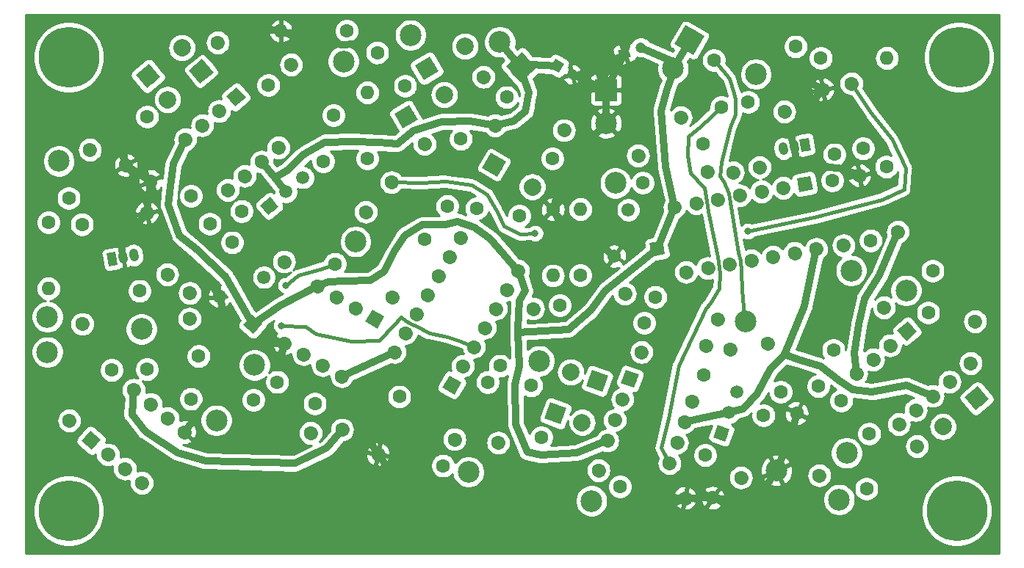
<source format=gbr>
G04 #@! TF.GenerationSoftware,KiCad,Pcbnew,(5.1.2-1)-1*
G04 #@! TF.CreationDate,2021-05-31T13:25:45-04:00*
G04 #@! TF.ProjectId,Smooth and Stepped Generator - CGS,536d6f6f-7468-4206-916e-642053746570,rev?*
G04 #@! TF.SameCoordinates,Original*
G04 #@! TF.FileFunction,Copper,L1,Top*
G04 #@! TF.FilePolarity,Positive*
%FSLAX46Y46*%
G04 Gerber Fmt 4.6, Leading zero omitted, Abs format (unit mm)*
G04 Created by KiCad (PCBNEW (5.1.2-1)-1) date 2021-05-31 13:25:45*
%MOMM*%
%LPD*%
G04 APERTURE LIST*
%ADD10C,2.499360*%
%ADD11C,2.000000*%
%ADD12C,2.000000*%
%ADD13C,0.100000*%
%ADD14C,7.000000*%
%ADD15C,1.600000*%
%ADD16C,1.200000*%
%ADD17R,2.499360X2.499360*%
%ADD18C,1.050000*%
%ADD19C,1.050000*%
%ADD20C,1.500000*%
%ADD21C,1.600000*%
%ADD22O,1.600000X1.600000*%
%ADD23C,1.550000*%
%ADD24C,0.800000*%
%ADD25C,0.812800*%
%ADD26C,0.406400*%
%ADD27C,0.254000*%
G04 APERTURE END LIST*
D10*
X106519706Y-68704350D03*
D11*
X118485694Y-60288361D03*
D12*
X118485694Y-60288361D02*
X118485694Y-60288361D01*
D11*
X122377200Y-57023000D03*
D13*
G36*
X122500457Y-55614168D02*
G01*
X123786032Y-57146257D01*
X122253943Y-58431832D01*
X120968368Y-56899743D01*
X122500457Y-55614168D01*
X122500457Y-55614168D01*
G37*
D14*
X120345200Y-17653000D03*
X120091200Y-69977000D03*
X17729200Y-69977000D03*
X17729200Y-17653000D03*
D10*
X80746600Y-32181800D03*
X15265400Y-51689000D03*
D15*
X27127737Y-31944899D03*
X31826200Y-33655000D03*
X91963991Y-68498193D03*
X91095750Y-63574154D03*
X56503138Y-20949822D03*
X53289200Y-17119600D03*
X69658637Y-35963586D03*
X64734598Y-35095345D03*
X31838125Y-57081303D03*
X32706366Y-52157264D03*
X41763233Y-55129962D03*
X46093360Y-57629962D03*
X109996512Y-61111777D03*
X106782574Y-57281555D03*
D16*
X74015600Y-18643600D03*
D13*
G36*
X73195985Y-18863215D02*
G01*
X73795985Y-17823985D01*
X74835215Y-18423985D01*
X74235215Y-19463215D01*
X73195985Y-18863215D01*
X73195985Y-18863215D01*
G37*
D16*
X75747651Y-19643600D03*
X83667385Y-16537160D03*
X81788000Y-17221200D03*
D13*
G36*
X81429397Y-17990228D02*
G01*
X81018972Y-16862597D01*
X82146603Y-16452172D01*
X82557028Y-17579803D01*
X81429397Y-17990228D01*
X81429397Y-17990228D01*
G37*
D11*
X29114849Y-22543424D03*
D12*
X29114849Y-22543424D02*
X29114849Y-22543424D01*
D11*
X33006355Y-19278063D03*
D13*
G36*
X33129612Y-17869231D02*
G01*
X34415187Y-19401320D01*
X32883098Y-20686895D01*
X31597523Y-19154806D01*
X33129612Y-17869231D01*
X33129612Y-17869231D01*
G37*
D11*
X78642081Y-55013903D03*
D13*
G36*
X78044409Y-53732190D02*
G01*
X79923794Y-54416231D01*
X79239753Y-56295616D01*
X77360368Y-55611575D01*
X78044409Y-53732190D01*
X78044409Y-53732190D01*
G37*
D11*
X76904619Y-59787542D03*
D12*
X76904619Y-59787542D02*
X76904619Y-59787542D01*
D11*
X30772713Y-16576597D03*
D12*
X30772713Y-16576597D02*
X30772713Y-16576597D01*
D11*
X26881207Y-19841958D03*
D13*
G36*
X26757950Y-21250790D02*
G01*
X25472375Y-19718701D01*
X27004464Y-18433126D01*
X28290039Y-19965215D01*
X26757950Y-21250790D01*
X26757950Y-21250790D01*
G37*
D11*
X73847296Y-58755857D03*
D13*
G36*
X74444968Y-60037570D02*
G01*
X72565583Y-59353529D01*
X73249624Y-57474144D01*
X75129009Y-58158185D01*
X74444968Y-60037570D01*
X74444968Y-60037570D01*
G37*
D11*
X75584758Y-53982218D03*
D12*
X75584758Y-53982218D02*
X75584758Y-53982218D01*
D11*
X63409128Y-16401521D03*
D12*
X63409128Y-16401521D02*
X63409128Y-16401521D01*
D11*
X59009719Y-18941521D03*
D13*
G36*
X58643694Y-20307546D02*
G01*
X57643694Y-18575496D01*
X59375744Y-17575496D01*
X60375744Y-19307546D01*
X58643694Y-20307546D01*
X58643694Y-20307546D01*
G37*
D11*
X56602386Y-24525498D03*
D13*
G36*
X56236361Y-25891523D02*
G01*
X55236361Y-24159473D01*
X56968411Y-23159473D01*
X57968411Y-24891523D01*
X56236361Y-25891523D01*
X56236361Y-25891523D01*
G37*
D11*
X61001795Y-21985498D03*
D12*
X61001795Y-21985498D02*
X61001795Y-21985498D01*
D11*
X66755986Y-30072449D03*
D13*
G36*
X65389961Y-30438474D02*
G01*
X66389961Y-28706424D01*
X68122011Y-29706424D01*
X67122011Y-31438474D01*
X65389961Y-30438474D01*
X65389961Y-30438474D01*
G37*
D11*
X71155395Y-32612449D03*
D12*
X71155395Y-32612449D02*
X71155395Y-32612449D01*
D10*
X16586200Y-29641800D03*
X77982639Y-68856575D03*
X63815266Y-65508957D03*
X107920999Y-42284948D03*
X15265400Y-47625000D03*
X57124600Y-15113000D03*
X34759885Y-59566110D03*
X26111200Y-49022000D03*
X49403000Y-18135600D03*
X50792265Y-38932419D03*
X39138111Y-53174407D03*
X95758000Y-48183800D03*
X96934398Y-19616770D03*
X71958200Y-52705000D03*
X114249200Y-44577000D03*
X107405531Y-63319027D03*
X99314000Y-65328800D03*
X67426379Y-15902771D03*
X69875400Y-18821400D03*
D13*
G36*
X71635989Y-18975432D02*
G01*
X69721368Y-20581989D01*
X68114811Y-18667368D01*
X70029432Y-17060811D01*
X71635989Y-18975432D01*
X71635989Y-18975432D01*
G37*
D17*
X79654400Y-21437600D03*
D10*
X79654400Y-25247600D03*
X89281000Y-15671800D03*
D13*
G36*
X88823585Y-13964705D02*
G01*
X90988095Y-15214385D01*
X89738415Y-17378895D01*
X87573905Y-16129215D01*
X88823585Y-13964705D01*
X88823585Y-13964705D01*
G37*
D10*
X87376000Y-18971357D03*
D18*
X22733000Y-40944800D03*
D13*
G36*
X22346212Y-41774571D02*
G01*
X22085740Y-40297359D01*
X23119788Y-40115029D01*
X23380260Y-41592241D01*
X22346212Y-41774571D01*
X22346212Y-41774571D01*
G37*
D18*
X25234412Y-40503734D03*
D19*
X25195341Y-40282152D02*
X25273483Y-40725316D01*
D18*
X23983706Y-40724267D03*
D19*
X23944635Y-40502685D02*
X24022777Y-40945849D01*
D18*
X101351792Y-27993966D03*
D19*
X101390863Y-28215548D02*
X101312721Y-27772384D01*
D18*
X100101086Y-28214499D03*
D19*
X100140157Y-28436081D02*
X100062015Y-27992917D01*
D18*
X102602498Y-27773433D03*
D13*
G36*
X102989286Y-26943662D02*
G01*
X103249758Y-28420874D01*
X102215710Y-28603204D01*
X101955238Y-27125992D01*
X102989286Y-26943662D01*
X102989286Y-26943662D01*
G37*
D20*
X40843200Y-34823400D03*
D13*
G36*
X41899824Y-34915843D02*
G01*
X40750757Y-35880024D01*
X39786576Y-34730957D01*
X40935643Y-33766776D01*
X41899824Y-34915843D01*
X41899824Y-34915843D01*
G37*
D20*
X44734706Y-31558039D03*
X42788953Y-33190719D03*
X93824971Y-58674945D03*
X94693702Y-56288125D03*
X92956240Y-61061764D03*
D13*
G36*
X93917525Y-60613510D02*
G01*
X93404494Y-62023049D01*
X91994955Y-61510018D01*
X92507986Y-60100479D01*
X93917525Y-60613510D01*
X93917525Y-60613510D01*
G37*
D15*
X17729200Y-33909000D03*
X24328314Y-30099000D03*
D21*
X24328314Y-30099000D02*
X24328314Y-30099000D01*
D15*
X88770680Y-68509790D03*
D21*
X88770680Y-68509790D02*
X88770680Y-68509790D01*
D15*
X81266445Y-67186591D03*
X20172486Y-28346400D03*
D21*
X20172486Y-28346400D02*
X20172486Y-28346400D01*
D15*
X26771600Y-24536400D03*
X72197233Y-61507018D03*
X78796347Y-65317018D03*
D21*
X78796347Y-65317018D02*
X78796347Y-65317018D01*
D15*
X15392400Y-36728400D03*
D22*
X15392400Y-44348400D03*
D15*
X109279573Y-28195180D03*
X107956374Y-20690945D03*
D21*
X107956374Y-20690945D02*
X107956374Y-20690945D01*
D15*
X60878946Y-64786013D03*
X53374711Y-63462814D03*
D21*
X53374711Y-63462814D02*
X53374711Y-63462814D01*
D15*
X110168284Y-38793671D03*
X108845085Y-31289436D03*
D21*
X108845085Y-31289436D02*
X108845085Y-31289436D01*
D15*
X19308886Y-48437800D03*
D21*
X19308886Y-48437800D02*
X19308886Y-48437800D01*
D15*
X25908000Y-44627800D03*
X83346345Y-29002297D03*
D21*
X83346345Y-29002297D02*
X83346345Y-29002297D01*
D15*
X90850580Y-27679098D03*
X26757435Y-35608401D03*
D21*
X26757435Y-35608401D02*
X26757435Y-35608401D01*
D15*
X19253200Y-36931600D03*
X105970339Y-28881854D03*
X104647140Y-21377619D03*
D21*
X104647140Y-21377619D02*
X104647140Y-21377619D01*
D15*
X62202472Y-61736518D03*
D21*
X62202472Y-61736518D02*
X62202472Y-61736518D01*
D15*
X66012472Y-55137404D03*
X107045929Y-39370021D03*
D21*
X107045929Y-39370021D02*
X107045929Y-39370021D01*
D15*
X105722730Y-31865786D03*
X29087158Y-42718059D03*
D21*
X29087158Y-42718059D02*
X29087158Y-42718059D01*
D15*
X33985200Y-36880800D03*
X36576000Y-39039800D03*
X31677958Y-44877059D03*
D21*
X31677958Y-44877059D02*
X31677958Y-44877059D01*
D15*
X97356660Y-30349092D03*
D21*
X97356660Y-30349092D02*
X97356660Y-30349092D01*
D15*
X96033461Y-22844857D03*
X91381309Y-30835289D03*
D21*
X91381309Y-30835289D02*
X91381309Y-30835289D01*
D15*
X83877074Y-32158488D03*
X34904341Y-15980758D03*
D21*
X34904341Y-15980758D02*
X34904341Y-15980758D01*
D15*
X40741600Y-20878800D03*
X90907522Y-54288376D03*
X83747064Y-51682183D03*
D21*
X83747064Y-51682183D02*
X83747064Y-51682183D01*
D15*
X37642800Y-35407600D03*
X42540842Y-41244859D03*
D21*
X42540842Y-41244859D02*
X42540842Y-41244859D01*
D15*
X92965548Y-23437397D03*
X94288747Y-30941632D03*
D21*
X94288747Y-30941632D02*
X94288747Y-30941632D01*
D15*
X51964242Y-35504459D03*
D21*
X51964242Y-35504459D02*
X51964242Y-35504459D01*
D15*
X47066200Y-29667200D03*
X97817804Y-58992952D03*
X95211611Y-66153410D03*
D21*
X95211611Y-66153410D02*
X95211611Y-66153410D01*
D15*
X48260000Y-24358600D03*
X43361958Y-18521341D03*
D21*
X43361958Y-18521341D02*
X43361958Y-18521341D01*
D15*
X93943088Y-51376393D03*
D21*
X93943088Y-51376393D02*
X93943088Y-51376393D01*
D15*
X99780347Y-56274435D03*
D22*
X42164000Y-14630400D03*
D15*
X49784000Y-14630400D03*
X92519588Y-47928379D03*
D21*
X92519588Y-47928379D02*
X92519588Y-47928379D01*
D15*
X85359130Y-45322186D03*
X74798114Y-26085800D03*
D21*
X74798114Y-26085800D02*
X74798114Y-26085800D01*
D15*
X68199000Y-22275800D03*
X54928495Y-32091032D03*
D21*
X54928495Y-32091032D02*
X54928495Y-32091032D01*
D15*
X58738495Y-38690146D03*
X84056805Y-48318464D03*
X91217263Y-50924657D03*
D21*
X91217263Y-50924657D02*
X91217263Y-50924657D01*
D15*
X62924298Y-27093372D03*
X65530491Y-19932914D03*
D21*
X65530491Y-19932914D02*
X65530491Y-19932914D01*
D15*
X61352007Y-34834883D03*
X58745814Y-27674425D03*
D21*
X58745814Y-27674425D02*
X58745814Y-27674425D01*
D22*
X73533000Y-42849800D03*
D15*
X73533000Y-35229800D03*
X22694602Y-53752591D03*
X17796560Y-59589850D03*
D21*
X17796560Y-59589850D02*
X17796560Y-59589850D01*
D22*
X52147016Y-21736170D03*
D15*
X52147016Y-29356170D03*
X73472867Y-29362029D03*
X66873753Y-25552029D03*
D21*
X66873753Y-25552029D02*
X66873753Y-25552029D01*
D22*
X76708000Y-35204400D03*
D15*
X76708000Y-42824400D03*
X31641861Y-47831508D03*
D21*
X31641861Y-47831508D02*
X31641861Y-47831508D01*
D15*
X26743819Y-53668767D03*
X48395857Y-41508321D03*
X54994971Y-45318321D03*
D21*
X54994971Y-45318321D02*
X54994971Y-45318321D01*
D15*
X45609004Y-61016493D03*
D21*
X45609004Y-61016493D02*
X45609004Y-61016493D01*
D15*
X39009890Y-57206493D03*
X111971909Y-30299631D03*
X113295108Y-37803866D03*
D21*
X113295108Y-37803866D02*
X113295108Y-37803866D01*
D15*
X49230086Y-60629800D03*
D21*
X49230086Y-60629800D02*
X49230086Y-60629800D01*
D15*
X55829200Y-56819800D03*
X74320400Y-46278800D03*
X81824635Y-44955601D03*
D21*
X81824635Y-44955601D02*
X81824635Y-44955601D01*
D15*
X111704459Y-46536958D03*
D21*
X111704459Y-46536958D02*
X111704459Y-46536958D01*
D15*
X105867200Y-51435000D03*
X104129359Y-55613846D03*
X98292100Y-50715804D03*
D21*
X98292100Y-50715804D02*
X98292100Y-50715804D01*
D15*
X88273475Y-24595218D03*
D21*
X88273475Y-24595218D02*
X88273475Y-24595218D01*
D15*
X92083475Y-17996104D03*
X71043800Y-55549800D03*
X67233800Y-62148914D03*
D21*
X67233800Y-62148914D02*
X67233800Y-62148914D01*
D15*
X104421051Y-17755044D03*
D22*
X112041051Y-17755044D03*
D15*
X109677200Y-67437000D03*
X115514459Y-62538958D03*
D21*
X115514459Y-62538958D02*
X115514459Y-62538958D01*
D15*
X101640182Y-58740044D03*
X104246375Y-65900502D03*
D21*
X104246375Y-65900502D02*
X104246375Y-65900502D01*
D15*
X71247000Y-46664686D03*
D21*
X71247000Y-46664686D02*
X71247000Y-46664686D01*
D15*
X67437000Y-53263800D03*
X100208241Y-23937574D03*
D21*
X100208241Y-23937574D02*
X100208241Y-23937574D01*
D15*
X101531440Y-16433339D03*
X116789200Y-47117000D03*
X121687242Y-52954259D03*
D21*
X121687242Y-52954259D02*
X121687242Y-52954259D01*
D15*
X117297200Y-42291000D03*
X122195242Y-48128259D03*
D21*
X122195242Y-48128259D02*
X122195242Y-48128259D01*
D23*
X35107978Y-45274662D03*
X38938200Y-48488600D03*
D13*
G36*
X40030045Y-48393076D02*
G01*
X39033724Y-49580445D01*
X37846355Y-48584124D01*
X38842676Y-47396755D01*
X40030045Y-48393076D01*
X40030045Y-48393076D01*
G37*
D23*
X40237027Y-43051409D03*
X82221659Y-35265552D03*
X85551919Y-39755470D03*
D13*
G36*
X86180568Y-38857667D02*
G01*
X86449722Y-40384119D01*
X84923270Y-40653273D01*
X84654116Y-39126821D01*
X86180568Y-38857667D01*
X86180568Y-38857667D01*
G37*
D23*
X80627880Y-40623711D03*
D15*
X55294913Y-51666720D03*
D21*
X55294913Y-51666720D02*
X55294913Y-51666720D01*
D15*
X69514027Y-42278493D03*
D21*
X69514027Y-42278493D02*
X69514027Y-42278493D01*
D15*
X56564913Y-49467015D03*
D21*
X56564913Y-49467015D02*
X56564913Y-49467015D01*
D15*
X68244027Y-44478197D03*
D21*
X68244027Y-44478197D02*
X68244027Y-44478197D01*
D15*
X57834913Y-47267311D03*
D21*
X57834913Y-47267311D02*
X57834913Y-47267311D01*
D15*
X66974027Y-46677902D03*
D21*
X66974027Y-46677902D02*
X66974027Y-46677902D01*
D15*
X59104913Y-45067606D03*
D21*
X59104913Y-45067606D02*
X59104913Y-45067606D01*
D15*
X65704027Y-48877606D03*
D21*
X65704027Y-48877606D02*
X65704027Y-48877606D01*
D15*
X60374913Y-42867902D03*
D21*
X60374913Y-42867902D02*
X60374913Y-42867902D01*
D15*
X64434027Y-51077311D03*
D21*
X64434027Y-51077311D02*
X64434027Y-51077311D01*
D15*
X61644913Y-40668197D03*
D21*
X61644913Y-40668197D02*
X61644913Y-40668197D01*
D15*
X63164027Y-53277015D03*
D21*
X63164027Y-53277015D02*
X63164027Y-53277015D01*
D15*
X62914913Y-38468493D03*
D21*
X62914913Y-38468493D02*
X62914913Y-38468493D01*
D15*
X61894027Y-55476720D03*
D13*
G36*
X62986847Y-55183900D02*
G01*
X62186847Y-56569540D01*
X60801207Y-55769540D01*
X61601207Y-54383900D01*
X62986847Y-55183900D01*
X62986847Y-55183900D01*
G37*
D15*
X37007800Y-22250400D03*
D13*
G36*
X35880734Y-22151795D02*
G01*
X37106405Y-21123334D01*
X38134866Y-22349005D01*
X36909195Y-23377466D01*
X35880734Y-22151795D01*
X35880734Y-22151795D01*
G37*
D15*
X36068583Y-32985700D03*
D21*
X36068583Y-32985700D02*
X36068583Y-32985700D01*
D15*
X35062047Y-23883081D03*
D21*
X35062047Y-23883081D02*
X35062047Y-23883081D01*
D15*
X38014336Y-31353020D03*
D21*
X38014336Y-31353020D02*
X38014336Y-31353020D01*
D15*
X33116294Y-25515761D03*
D21*
X33116294Y-25515761D02*
X33116294Y-25515761D01*
D15*
X39960089Y-29720339D03*
D21*
X39960089Y-29720339D02*
X39960089Y-29720339D01*
D15*
X31170541Y-27148442D03*
D21*
X31170541Y-27148442D02*
X31170541Y-27148442D01*
D15*
X41905842Y-28087659D03*
D21*
X41905842Y-28087659D02*
X41905842Y-28087659D01*
D15*
X89578539Y-57345610D03*
D21*
X89578539Y-57345610D02*
X89578539Y-57345610D01*
D15*
X79811888Y-61899875D03*
D21*
X79811888Y-61899875D02*
X79811888Y-61899875D01*
D15*
X88709808Y-59732430D03*
D21*
X88709808Y-59732430D02*
X88709808Y-59732430D01*
D15*
X80680619Y-59513056D03*
D21*
X80680619Y-59513056D02*
X80680619Y-59513056D01*
D15*
X87841076Y-62119249D03*
D21*
X87841076Y-62119249D02*
X87841076Y-62119249D01*
D15*
X81549350Y-57126236D03*
D21*
X81549350Y-57126236D02*
X81549350Y-57126236D01*
D15*
X86972345Y-64506068D03*
D21*
X86972345Y-64506068D02*
X86972345Y-64506068D01*
D15*
X82418081Y-54739417D03*
D13*
G36*
X81392711Y-55217555D02*
G01*
X81939943Y-53714047D01*
X83443451Y-54261279D01*
X82896219Y-55764787D01*
X81392711Y-55217555D01*
X81392711Y-55217555D01*
G37*
D15*
X20322235Y-61874929D03*
D13*
G36*
X20420840Y-63001995D02*
G01*
X19195169Y-61973534D01*
X20223630Y-60747863D01*
X21449301Y-61776324D01*
X20420840Y-63001995D01*
X20420840Y-63001995D01*
G37*
D15*
X31057535Y-60935712D03*
D21*
X31057535Y-60935712D02*
X31057535Y-60935712D01*
D15*
X22267988Y-63507610D03*
D21*
X22267988Y-63507610D02*
X22267988Y-63507610D01*
D15*
X29111782Y-59303031D03*
D21*
X29111782Y-59303031D02*
X29111782Y-59303031D01*
D15*
X24213741Y-65140290D03*
D21*
X24213741Y-65140290D02*
X24213741Y-65140290D01*
D15*
X27166029Y-57670351D03*
D21*
X27166029Y-57670351D02*
X27166029Y-57670351D01*
D15*
X26159494Y-66772971D03*
D21*
X26159494Y-66772971D02*
X26159494Y-66772971D01*
D15*
X25220277Y-56037670D03*
D21*
X25220277Y-56037670D02*
X25220277Y-56037670D01*
D15*
X49210820Y-54473162D03*
D21*
X49210820Y-54473162D02*
X49210820Y-54473162D01*
D15*
X46421706Y-44064048D03*
D21*
X46421706Y-44064048D02*
X46421706Y-44064048D01*
D15*
X47011115Y-53203162D03*
D21*
X47011115Y-53203162D02*
X47011115Y-53203162D01*
D15*
X48621411Y-45334048D03*
D21*
X48621411Y-45334048D02*
X48621411Y-45334048D01*
D15*
X44811411Y-51933162D03*
D21*
X44811411Y-51933162D02*
X44811411Y-51933162D01*
D15*
X50821115Y-46604048D03*
D21*
X50821115Y-46604048D02*
X50821115Y-46604048D01*
D15*
X42611706Y-50663162D03*
D21*
X42611706Y-50663162D02*
X42611706Y-50663162D01*
D15*
X53020820Y-47874048D03*
D13*
G36*
X52728000Y-46781228D02*
G01*
X54113640Y-47581228D01*
X53313640Y-48966868D01*
X51928000Y-48166868D01*
X52728000Y-46781228D01*
X52728000Y-46781228D01*
G37*
D15*
X114349986Y-49268916D03*
D13*
G36*
X113222920Y-49170311D02*
G01*
X114448591Y-48141850D01*
X115477052Y-49367521D01*
X114251381Y-50395982D01*
X113222920Y-49170311D01*
X113222920Y-49170311D01*
G37*
D15*
X113410769Y-60004216D03*
D21*
X113410769Y-60004216D02*
X113410769Y-60004216D01*
D15*
X112404233Y-50901597D03*
D21*
X112404233Y-50901597D02*
X112404233Y-50901597D01*
D15*
X115356522Y-58371536D03*
D21*
X115356522Y-58371536D02*
X115356522Y-58371536D01*
D15*
X110458480Y-52534277D03*
D21*
X110458480Y-52534277D02*
X110458480Y-52534277D01*
D15*
X117302275Y-56738855D03*
D21*
X117302275Y-56738855D02*
X117302275Y-56738855D01*
D15*
X108512727Y-54166958D03*
D21*
X108512727Y-54166958D02*
X108512727Y-54166958D01*
D15*
X119248028Y-55106175D03*
D21*
X119248028Y-55106175D02*
X119248028Y-55106175D01*
D15*
X102573909Y-32292047D03*
D13*
G36*
X101647144Y-31643119D02*
G01*
X103222837Y-31365282D01*
X103500674Y-32940975D01*
X101924981Y-33218812D01*
X101647144Y-31643119D01*
X101647144Y-31643119D01*
G37*
D15*
X88888638Y-42442680D03*
D21*
X88888638Y-42442680D02*
X88888638Y-42442680D01*
D15*
X100072497Y-32733113D03*
D21*
X100072497Y-32733113D02*
X100072497Y-32733113D01*
D15*
X91390050Y-42001614D03*
D21*
X91390050Y-42001614D02*
X91390050Y-42001614D01*
D15*
X97571086Y-33174180D03*
D21*
X97571086Y-33174180D02*
X97571086Y-33174180D01*
D15*
X93891461Y-41560548D03*
D21*
X93891461Y-41560548D02*
X93891461Y-41560548D01*
D15*
X95069674Y-33615246D03*
D21*
X95069674Y-33615246D02*
X95069674Y-33615246D01*
D15*
X96392873Y-41119481D03*
D21*
X96392873Y-41119481D02*
X96392873Y-41119481D01*
D15*
X92568262Y-34056312D03*
D21*
X92568262Y-34056312D02*
X92568262Y-34056312D01*
D15*
X98894285Y-40678415D03*
D21*
X98894285Y-40678415D02*
X98894285Y-40678415D01*
D15*
X90066851Y-34497379D03*
D21*
X90066851Y-34497379D02*
X90066851Y-34497379D01*
D15*
X101395696Y-40237348D03*
D21*
X101395696Y-40237348D02*
X101395696Y-40237348D01*
D15*
X87565439Y-34938445D03*
D21*
X87565439Y-34938445D02*
X87565439Y-34938445D01*
D15*
X103897108Y-39796282D03*
D21*
X103897108Y-39796282D02*
X103897108Y-39796282D01*
D24*
X42748200Y-43992800D03*
X71475600Y-37973000D03*
X42240200Y-48615600D03*
X95986600Y-37744400D03*
D25*
X23983706Y-40724267D02*
X23749000Y-38684200D01*
X23749000Y-38684200D02*
X24384000Y-37871400D01*
X24384000Y-37871400D02*
X25679400Y-36880800D01*
X25679400Y-36880800D02*
X26757435Y-35608401D01*
X26757435Y-35608401D02*
X27127737Y-31944899D01*
X27127737Y-31944899D02*
X24328314Y-30099000D01*
X35107978Y-45274662D02*
X33375600Y-42697400D01*
X33375600Y-42697400D02*
X30251400Y-40563800D01*
X30251400Y-40563800D02*
X27838400Y-39344600D01*
X27838400Y-39344600D02*
X25679400Y-36880800D01*
X42611706Y-50663162D02*
X39928800Y-50723800D01*
X39928800Y-50723800D02*
X37592000Y-50546000D01*
X37592000Y-50546000D02*
X36525200Y-49149000D01*
X36525200Y-49149000D02*
X35610800Y-47294800D01*
X35610800Y-47294800D02*
X35107978Y-45274662D01*
X99314000Y-65328800D02*
X100965000Y-61391800D01*
X100965000Y-61391800D02*
X101640182Y-58740044D01*
X99314000Y-65328800D02*
X97840800Y-67513200D01*
X97840800Y-67513200D02*
X95199200Y-68935600D01*
X95199200Y-68935600D02*
X91963991Y-68498193D01*
X91963991Y-68498193D02*
X88770680Y-68509790D01*
X79654400Y-25247600D02*
X79654400Y-21437600D01*
X75747651Y-19643600D02*
X79654400Y-21437600D01*
X81788000Y-17221200D02*
X79654400Y-21437600D01*
X79654400Y-25247600D02*
X75692000Y-29489400D01*
X75692000Y-29489400D02*
X74777600Y-31292800D01*
X74777600Y-31292800D02*
X73990200Y-33782000D01*
X73990200Y-33782000D02*
X73533000Y-35229800D01*
X73533000Y-35229800D02*
X74498200Y-37058600D01*
X74498200Y-37058600D02*
X75920600Y-38023800D01*
X75920600Y-38023800D02*
X77571600Y-38836600D01*
X77571600Y-38836600D02*
X79730600Y-39928800D01*
X79730600Y-39928800D02*
X80627880Y-40623711D01*
X104647140Y-21377619D02*
X103200200Y-23164800D01*
X103200200Y-23164800D02*
X101752400Y-25247600D01*
X101752400Y-25247600D02*
X100914200Y-26568400D01*
X100914200Y-26568400D02*
X101351792Y-27993966D01*
X101351792Y-27993966D02*
X101600000Y-29438600D01*
X101600000Y-29438600D02*
X102717600Y-29997400D01*
X102717600Y-29997400D02*
X104419400Y-30149800D01*
X104419400Y-30149800D02*
X105410000Y-30378400D01*
X105410000Y-30378400D02*
X106299000Y-30429200D01*
X106299000Y-30429200D02*
X106934000Y-30530800D01*
X106934000Y-30530800D02*
X108845085Y-31289436D01*
X53374711Y-63462814D02*
X50241200Y-58699400D01*
X50241200Y-58699400D02*
X47244000Y-55778400D01*
X47244000Y-55778400D02*
X44602400Y-54381400D01*
X44602400Y-54381400D02*
X43002200Y-53238400D01*
X43002200Y-53238400D02*
X42214800Y-52222400D01*
X42214800Y-52222400D02*
X42611706Y-50663162D01*
X31057535Y-60935712D02*
X33070800Y-58216800D01*
X33070800Y-58216800D02*
X34975800Y-55346600D01*
X34975800Y-55346600D02*
X35610800Y-53644800D01*
X35610800Y-53644800D02*
X37592000Y-50546000D01*
X42164000Y-14630400D02*
X35737800Y-13766800D01*
X35737800Y-13766800D02*
X31318200Y-13817600D01*
X31318200Y-13817600D02*
X27051000Y-15417800D01*
X27051000Y-15417800D02*
X24257000Y-18923000D01*
X24257000Y-18923000D02*
X23368000Y-22123400D01*
X23368000Y-22123400D02*
X23520400Y-25095200D01*
X23520400Y-25095200D02*
X23876000Y-27533600D01*
X23876000Y-27533600D02*
X24328314Y-30099000D01*
X88770680Y-68509790D02*
X84048600Y-70485000D01*
X84048600Y-70485000D02*
X76504800Y-71805800D01*
X76504800Y-71805800D02*
X64846200Y-70104000D01*
X64846200Y-70104000D02*
X57327800Y-68122800D01*
X57327800Y-68122800D02*
X55092600Y-65862200D01*
X55092600Y-65862200D02*
X53374711Y-63462814D01*
X81788000Y-17221200D02*
X82346800Y-15163800D01*
X82346800Y-15163800D02*
X84658200Y-13436600D01*
X84658200Y-13436600D02*
X88188800Y-13157200D01*
X88188800Y-13157200D02*
X91338400Y-13055600D01*
X91338400Y-13055600D02*
X95681800Y-14351000D01*
X95681800Y-14351000D02*
X97663000Y-16027400D01*
X97663000Y-16027400D02*
X99745800Y-18084800D01*
X99745800Y-18084800D02*
X101650800Y-19786600D01*
X101650800Y-19786600D02*
X104647140Y-21377619D01*
X79654400Y-21437600D02*
X78562200Y-18770600D01*
X78562200Y-18770600D02*
X76530200Y-16103600D01*
X76530200Y-16103600D02*
X72644000Y-14300200D01*
X72644000Y-14300200D02*
X67792600Y-13436600D01*
X67792600Y-13436600D02*
X60909200Y-13385800D01*
X60909200Y-13385800D02*
X59512200Y-15849600D01*
X59512200Y-15849600D02*
X58724800Y-16865600D01*
X58724800Y-16865600D02*
X57277000Y-17475200D01*
X57277000Y-17475200D02*
X55549800Y-18465800D01*
X55549800Y-18465800D02*
X53289200Y-19126200D01*
X53289200Y-19126200D02*
X51943000Y-18389600D01*
X51943000Y-18389600D02*
X51384200Y-17119600D01*
X51384200Y-17119600D02*
X50723800Y-16179800D01*
X50723800Y-16179800D02*
X49149000Y-16205200D01*
X49149000Y-16205200D02*
X47726600Y-15875000D01*
X47726600Y-15875000D02*
X45593000Y-15621000D01*
X45593000Y-15621000D02*
X44018200Y-15341600D01*
X44018200Y-15341600D02*
X42164000Y-14630400D01*
D26*
X42748200Y-43992800D02*
X44196000Y-42824400D01*
X44196000Y-42824400D02*
X46939200Y-42037000D01*
X46939200Y-42037000D02*
X48395857Y-41508321D01*
D25*
X66873753Y-25552029D02*
X63957200Y-25044400D01*
X63957200Y-25044400D02*
X60655200Y-25095200D01*
X60655200Y-25095200D02*
X57480200Y-26111200D01*
X57480200Y-26111200D02*
X55575200Y-27660600D01*
X55575200Y-27660600D02*
X53467000Y-27508200D01*
X53467000Y-27508200D02*
X50444400Y-27381200D01*
X50444400Y-27381200D02*
X47244000Y-27457400D01*
X47244000Y-27457400D02*
X44881800Y-28829000D01*
X44881800Y-28829000D02*
X42824400Y-30784800D01*
X42824400Y-30784800D02*
X41473476Y-31576924D01*
X41473476Y-31576924D02*
X42788953Y-33190719D01*
X39960089Y-29720339D02*
X41473476Y-31576924D01*
X93824971Y-58674945D02*
X91008200Y-59232800D01*
X91008200Y-59232800D02*
X88709808Y-59732430D01*
X93824971Y-58674945D02*
X95478600Y-58191400D01*
X95478600Y-58191400D02*
X97104200Y-56438800D01*
X97104200Y-56438800D02*
X98577400Y-53721000D01*
X98577400Y-53721000D02*
X100203000Y-51993800D01*
X100203000Y-51993800D02*
X102539800Y-46329600D01*
X102539800Y-46329600D02*
X103897108Y-39796282D01*
X117302275Y-56738855D02*
X114300000Y-55499000D01*
X114300000Y-55499000D02*
X110337600Y-56261000D01*
X110337600Y-56261000D02*
X108127800Y-56007000D01*
X108127800Y-56007000D02*
X106603800Y-55016400D01*
X106603800Y-55016400D02*
X104419400Y-53340000D01*
X104419400Y-53340000D02*
X101879400Y-52527200D01*
X101879400Y-52527200D02*
X100203000Y-51993800D01*
X69570600Y-18465800D02*
X74015600Y-18643600D01*
X69570600Y-18465800D02*
X70764400Y-21717000D01*
X70764400Y-21717000D02*
X70358000Y-23926800D01*
X70358000Y-23926800D02*
X69011800Y-24993600D01*
X69011800Y-24993600D02*
X66873753Y-25552029D01*
X69875400Y-18821400D02*
X67426379Y-15902771D01*
X49210820Y-54473162D02*
X55294913Y-51666720D01*
X49230086Y-60629800D02*
X47523400Y-62738000D01*
X47523400Y-62738000D02*
X43865800Y-64516000D01*
X43865800Y-64516000D02*
X33502600Y-64236600D01*
X33502600Y-64236600D02*
X30302200Y-63271400D01*
X30302200Y-63271400D02*
X26543000Y-60807600D01*
X26543000Y-60807600D02*
X25019000Y-58902600D01*
X25019000Y-58902600D02*
X25220277Y-56037670D01*
X38938200Y-48488600D02*
X35814000Y-42976800D01*
X35814000Y-42976800D02*
X32385000Y-39801800D01*
X32385000Y-39801800D02*
X30505400Y-38227000D01*
X30505400Y-38227000D02*
X29210000Y-34696400D01*
X29210000Y-34696400D02*
X29413200Y-32562800D01*
X29413200Y-32562800D02*
X29768800Y-29946600D01*
X29768800Y-29946600D02*
X31170541Y-27148442D01*
X69514027Y-42278493D02*
X66294000Y-38582600D01*
X66294000Y-38582600D02*
X64465200Y-37338000D01*
X64465200Y-37338000D02*
X62560200Y-36601400D01*
X62560200Y-36601400D02*
X61137800Y-36957000D01*
X61137800Y-36957000D02*
X58496200Y-36982400D01*
X58496200Y-36982400D02*
X56438800Y-38201600D01*
X56438800Y-38201600D02*
X55295800Y-40055800D01*
X55295800Y-40055800D02*
X54051200Y-42367200D01*
X54051200Y-42367200D02*
X52451000Y-43434000D01*
X52451000Y-43434000D02*
X49530000Y-43459400D01*
X49530000Y-43459400D02*
X47650400Y-43611800D01*
X47650400Y-43611800D02*
X46421706Y-44064048D01*
X46421706Y-44064048D02*
X42138600Y-46253400D01*
X42138600Y-46253400D02*
X38938200Y-48488600D01*
X85551919Y-39755470D02*
X87565439Y-34938445D01*
X87565439Y-34938445D02*
X86512400Y-30251400D01*
X86512400Y-30251400D02*
X86004400Y-23876000D01*
X86004400Y-23876000D02*
X86690200Y-21361400D01*
X86690200Y-21361400D02*
X87807800Y-18310957D01*
X87807800Y-18310957D02*
X89712800Y-15011400D01*
X83667385Y-16537160D02*
X87807800Y-18310957D01*
X113295108Y-37803866D02*
X111175800Y-42849800D01*
X111175800Y-42849800D02*
X109448600Y-45491400D01*
X109448600Y-45491400D02*
X108813600Y-48514000D01*
X108813600Y-48514000D02*
X108305600Y-51790600D01*
X108305600Y-51790600D02*
X108512727Y-54166958D01*
X79811888Y-61899875D02*
X76276200Y-63271400D01*
X76276200Y-63271400D02*
X72212200Y-63550800D01*
X72212200Y-63550800D02*
X70561200Y-63220600D01*
X70561200Y-63220600D02*
X69265800Y-60020200D01*
X69265800Y-60020200D02*
X69189600Y-55422800D01*
X69189600Y-55422800D02*
X69646800Y-53340000D01*
X69519800Y-48945800D02*
X69646800Y-45745400D01*
X69646800Y-45745400D02*
X70307200Y-44627800D01*
X70307200Y-44627800D02*
X69850000Y-43103800D01*
X69850000Y-43103800D02*
X69514027Y-42278493D01*
X85551919Y-39755470D02*
X82499200Y-42189400D01*
X82499200Y-42189400D02*
X79552800Y-44551600D01*
X79552800Y-44551600D02*
X77901800Y-46888400D01*
X77901800Y-46888400D02*
X75361800Y-49047400D01*
X75361800Y-49047400D02*
X70967600Y-49326800D01*
X70967600Y-49326800D02*
X69532651Y-49390451D01*
X69532651Y-49390451D02*
X69519800Y-48945800D01*
X69646800Y-53340000D02*
X69532651Y-49390451D01*
D26*
X71475600Y-37973000D02*
X69748400Y-38100000D01*
X69748400Y-38100000D02*
X67868800Y-37134800D01*
X67868800Y-37134800D02*
X67005200Y-35356800D01*
X67005200Y-35356800D02*
X65938400Y-33477200D01*
X65938400Y-33477200D02*
X64185800Y-32410400D01*
X64185800Y-32410400D02*
X61188600Y-32004000D01*
X61188600Y-32004000D02*
X58369200Y-32131000D01*
X58369200Y-32131000D02*
X54928495Y-32091032D01*
X95705114Y-48385034D02*
X95326200Y-44500800D01*
X95326200Y-44500800D02*
X95250000Y-42341800D01*
X95250000Y-42341800D02*
X95123000Y-41122600D01*
X95123000Y-41122600D02*
X94919800Y-40182800D01*
X94919800Y-40182800D02*
X94030800Y-34950400D01*
X94030800Y-34950400D02*
X93776800Y-33350200D01*
X93776800Y-33350200D02*
X93243400Y-32004000D01*
X93243400Y-32004000D02*
X92786200Y-31394400D01*
X92786200Y-31394400D02*
X92938600Y-29743400D01*
X92938600Y-29743400D02*
X93954600Y-25704800D01*
X93954600Y-25704800D02*
X94538800Y-24257000D01*
X94538800Y-24257000D02*
X94564200Y-22529800D01*
X94564200Y-22529800D02*
X94411800Y-21818600D01*
X94411800Y-21818600D02*
X93853000Y-20091400D01*
X93853000Y-20091400D02*
X93116400Y-19151600D01*
X93116400Y-19151600D02*
X92083475Y-17996104D01*
X42240200Y-48615600D02*
X45034200Y-48768000D01*
X45034200Y-48768000D02*
X46253400Y-49580800D01*
X46253400Y-49580800D02*
X50317400Y-50393600D01*
X50317400Y-50393600D02*
X53467000Y-50368200D01*
X53467000Y-50368200D02*
X55194200Y-48590200D01*
X55194200Y-48590200D02*
X56007000Y-47675800D01*
X56007000Y-47675800D02*
X56540400Y-48056800D01*
X56540400Y-48056800D02*
X57175400Y-48387000D01*
X57175400Y-48387000D02*
X57912000Y-48742600D01*
X57912000Y-48742600D02*
X59309000Y-49479200D01*
X59309000Y-49479200D02*
X61366400Y-49885600D01*
X61366400Y-49885600D02*
X62915800Y-50444400D01*
X62915800Y-50444400D02*
X64434027Y-51077311D01*
X107956374Y-20690945D02*
X110236000Y-24079200D01*
X110236000Y-24079200D02*
X112572800Y-27101800D01*
X112572800Y-27101800D02*
X114173000Y-30454600D01*
X114173000Y-30454600D02*
X113995200Y-32893000D01*
X113995200Y-32893000D02*
X111480600Y-34061400D01*
X111480600Y-34061400D02*
X103606600Y-36144200D01*
X103606600Y-36144200D02*
X95986600Y-37744400D01*
X95986600Y-37744400D02*
X95986600Y-37744400D01*
X92965548Y-23437397D02*
X90576400Y-25628600D01*
X90576400Y-25628600D02*
X89179400Y-26771600D01*
X89179400Y-26771600D02*
X89027000Y-29006800D01*
X89027000Y-29006800D02*
X89433400Y-31013400D01*
X89433400Y-31013400D02*
X91033600Y-32740600D01*
X91033600Y-32740600D02*
X91287600Y-34239200D01*
X91287600Y-34239200D02*
X91440000Y-35483800D01*
X91440000Y-35483800D02*
X92506800Y-40690800D01*
X92506800Y-40690800D02*
X92760800Y-42570400D01*
X92760800Y-42570400D02*
X92710000Y-44323000D01*
X92710000Y-44323000D02*
X91719400Y-46024800D01*
X91719400Y-46024800D02*
X91186000Y-46583600D01*
X91186000Y-46583600D02*
X88036400Y-53238400D01*
X88036400Y-53238400D02*
X86868000Y-59283600D01*
X86868000Y-59283600D02*
X86029800Y-62687200D01*
X86029800Y-62687200D02*
X86972345Y-64506068D01*
D27*
G36*
X124917600Y-74905000D02*
G01*
X12750400Y-74905000D01*
X12750400Y-69569738D01*
X13594200Y-69569738D01*
X13594200Y-70384262D01*
X13753106Y-71183135D01*
X14064811Y-71935657D01*
X14517336Y-72612909D01*
X15093291Y-73188864D01*
X15770543Y-73641389D01*
X16523065Y-73953094D01*
X17321938Y-74112000D01*
X18136462Y-74112000D01*
X18935335Y-73953094D01*
X19687857Y-73641389D01*
X20365109Y-73188864D01*
X20941064Y-72612909D01*
X21393589Y-71935657D01*
X21705294Y-71183135D01*
X21864200Y-70384262D01*
X21864200Y-69569738D01*
X21705294Y-68770865D01*
X21663908Y-68670950D01*
X76097959Y-68670950D01*
X76097959Y-69042200D01*
X76170386Y-69406316D01*
X76312457Y-69749306D01*
X76518713Y-70057988D01*
X76781226Y-70320501D01*
X77089908Y-70526757D01*
X77432898Y-70668828D01*
X77797014Y-70741255D01*
X78168264Y-70741255D01*
X78532380Y-70668828D01*
X78875370Y-70526757D01*
X79184052Y-70320501D01*
X79446565Y-70057988D01*
X79652821Y-69749306D01*
X79794892Y-69406316D01*
X79867319Y-69042200D01*
X79867319Y-68670950D01*
X79794892Y-68306834D01*
X79652821Y-67963844D01*
X79446565Y-67655162D01*
X79184052Y-67392649D01*
X78875370Y-67186393D01*
X78534635Y-67045256D01*
X79831445Y-67045256D01*
X79831445Y-67327926D01*
X79886592Y-67605165D01*
X79994765Y-67866318D01*
X80151808Y-68101350D01*
X80351686Y-68301228D01*
X80586718Y-68458271D01*
X80847871Y-68566444D01*
X81125110Y-68621591D01*
X81407780Y-68621591D01*
X81456876Y-68611825D01*
X87339312Y-68611825D01*
X87356075Y-68750896D01*
X87430294Y-69022240D01*
X87556023Y-69273889D01*
X87728431Y-69496176D01*
X87940891Y-69680555D01*
X88185240Y-69819943D01*
X88294244Y-69783164D01*
X88675109Y-69783164D01*
X88872715Y-69941163D01*
X89150001Y-69893754D01*
X89412710Y-69793160D01*
X89650747Y-69643246D01*
X89678443Y-69617007D01*
X91335628Y-69617007D01*
X91448488Y-69844839D01*
X91721110Y-69919533D01*
X92003067Y-69939606D01*
X92283523Y-69904286D01*
X92551698Y-69814930D01*
X92797289Y-69674973D01*
X92908985Y-69587314D01*
X92937116Y-69334621D01*
X91995179Y-68675070D01*
X91335628Y-69617007D01*
X89678443Y-69617007D01*
X89854963Y-69449774D01*
X90017510Y-69220179D01*
X90080828Y-69095228D01*
X89999249Y-68855379D01*
X88873697Y-68656914D01*
X88675109Y-69783164D01*
X88294244Y-69783164D01*
X88424968Y-69739057D01*
X88623556Y-68612807D01*
X87498005Y-68414342D01*
X87339312Y-68611825D01*
X81456876Y-68611825D01*
X81685019Y-68566444D01*
X81946172Y-68458271D01*
X82023244Y-68406773D01*
X88917804Y-68406773D01*
X90043355Y-68605238D01*
X90097973Y-68537269D01*
X90522578Y-68537269D01*
X90557898Y-68817725D01*
X90647254Y-69085900D01*
X90787211Y-69331491D01*
X90874870Y-69443187D01*
X91127563Y-69471318D01*
X91787114Y-68529381D01*
X91698032Y-68467005D01*
X92140868Y-68467005D01*
X93082805Y-69126556D01*
X93310637Y-69013696D01*
X93385331Y-68741074D01*
X93401160Y-68518725D01*
X104635026Y-68518725D01*
X104635026Y-68889975D01*
X104707453Y-69254091D01*
X104849524Y-69597081D01*
X105055780Y-69905763D01*
X105318293Y-70168276D01*
X105626975Y-70374532D01*
X105969965Y-70516603D01*
X106334081Y-70589030D01*
X106705331Y-70589030D01*
X107069447Y-70516603D01*
X107412437Y-70374532D01*
X107721119Y-70168276D01*
X107983632Y-69905763D01*
X108189888Y-69597081D01*
X108201213Y-69569738D01*
X115956200Y-69569738D01*
X115956200Y-70384262D01*
X116115106Y-71183135D01*
X116426811Y-71935657D01*
X116879336Y-72612909D01*
X117455291Y-73188864D01*
X118132543Y-73641389D01*
X118885065Y-73953094D01*
X119683938Y-74112000D01*
X120498462Y-74112000D01*
X121297335Y-73953094D01*
X122049857Y-73641389D01*
X122727109Y-73188864D01*
X123303064Y-72612909D01*
X123755589Y-71935657D01*
X124067294Y-71183135D01*
X124226200Y-70384262D01*
X124226200Y-69569738D01*
X124067294Y-68770865D01*
X123755589Y-68018343D01*
X123303064Y-67341091D01*
X122727109Y-66765136D01*
X122049857Y-66312611D01*
X121297335Y-66000906D01*
X120498462Y-65842000D01*
X119683938Y-65842000D01*
X118885065Y-66000906D01*
X118132543Y-66312611D01*
X117455291Y-66765136D01*
X116879336Y-67341091D01*
X116426811Y-68018343D01*
X116115106Y-68770865D01*
X115956200Y-69569738D01*
X108201213Y-69569738D01*
X108331959Y-69254091D01*
X108404386Y-68889975D01*
X108404386Y-68518725D01*
X108331959Y-68154609D01*
X108189888Y-67811619D01*
X107983632Y-67502937D01*
X107776360Y-67295665D01*
X108242200Y-67295665D01*
X108242200Y-67578335D01*
X108297347Y-67855574D01*
X108405520Y-68116727D01*
X108562563Y-68351759D01*
X108762441Y-68551637D01*
X108997473Y-68708680D01*
X109258626Y-68816853D01*
X109535865Y-68872000D01*
X109818535Y-68872000D01*
X110095774Y-68816853D01*
X110356927Y-68708680D01*
X110591959Y-68551637D01*
X110791837Y-68351759D01*
X110948880Y-68116727D01*
X111057053Y-67855574D01*
X111112200Y-67578335D01*
X111112200Y-67295665D01*
X111057053Y-67018426D01*
X110948880Y-66757273D01*
X110791837Y-66522241D01*
X110591959Y-66322363D01*
X110356927Y-66165320D01*
X110095774Y-66057147D01*
X109818535Y-66002000D01*
X109535865Y-66002000D01*
X109258626Y-66057147D01*
X108997473Y-66165320D01*
X108762441Y-66322363D01*
X108562563Y-66522241D01*
X108405520Y-66757273D01*
X108297347Y-67018426D01*
X108242200Y-67295665D01*
X107776360Y-67295665D01*
X107721119Y-67240424D01*
X107412437Y-67034168D01*
X107069447Y-66892097D01*
X106705331Y-66819670D01*
X106334081Y-66819670D01*
X105969965Y-66892097D01*
X105626975Y-67034168D01*
X105318293Y-67240424D01*
X105055780Y-67502937D01*
X104849524Y-67811619D01*
X104707453Y-68154609D01*
X104635026Y-68518725D01*
X93401160Y-68518725D01*
X93405404Y-68459117D01*
X93370084Y-68178661D01*
X93280728Y-67910486D01*
X93140771Y-67664895D01*
X93053112Y-67553199D01*
X92800419Y-67525068D01*
X92140868Y-68467005D01*
X91698032Y-68467005D01*
X90845177Y-67869830D01*
X90617345Y-67982690D01*
X90542651Y-68255312D01*
X90522578Y-68537269D01*
X90097973Y-68537269D01*
X90202048Y-68407755D01*
X90185285Y-68268684D01*
X90111066Y-67997340D01*
X89985337Y-67745691D01*
X89920244Y-67661765D01*
X90990866Y-67661765D01*
X91932803Y-68321316D01*
X92592354Y-67379379D01*
X92479494Y-67151547D01*
X92206872Y-67076853D01*
X91924915Y-67056780D01*
X91644459Y-67092100D01*
X91376284Y-67181456D01*
X91130693Y-67321413D01*
X91018997Y-67409072D01*
X90990866Y-67661765D01*
X89920244Y-67661765D01*
X89812929Y-67523404D01*
X89600469Y-67339025D01*
X89356120Y-67199637D01*
X89116392Y-67280523D01*
X88917804Y-68406773D01*
X82023244Y-68406773D01*
X82181204Y-68301228D01*
X82381082Y-68101350D01*
X82499348Y-67924352D01*
X87460532Y-67924352D01*
X87542111Y-68164201D01*
X88667663Y-68362666D01*
X88866251Y-67236416D01*
X88668645Y-67078417D01*
X88391359Y-67125826D01*
X88128650Y-67226420D01*
X87890613Y-67376334D01*
X87686397Y-67569806D01*
X87523850Y-67799401D01*
X87460532Y-67924352D01*
X82499348Y-67924352D01*
X82538125Y-67866318D01*
X82646298Y-67605165D01*
X82701445Y-67327926D01*
X82701445Y-67045256D01*
X82646298Y-66768017D01*
X82538125Y-66506864D01*
X82381082Y-66271832D01*
X82262660Y-66153410D01*
X93769668Y-66153410D01*
X93797375Y-66434719D01*
X93879429Y-66705218D01*
X94012679Y-66954511D01*
X94192003Y-67173018D01*
X94410510Y-67352342D01*
X94659803Y-67485592D01*
X94930302Y-67567646D01*
X95141119Y-67588410D01*
X95282103Y-67588410D01*
X95492920Y-67567646D01*
X95763419Y-67485592D01*
X96012712Y-67352342D01*
X96231219Y-67173018D01*
X96410543Y-66954511D01*
X96543793Y-66705218D01*
X96625847Y-66434719D01*
X96651408Y-66175198D01*
X97799402Y-66175198D01*
X97818522Y-66490703D01*
X98073933Y-66760131D01*
X98376999Y-66974553D01*
X98716073Y-67125730D01*
X99078126Y-67207852D01*
X99449244Y-67217764D01*
X99712746Y-67180144D01*
X99930195Y-66950743D01*
X99252571Y-65497574D01*
X97799402Y-66175198D01*
X96651408Y-66175198D01*
X96653554Y-66153410D01*
X96625847Y-65872101D01*
X96543793Y-65601602D01*
X96470267Y-65464044D01*
X97425036Y-65464044D01*
X97462656Y-65727546D01*
X97692057Y-65944995D01*
X98881756Y-65390229D01*
X99482774Y-65390229D01*
X100160398Y-66843398D01*
X100475903Y-66824278D01*
X100745331Y-66568867D01*
X100959753Y-66265801D01*
X101110930Y-65926727D01*
X101116878Y-65900502D01*
X102804432Y-65900502D01*
X102832139Y-66181811D01*
X102914193Y-66452310D01*
X103047443Y-66701603D01*
X103226767Y-66920110D01*
X103445274Y-67099434D01*
X103694567Y-67232684D01*
X103965066Y-67314738D01*
X104175883Y-67335502D01*
X104316867Y-67335502D01*
X104527684Y-67314738D01*
X104798183Y-67232684D01*
X105047476Y-67099434D01*
X105265983Y-66920110D01*
X105445307Y-66701603D01*
X105578557Y-66452310D01*
X105660611Y-66181811D01*
X105688318Y-65900502D01*
X105660611Y-65619193D01*
X105578557Y-65348694D01*
X105445307Y-65099401D01*
X105265983Y-64880894D01*
X105047476Y-64701570D01*
X104798183Y-64568320D01*
X104527684Y-64486266D01*
X104316867Y-64465502D01*
X104175883Y-64465502D01*
X103965066Y-64486266D01*
X103694567Y-64568320D01*
X103445274Y-64701570D01*
X103226767Y-64880894D01*
X103047443Y-65099401D01*
X102914193Y-65348694D01*
X102832139Y-65619193D01*
X102804432Y-65900502D01*
X101116878Y-65900502D01*
X101193052Y-65564674D01*
X101202964Y-65193556D01*
X101165344Y-64930054D01*
X100935943Y-64712605D01*
X99482774Y-65390229D01*
X98881756Y-65390229D01*
X99145226Y-65267371D01*
X98467602Y-63814202D01*
X98152097Y-63833322D01*
X97882669Y-64088733D01*
X97668247Y-64391799D01*
X97517070Y-64730873D01*
X97434948Y-65092926D01*
X97425036Y-65464044D01*
X96470267Y-65464044D01*
X96410543Y-65352309D01*
X96231219Y-65133802D01*
X96012712Y-64954478D01*
X95763419Y-64821228D01*
X95492920Y-64739174D01*
X95282103Y-64718410D01*
X95141119Y-64718410D01*
X94930302Y-64739174D01*
X94659803Y-64821228D01*
X94410510Y-64954478D01*
X94192003Y-65133802D01*
X94012679Y-65352309D01*
X93879429Y-65601602D01*
X93797375Y-65872101D01*
X93769668Y-66153410D01*
X82262660Y-66153410D01*
X82181204Y-66071954D01*
X81946172Y-65914911D01*
X81685019Y-65806738D01*
X81407780Y-65751591D01*
X81125110Y-65751591D01*
X80847871Y-65806738D01*
X80586718Y-65914911D01*
X80351686Y-66071954D01*
X80151808Y-66271832D01*
X79994765Y-66506864D01*
X79886592Y-66768017D01*
X79831445Y-67045256D01*
X78534635Y-67045256D01*
X78532380Y-67044322D01*
X78168264Y-66971895D01*
X77797014Y-66971895D01*
X77432898Y-67044322D01*
X77089908Y-67186393D01*
X76781226Y-67392649D01*
X76518713Y-67655162D01*
X76312457Y-67963844D01*
X76170386Y-68306834D01*
X76097959Y-68670950D01*
X21663908Y-68670950D01*
X21393589Y-68018343D01*
X20941064Y-67341091D01*
X20365109Y-66765136D01*
X19687857Y-66312611D01*
X18935335Y-66000906D01*
X18136462Y-65842000D01*
X17321938Y-65842000D01*
X16523065Y-66000906D01*
X15770543Y-66312611D01*
X15093291Y-66765136D01*
X14517336Y-67341091D01*
X14064811Y-68018343D01*
X13753106Y-68770865D01*
X13594200Y-69569738D01*
X12750400Y-69569738D01*
X12750400Y-62029145D01*
X18559525Y-62029145D01*
X18582588Y-62152085D01*
X18629192Y-62268163D01*
X18697546Y-62372918D01*
X18785024Y-62462325D01*
X20010695Y-63490786D01*
X20113934Y-63561410D01*
X20228968Y-63610535D01*
X20351375Y-63636274D01*
X20476451Y-63637639D01*
X20599391Y-63614576D01*
X20715469Y-63567972D01*
X20820224Y-63499618D01*
X20827537Y-63492463D01*
X20826045Y-63507610D01*
X20853752Y-63788919D01*
X20935806Y-64059418D01*
X21069056Y-64308711D01*
X21248380Y-64527218D01*
X21466887Y-64706542D01*
X21716180Y-64839792D01*
X21986679Y-64921846D01*
X22197496Y-64942610D01*
X22338480Y-64942610D01*
X22549297Y-64921846D01*
X22803859Y-64844626D01*
X22799505Y-64858981D01*
X22771798Y-65140290D01*
X22799505Y-65421599D01*
X22881559Y-65692098D01*
X23014809Y-65941391D01*
X23194133Y-66159898D01*
X23412640Y-66339222D01*
X23661933Y-66472472D01*
X23932432Y-66554526D01*
X24143249Y-66575290D01*
X24284233Y-66575290D01*
X24495050Y-66554526D01*
X24749613Y-66477306D01*
X24745258Y-66491662D01*
X24717551Y-66772971D01*
X24745258Y-67054280D01*
X24827312Y-67324779D01*
X24960562Y-67574072D01*
X25139886Y-67792579D01*
X25358393Y-67971903D01*
X25607686Y-68105153D01*
X25878185Y-68187207D01*
X26089002Y-68207971D01*
X26229986Y-68207971D01*
X26440803Y-68187207D01*
X26711302Y-68105153D01*
X26960595Y-67971903D01*
X27179102Y-67792579D01*
X27358426Y-67574072D01*
X27491676Y-67324779D01*
X27573730Y-67054280D01*
X27601437Y-66772971D01*
X27573730Y-66491662D01*
X27491676Y-66221163D01*
X27358426Y-65971870D01*
X27179102Y-65753363D01*
X26960595Y-65574039D01*
X26711302Y-65440789D01*
X26440803Y-65358735D01*
X26229986Y-65337971D01*
X26089002Y-65337971D01*
X25878185Y-65358735D01*
X25623622Y-65435955D01*
X25627977Y-65421599D01*
X25655684Y-65140290D01*
X25627977Y-64858981D01*
X25545923Y-64588482D01*
X25412673Y-64339189D01*
X25233349Y-64120682D01*
X25014842Y-63941358D01*
X24765549Y-63808108D01*
X24495050Y-63726054D01*
X24284233Y-63705290D01*
X24143249Y-63705290D01*
X23932432Y-63726054D01*
X23677870Y-63803274D01*
X23682224Y-63788919D01*
X23709931Y-63507610D01*
X23682224Y-63226301D01*
X23600170Y-62955802D01*
X23466920Y-62706509D01*
X23287596Y-62488002D01*
X23069089Y-62308678D01*
X22819796Y-62175428D01*
X22549297Y-62093374D01*
X22338480Y-62072610D01*
X22197496Y-62072610D01*
X22002867Y-62091780D01*
X22008716Y-62083230D01*
X22057841Y-61968196D01*
X22083580Y-61845789D01*
X22084945Y-61720713D01*
X22061882Y-61597773D01*
X22015278Y-61481695D01*
X21946924Y-61376940D01*
X21859446Y-61287533D01*
X20633775Y-60259072D01*
X20530536Y-60188448D01*
X20415502Y-60139323D01*
X20293095Y-60113584D01*
X20168019Y-60112219D01*
X20045079Y-60135282D01*
X19929001Y-60181886D01*
X19824246Y-60250240D01*
X19734839Y-60337718D01*
X18706378Y-61563389D01*
X18635754Y-61666628D01*
X18586629Y-61781662D01*
X18560890Y-61904069D01*
X18559525Y-62029145D01*
X12750400Y-62029145D01*
X12750400Y-59589850D01*
X16354617Y-59589850D01*
X16382324Y-59871159D01*
X16464378Y-60141658D01*
X16597628Y-60390951D01*
X16776952Y-60609458D01*
X16995459Y-60788782D01*
X17244752Y-60922032D01*
X17515251Y-61004086D01*
X17726068Y-61024850D01*
X17867052Y-61024850D01*
X18077869Y-61004086D01*
X18348368Y-60922032D01*
X18597661Y-60788782D01*
X18816168Y-60609458D01*
X18995492Y-60390951D01*
X19128742Y-60141658D01*
X19210796Y-59871159D01*
X19238503Y-59589850D01*
X19210796Y-59308541D01*
X19128742Y-59038042D01*
X18995492Y-58788749D01*
X18816168Y-58570242D01*
X18597661Y-58390918D01*
X18348368Y-58257668D01*
X18077869Y-58175614D01*
X17867052Y-58154850D01*
X17726068Y-58154850D01*
X17515251Y-58175614D01*
X17244752Y-58257668D01*
X16995459Y-58390918D01*
X16776952Y-58570242D01*
X16597628Y-58788749D01*
X16464378Y-59038042D01*
X16382324Y-59308541D01*
X16354617Y-59589850D01*
X12750400Y-59589850D01*
X12750400Y-56037670D01*
X23778334Y-56037670D01*
X23806041Y-56318979D01*
X23888095Y-56589478D01*
X24021345Y-56838771D01*
X24112247Y-56949535D01*
X23985229Y-58757471D01*
X23978963Y-58787041D01*
X23978058Y-58859553D01*
X23976576Y-58880643D01*
X23977419Y-58910702D01*
X23976402Y-58992161D01*
X23980290Y-59013068D01*
X23980886Y-59034319D01*
X23999011Y-59113734D01*
X24013908Y-59193842D01*
X24021800Y-59213588D01*
X24026530Y-59234314D01*
X24059799Y-59308666D01*
X24090039Y-59384329D01*
X24101632Y-59402158D01*
X24110315Y-59421562D01*
X24157445Y-59487987D01*
X24173849Y-59513214D01*
X24187064Y-59529732D01*
X24229020Y-59588866D01*
X24250981Y-59609629D01*
X25672745Y-61386835D01*
X25678118Y-61396676D01*
X25736701Y-61466780D01*
X25761757Y-61498100D01*
X25769555Y-61506095D01*
X25809659Y-61554086D01*
X25840993Y-61579339D01*
X25869101Y-61608157D01*
X25920684Y-61643563D01*
X25929362Y-61650557D01*
X25962836Y-61672496D01*
X26038230Y-61724246D01*
X26048545Y-61728670D01*
X29728338Y-64140428D01*
X29810401Y-64195069D01*
X29861429Y-64216109D01*
X29910349Y-64241701D01*
X30005143Y-64269540D01*
X33187691Y-65229357D01*
X33270864Y-65257056D01*
X33336654Y-65265332D01*
X33401710Y-65278163D01*
X33489368Y-65278022D01*
X43831866Y-65556863D01*
X43928315Y-65560569D01*
X43984984Y-65551543D01*
X44042215Y-65547460D01*
X44086029Y-65535449D01*
X44130898Y-65528302D01*
X44184712Y-65508395D01*
X44240053Y-65493224D01*
X44326412Y-65450015D01*
X47953858Y-63686674D01*
X48022849Y-63657555D01*
X48088299Y-63613187D01*
X48155709Y-63571797D01*
X48163211Y-63564849D01*
X51943343Y-63564849D01*
X51960106Y-63703920D01*
X52034325Y-63975264D01*
X52160054Y-64226913D01*
X52332462Y-64449200D01*
X52544922Y-64633579D01*
X52789271Y-64772967D01*
X52898275Y-64736188D01*
X53279140Y-64736188D01*
X53476746Y-64894187D01*
X53754032Y-64846778D01*
X54016741Y-64746184D01*
X54177914Y-64644678D01*
X59443946Y-64644678D01*
X59443946Y-64927348D01*
X59499093Y-65204587D01*
X59607266Y-65465740D01*
X59764309Y-65700772D01*
X59964187Y-65900650D01*
X60199219Y-66057693D01*
X60460372Y-66165866D01*
X60737611Y-66221013D01*
X61020281Y-66221013D01*
X61297520Y-66165866D01*
X61558673Y-66057693D01*
X61793705Y-65900650D01*
X61942065Y-65752290D01*
X62003013Y-66058698D01*
X62145084Y-66401688D01*
X62351340Y-66710370D01*
X62613853Y-66972883D01*
X62922535Y-67179139D01*
X63265525Y-67321210D01*
X63629641Y-67393637D01*
X64000891Y-67393637D01*
X64365007Y-67321210D01*
X64707997Y-67179139D01*
X65016679Y-66972883D01*
X65279192Y-66710370D01*
X65485448Y-66401688D01*
X65627519Y-66058698D01*
X65699946Y-65694582D01*
X65699946Y-65323332D01*
X65698691Y-65317018D01*
X77354404Y-65317018D01*
X77382111Y-65598327D01*
X77464165Y-65868826D01*
X77597415Y-66118119D01*
X77776739Y-66336626D01*
X77995246Y-66515950D01*
X78244539Y-66649200D01*
X78515038Y-66731254D01*
X78725855Y-66752018D01*
X78866839Y-66752018D01*
X79077656Y-66731254D01*
X79348155Y-66649200D01*
X79597448Y-66515950D01*
X79815955Y-66336626D01*
X79995279Y-66118119D01*
X80128529Y-65868826D01*
X80210583Y-65598327D01*
X80238290Y-65317018D01*
X80210583Y-65035709D01*
X80128529Y-64765210D01*
X79995279Y-64515917D01*
X79815955Y-64297410D01*
X79597448Y-64118086D01*
X79348155Y-63984836D01*
X79077656Y-63902782D01*
X78866839Y-63882018D01*
X78725855Y-63882018D01*
X78515038Y-63902782D01*
X78244539Y-63984836D01*
X77995246Y-64118086D01*
X77776739Y-64297410D01*
X77597415Y-64515917D01*
X77464165Y-64765210D01*
X77382111Y-65035709D01*
X77354404Y-65317018D01*
X65698691Y-65317018D01*
X65627519Y-64959216D01*
X65485448Y-64616226D01*
X65279192Y-64307544D01*
X65016679Y-64045031D01*
X64707997Y-63838775D01*
X64365007Y-63696704D01*
X64000891Y-63624277D01*
X63629641Y-63624277D01*
X63265525Y-63696704D01*
X62922535Y-63838775D01*
X62613853Y-64045031D01*
X62351340Y-64307544D01*
X62270847Y-64428009D01*
X62258799Y-64367439D01*
X62150626Y-64106286D01*
X61993583Y-63871254D01*
X61793705Y-63671376D01*
X61558673Y-63514333D01*
X61297520Y-63406160D01*
X61020281Y-63351013D01*
X60737611Y-63351013D01*
X60460372Y-63406160D01*
X60199219Y-63514333D01*
X59964187Y-63671376D01*
X59764309Y-63871254D01*
X59607266Y-64106286D01*
X59499093Y-64367439D01*
X59443946Y-64644678D01*
X54177914Y-64644678D01*
X54254778Y-64596270D01*
X54458994Y-64402798D01*
X54621541Y-64173203D01*
X54684859Y-64048252D01*
X54603280Y-63808403D01*
X53477728Y-63609938D01*
X53279140Y-64736188D01*
X52898275Y-64736188D01*
X53028999Y-64692081D01*
X53227587Y-63565831D01*
X52102036Y-63367366D01*
X51943343Y-63564849D01*
X48163211Y-63564849D01*
X48173069Y-63555721D01*
X48192648Y-63542449D01*
X48248186Y-63486163D01*
X48306225Y-63432419D01*
X48350206Y-63371774D01*
X48359901Y-63359797D01*
X53521835Y-63359797D01*
X54647386Y-63558262D01*
X54806079Y-63360779D01*
X54789316Y-63221708D01*
X54715097Y-62950364D01*
X54589368Y-62698715D01*
X54416960Y-62476428D01*
X54204500Y-62292049D01*
X53960151Y-62152661D01*
X53720423Y-62233547D01*
X53521835Y-63359797D01*
X48359901Y-63359797D01*
X48750444Y-62877376D01*
X52064563Y-62877376D01*
X52146142Y-63117225D01*
X53271694Y-63315690D01*
X53470282Y-62189440D01*
X53272676Y-62031441D01*
X52995390Y-62078850D01*
X52732681Y-62179444D01*
X52494644Y-62329358D01*
X52290428Y-62522830D01*
X52127881Y-62752425D01*
X52064563Y-62877376D01*
X48750444Y-62877376D01*
X49417592Y-62053275D01*
X49511395Y-62044036D01*
X49781894Y-61961982D01*
X50031187Y-61828732D01*
X50143550Y-61736518D01*
X60760529Y-61736518D01*
X60788236Y-62017827D01*
X60870290Y-62288326D01*
X61003540Y-62537619D01*
X61182864Y-62756126D01*
X61401371Y-62935450D01*
X61650664Y-63068700D01*
X61921163Y-63150754D01*
X62131980Y-63171518D01*
X62272964Y-63171518D01*
X62483781Y-63150754D01*
X62754280Y-63068700D01*
X63003573Y-62935450D01*
X63222080Y-62756126D01*
X63401404Y-62537619D01*
X63534654Y-62288326D01*
X63576943Y-62148914D01*
X65791857Y-62148914D01*
X65819564Y-62430223D01*
X65901618Y-62700722D01*
X66034868Y-62950015D01*
X66214192Y-63168522D01*
X66432699Y-63347846D01*
X66681992Y-63481096D01*
X66952491Y-63563150D01*
X67163308Y-63583914D01*
X67304292Y-63583914D01*
X67515109Y-63563150D01*
X67785608Y-63481096D01*
X68034901Y-63347846D01*
X68253408Y-63168522D01*
X68432732Y-62950015D01*
X68565982Y-62700722D01*
X68648036Y-62430223D01*
X68675743Y-62148914D01*
X68648036Y-61867605D01*
X68565982Y-61597106D01*
X68432732Y-61347813D01*
X68253408Y-61129306D01*
X68034901Y-60949982D01*
X67785608Y-60816732D01*
X67515109Y-60734678D01*
X67304292Y-60713914D01*
X67163308Y-60713914D01*
X66952491Y-60734678D01*
X66681992Y-60816732D01*
X66432699Y-60949982D01*
X66214192Y-61129306D01*
X66034868Y-61347813D01*
X65901618Y-61597106D01*
X65819564Y-61867605D01*
X65791857Y-62148914D01*
X63576943Y-62148914D01*
X63616708Y-62017827D01*
X63644415Y-61736518D01*
X63616708Y-61455209D01*
X63534654Y-61184710D01*
X63401404Y-60935417D01*
X63222080Y-60716910D01*
X63003573Y-60537586D01*
X62754280Y-60404336D01*
X62483781Y-60322282D01*
X62272964Y-60301518D01*
X62131980Y-60301518D01*
X61921163Y-60322282D01*
X61650664Y-60404336D01*
X61401371Y-60537586D01*
X61182864Y-60716910D01*
X61003540Y-60935417D01*
X60870290Y-61184710D01*
X60788236Y-61455209D01*
X60760529Y-61736518D01*
X50143550Y-61736518D01*
X50249694Y-61649408D01*
X50429018Y-61430901D01*
X50562268Y-61181608D01*
X50644322Y-60911109D01*
X50672029Y-60629800D01*
X50644322Y-60348491D01*
X50562268Y-60077992D01*
X50429018Y-59828699D01*
X50249694Y-59610192D01*
X50031187Y-59430868D01*
X49781894Y-59297618D01*
X49511395Y-59215564D01*
X49300578Y-59194800D01*
X49159594Y-59194800D01*
X48948777Y-59215564D01*
X48678278Y-59297618D01*
X48428985Y-59430868D01*
X48210478Y-59610192D01*
X48031154Y-59828699D01*
X47897904Y-60077992D01*
X47815850Y-60348491D01*
X47788143Y-60629800D01*
X47799214Y-60742205D01*
X46859754Y-61902682D01*
X46657365Y-62001065D01*
X46807936Y-61817594D01*
X46941186Y-61568301D01*
X47023240Y-61297802D01*
X47050947Y-61016493D01*
X47023240Y-60735184D01*
X46941186Y-60464685D01*
X46807936Y-60215392D01*
X46628612Y-59996885D01*
X46410105Y-59817561D01*
X46160812Y-59684311D01*
X45890313Y-59602257D01*
X45679496Y-59581493D01*
X45538512Y-59581493D01*
X45327695Y-59602257D01*
X45057196Y-59684311D01*
X44807903Y-59817561D01*
X44589396Y-59996885D01*
X44410072Y-60215392D01*
X44276822Y-60464685D01*
X44194768Y-60735184D01*
X44167061Y-61016493D01*
X44194768Y-61297802D01*
X44276822Y-61568301D01*
X44410072Y-61817594D01*
X44589396Y-62036101D01*
X44807903Y-62215425D01*
X45057196Y-62348675D01*
X45327695Y-62430729D01*
X45538512Y-62451493D01*
X45679496Y-62451493D01*
X45743800Y-62445159D01*
X43639428Y-63468119D01*
X33669920Y-63199333D01*
X30870735Y-62355134D01*
X31111936Y-62369685D01*
X31390646Y-62331519D01*
X31656553Y-62239713D01*
X31899441Y-62097794D01*
X31949255Y-61849741D01*
X31073189Y-61114634D01*
X31060333Y-61129955D01*
X30865758Y-60966686D01*
X30878613Y-60951366D01*
X30863292Y-60938510D01*
X30878775Y-60920058D01*
X31236457Y-60920058D01*
X32112523Y-61655166D01*
X32348158Y-61563034D01*
X32445743Y-61299192D01*
X32489981Y-61021382D01*
X32479170Y-60740280D01*
X32413727Y-60466687D01*
X32296165Y-60211120D01*
X32219613Y-60093810D01*
X31971108Y-60044535D01*
X31236457Y-60920058D01*
X30878775Y-60920058D01*
X31026561Y-60743935D01*
X31041881Y-60756790D01*
X31776533Y-59881267D01*
X31684854Y-59645094D01*
X31556033Y-59590075D01*
X31283934Y-59518679D01*
X31003134Y-59501739D01*
X30724424Y-59539905D01*
X30517864Y-59611221D01*
X30526018Y-59584340D01*
X30546096Y-59380485D01*
X32875205Y-59380485D01*
X32875205Y-59751735D01*
X32947632Y-60115851D01*
X33089703Y-60458841D01*
X33295959Y-60767523D01*
X33558472Y-61030036D01*
X33867154Y-61236292D01*
X34210144Y-61378363D01*
X34574260Y-61450790D01*
X34945510Y-61450790D01*
X35309626Y-61378363D01*
X35652616Y-61236292D01*
X35961298Y-61030036D01*
X36223811Y-60767523D01*
X36430067Y-60458841D01*
X36572138Y-60115851D01*
X36644565Y-59751735D01*
X36644565Y-59380485D01*
X36572138Y-59016369D01*
X36430067Y-58673379D01*
X36223811Y-58364697D01*
X35961298Y-58102184D01*
X35652616Y-57895928D01*
X35309626Y-57753857D01*
X34945510Y-57681430D01*
X34574260Y-57681430D01*
X34210144Y-57753857D01*
X33867154Y-57895928D01*
X33558472Y-58102184D01*
X33295959Y-58364697D01*
X33089703Y-58673379D01*
X32947632Y-59016369D01*
X32875205Y-59380485D01*
X30546096Y-59380485D01*
X30553725Y-59303031D01*
X30526018Y-59021722D01*
X30443964Y-58751223D01*
X30310714Y-58501930D01*
X30131390Y-58283423D01*
X29912883Y-58104099D01*
X29663590Y-57970849D01*
X29393091Y-57888795D01*
X29182274Y-57868031D01*
X29041290Y-57868031D01*
X28830473Y-57888795D01*
X28575911Y-57966015D01*
X28580265Y-57951660D01*
X28607972Y-57670351D01*
X28580265Y-57389042D01*
X28498211Y-57118543D01*
X28402761Y-56939968D01*
X30403125Y-56939968D01*
X30403125Y-57222638D01*
X30458272Y-57499877D01*
X30566445Y-57761030D01*
X30723488Y-57996062D01*
X30923366Y-58195940D01*
X31158398Y-58352983D01*
X31419551Y-58461156D01*
X31696790Y-58516303D01*
X31979460Y-58516303D01*
X32256699Y-58461156D01*
X32517852Y-58352983D01*
X32752884Y-58195940D01*
X32952762Y-57996062D01*
X33109805Y-57761030D01*
X33217978Y-57499877D01*
X33273125Y-57222638D01*
X33273125Y-57065158D01*
X37574890Y-57065158D01*
X37574890Y-57347828D01*
X37630037Y-57625067D01*
X37738210Y-57886220D01*
X37895253Y-58121252D01*
X38095131Y-58321130D01*
X38330163Y-58478173D01*
X38591316Y-58586346D01*
X38868555Y-58641493D01*
X39151225Y-58641493D01*
X39428464Y-58586346D01*
X39689617Y-58478173D01*
X39924649Y-58321130D01*
X40124527Y-58121252D01*
X40281570Y-57886220D01*
X40389743Y-57625067D01*
X40416882Y-57488627D01*
X44658360Y-57488627D01*
X44658360Y-57771297D01*
X44713507Y-58048536D01*
X44821680Y-58309689D01*
X44978723Y-58544721D01*
X45178601Y-58744599D01*
X45413633Y-58901642D01*
X45674786Y-59009815D01*
X45952025Y-59064962D01*
X46234695Y-59064962D01*
X46511934Y-59009815D01*
X46773087Y-58901642D01*
X47008119Y-58744599D01*
X47207997Y-58544721D01*
X47365040Y-58309689D01*
X47473213Y-58048536D01*
X47528360Y-57771297D01*
X47528360Y-57488627D01*
X47473213Y-57211388D01*
X47365040Y-56950235D01*
X47207997Y-56715203D01*
X47171259Y-56678465D01*
X54394200Y-56678465D01*
X54394200Y-56961135D01*
X54449347Y-57238374D01*
X54557520Y-57499527D01*
X54714563Y-57734559D01*
X54914441Y-57934437D01*
X55149473Y-58091480D01*
X55410626Y-58199653D01*
X55687865Y-58254800D01*
X55970535Y-58254800D01*
X56247774Y-58199653D01*
X56508927Y-58091480D01*
X56743959Y-57934437D01*
X56943837Y-57734559D01*
X57100880Y-57499527D01*
X57209053Y-57238374D01*
X57264200Y-56961135D01*
X57264200Y-56678465D01*
X57209053Y-56401226D01*
X57100880Y-56140073D01*
X56943837Y-55905041D01*
X56743959Y-55705163D01*
X56508927Y-55548120D01*
X56247774Y-55439947D01*
X55970535Y-55384800D01*
X55687865Y-55384800D01*
X55410626Y-55439947D01*
X55149473Y-55548120D01*
X54914441Y-55705163D01*
X54714563Y-55905041D01*
X54557520Y-56140073D01*
X54449347Y-56401226D01*
X54394200Y-56678465D01*
X47171259Y-56678465D01*
X47008119Y-56515325D01*
X46773087Y-56358282D01*
X46511934Y-56250109D01*
X46234695Y-56194962D01*
X45952025Y-56194962D01*
X45674786Y-56250109D01*
X45413633Y-56358282D01*
X45178601Y-56515325D01*
X44978723Y-56715203D01*
X44821680Y-56950235D01*
X44713507Y-57211388D01*
X44658360Y-57488627D01*
X40416882Y-57488627D01*
X40444890Y-57347828D01*
X40444890Y-57065158D01*
X40389743Y-56787919D01*
X40281570Y-56526766D01*
X40124527Y-56291734D01*
X39924649Y-56091856D01*
X39689617Y-55934813D01*
X39428464Y-55826640D01*
X39151225Y-55771493D01*
X38868555Y-55771493D01*
X38591316Y-55826640D01*
X38330163Y-55934813D01*
X38095131Y-56091856D01*
X37895253Y-56291734D01*
X37738210Y-56526766D01*
X37630037Y-56787919D01*
X37574890Y-57065158D01*
X33273125Y-57065158D01*
X33273125Y-56939968D01*
X33217978Y-56662729D01*
X33109805Y-56401576D01*
X32952762Y-56166544D01*
X32752884Y-55966666D01*
X32517852Y-55809623D01*
X32256699Y-55701450D01*
X31979460Y-55646303D01*
X31696790Y-55646303D01*
X31419551Y-55701450D01*
X31158398Y-55809623D01*
X30923366Y-55966666D01*
X30723488Y-56166544D01*
X30566445Y-56401576D01*
X30458272Y-56662729D01*
X30403125Y-56939968D01*
X28402761Y-56939968D01*
X28364961Y-56869250D01*
X28185637Y-56650743D01*
X27967130Y-56471419D01*
X27717837Y-56338169D01*
X27447338Y-56256115D01*
X27236521Y-56235351D01*
X27095537Y-56235351D01*
X26884720Y-56256115D01*
X26630158Y-56333335D01*
X26634513Y-56318979D01*
X26662220Y-56037670D01*
X26634513Y-55756361D01*
X26552459Y-55485862D01*
X26419209Y-55236569D01*
X26239885Y-55018062D01*
X26228078Y-55008372D01*
X26325245Y-55048620D01*
X26602484Y-55103767D01*
X26885154Y-55103767D01*
X27162393Y-55048620D01*
X27423546Y-54940447D01*
X27658578Y-54783404D01*
X27858456Y-54583526D01*
X28015499Y-54348494D01*
X28123672Y-54087341D01*
X28178819Y-53810102D01*
X28178819Y-53527432D01*
X28123672Y-53250193D01*
X28015499Y-52989040D01*
X27858456Y-52754008D01*
X27658578Y-52554130D01*
X27423546Y-52397087D01*
X27162393Y-52288914D01*
X26885154Y-52233767D01*
X26602484Y-52233767D01*
X26325245Y-52288914D01*
X26064092Y-52397087D01*
X25829060Y-52554130D01*
X25629182Y-52754008D01*
X25472139Y-52989040D01*
X25363966Y-53250193D01*
X25308819Y-53527432D01*
X25308819Y-53810102D01*
X25363966Y-54087341D01*
X25472139Y-54348494D01*
X25629182Y-54583526D01*
X25742026Y-54696370D01*
X25501586Y-54623434D01*
X25290769Y-54602670D01*
X25149785Y-54602670D01*
X24938968Y-54623434D01*
X24668469Y-54705488D01*
X24419176Y-54838738D01*
X24200669Y-55018062D01*
X24021345Y-55236569D01*
X23888095Y-55485862D01*
X23806041Y-55756361D01*
X23778334Y-56037670D01*
X12750400Y-56037670D01*
X12750400Y-53611256D01*
X21259602Y-53611256D01*
X21259602Y-53893926D01*
X21314749Y-54171165D01*
X21422922Y-54432318D01*
X21579965Y-54667350D01*
X21779843Y-54867228D01*
X22014875Y-55024271D01*
X22276028Y-55132444D01*
X22553267Y-55187591D01*
X22835937Y-55187591D01*
X23113176Y-55132444D01*
X23374329Y-55024271D01*
X23609361Y-54867228D01*
X23809239Y-54667350D01*
X23966282Y-54432318D01*
X24074455Y-54171165D01*
X24129602Y-53893926D01*
X24129602Y-53611256D01*
X24074455Y-53334017D01*
X23966282Y-53072864D01*
X23809239Y-52837832D01*
X23609361Y-52637954D01*
X23374329Y-52480911D01*
X23113176Y-52372738D01*
X22835937Y-52317591D01*
X22553267Y-52317591D01*
X22276028Y-52372738D01*
X22014875Y-52480911D01*
X21779843Y-52637954D01*
X21579965Y-52837832D01*
X21422922Y-53072864D01*
X21314749Y-53334017D01*
X21259602Y-53611256D01*
X12750400Y-53611256D01*
X12750400Y-51503375D01*
X13380720Y-51503375D01*
X13380720Y-51874625D01*
X13453147Y-52238741D01*
X13595218Y-52581731D01*
X13801474Y-52890413D01*
X14063987Y-53152926D01*
X14372669Y-53359182D01*
X14715659Y-53501253D01*
X15079775Y-53573680D01*
X15451025Y-53573680D01*
X15815141Y-53501253D01*
X16158131Y-53359182D01*
X16466813Y-53152926D01*
X16729326Y-52890413D01*
X16935582Y-52581731D01*
X17077653Y-52238741D01*
X17121972Y-52015929D01*
X31271366Y-52015929D01*
X31271366Y-52298599D01*
X31326513Y-52575838D01*
X31434686Y-52836991D01*
X31591729Y-53072023D01*
X31791607Y-53271901D01*
X32026639Y-53428944D01*
X32287792Y-53537117D01*
X32565031Y-53592264D01*
X32847701Y-53592264D01*
X33124940Y-53537117D01*
X33386093Y-53428944D01*
X33621125Y-53271901D01*
X33821003Y-53072023D01*
X33876622Y-52988782D01*
X37253431Y-52988782D01*
X37253431Y-53360032D01*
X37325858Y-53724148D01*
X37467929Y-54067138D01*
X37674185Y-54375820D01*
X37936698Y-54638333D01*
X38245380Y-54844589D01*
X38588370Y-54986660D01*
X38952486Y-55059087D01*
X39323736Y-55059087D01*
X39687852Y-54986660D01*
X40030842Y-54844589D01*
X40339524Y-54638333D01*
X40466048Y-54511809D01*
X40383380Y-54711388D01*
X40328233Y-54988627D01*
X40328233Y-55271297D01*
X40383380Y-55548536D01*
X40491553Y-55809689D01*
X40648596Y-56044721D01*
X40848474Y-56244599D01*
X41083506Y-56401642D01*
X41344659Y-56509815D01*
X41621898Y-56564962D01*
X41904568Y-56564962D01*
X42181807Y-56509815D01*
X42442960Y-56401642D01*
X42677992Y-56244599D01*
X42877870Y-56044721D01*
X43034913Y-55809689D01*
X43143086Y-55548536D01*
X43198233Y-55271297D01*
X43198233Y-54988627D01*
X43143086Y-54711388D01*
X43034913Y-54450235D01*
X42877870Y-54215203D01*
X42677992Y-54015325D01*
X42442960Y-53858282D01*
X42181807Y-53750109D01*
X41904568Y-53694962D01*
X41621898Y-53694962D01*
X41344659Y-53750109D01*
X41083506Y-53858282D01*
X40848474Y-54015325D01*
X40816518Y-54047281D01*
X40950364Y-53724148D01*
X41022791Y-53360032D01*
X41022791Y-52988782D01*
X40950364Y-52624666D01*
X40808293Y-52281676D01*
X40602037Y-51972994D01*
X40339524Y-51710481D01*
X40030842Y-51504225D01*
X39687852Y-51362154D01*
X39323736Y-51289727D01*
X38952486Y-51289727D01*
X38588370Y-51362154D01*
X38245380Y-51504225D01*
X37936698Y-51710481D01*
X37674185Y-51972994D01*
X37467929Y-52281676D01*
X37325858Y-52624666D01*
X37253431Y-52988782D01*
X33876622Y-52988782D01*
X33978046Y-52836991D01*
X34086219Y-52575838D01*
X34141366Y-52298599D01*
X34141366Y-52015929D01*
X34086219Y-51738690D01*
X33978046Y-51477537D01*
X33821003Y-51242505D01*
X33621125Y-51042627D01*
X33386093Y-50885584D01*
X33124940Y-50777411D01*
X32847701Y-50722264D01*
X32565031Y-50722264D01*
X32287792Y-50777411D01*
X32026639Y-50885584D01*
X31791607Y-51042627D01*
X31591729Y-51242505D01*
X31434686Y-51477537D01*
X31326513Y-51738690D01*
X31271366Y-52015929D01*
X17121972Y-52015929D01*
X17150080Y-51874625D01*
X17150080Y-51503375D01*
X17077653Y-51139259D01*
X16935582Y-50796269D01*
X16729326Y-50487587D01*
X16466813Y-50225074D01*
X16158131Y-50018818D01*
X15815141Y-49876747D01*
X15451025Y-49804320D01*
X15079775Y-49804320D01*
X14715659Y-49876747D01*
X14372669Y-50018818D01*
X14063987Y-50225074D01*
X13801474Y-50487587D01*
X13595218Y-50796269D01*
X13453147Y-51139259D01*
X13380720Y-51503375D01*
X12750400Y-51503375D01*
X12750400Y-47439375D01*
X13380720Y-47439375D01*
X13380720Y-47810625D01*
X13453147Y-48174741D01*
X13595218Y-48517731D01*
X13801474Y-48826413D01*
X14063987Y-49088926D01*
X14372669Y-49295182D01*
X14715659Y-49437253D01*
X15079775Y-49509680D01*
X15451025Y-49509680D01*
X15815141Y-49437253D01*
X16158131Y-49295182D01*
X16466813Y-49088926D01*
X16729326Y-48826413D01*
X16935582Y-48517731D01*
X16968690Y-48437800D01*
X17866943Y-48437800D01*
X17894650Y-48719109D01*
X17976704Y-48989608D01*
X18109954Y-49238901D01*
X18289278Y-49457408D01*
X18507785Y-49636732D01*
X18757078Y-49769982D01*
X19027577Y-49852036D01*
X19238394Y-49872800D01*
X19379378Y-49872800D01*
X19590195Y-49852036D01*
X19860694Y-49769982D01*
X20109987Y-49636732D01*
X20328494Y-49457408D01*
X20507818Y-49238901D01*
X20641068Y-48989608D01*
X20687550Y-48836375D01*
X24226520Y-48836375D01*
X24226520Y-49207625D01*
X24298947Y-49571741D01*
X24441018Y-49914731D01*
X24647274Y-50223413D01*
X24909787Y-50485926D01*
X25218469Y-50692182D01*
X25561459Y-50834253D01*
X25925575Y-50906680D01*
X26296825Y-50906680D01*
X26660941Y-50834253D01*
X27003931Y-50692182D01*
X27222311Y-50546264D01*
X41181470Y-50546264D01*
X41186146Y-50827535D01*
X41245606Y-51102489D01*
X41357563Y-51360561D01*
X41517717Y-51591832D01*
X41613477Y-51694067D01*
X41866763Y-51699441D01*
X42438221Y-50709647D01*
X41447813Y-50137835D01*
X41231757Y-50269485D01*
X41181470Y-50546264D01*
X27222311Y-50546264D01*
X27312613Y-50485926D01*
X27575126Y-50223413D01*
X27781382Y-49914731D01*
X27923453Y-49571741D01*
X27995880Y-49207625D01*
X27995880Y-48836375D01*
X27923453Y-48472259D01*
X27781382Y-48129269D01*
X27582424Y-47831508D01*
X30199918Y-47831508D01*
X30227625Y-48112817D01*
X30309679Y-48383316D01*
X30442929Y-48632609D01*
X30622253Y-48851116D01*
X30840760Y-49030440D01*
X31090053Y-49163690D01*
X31360552Y-49245744D01*
X31571369Y-49266508D01*
X31712353Y-49266508D01*
X31923170Y-49245744D01*
X32193669Y-49163690D01*
X32442962Y-49030440D01*
X32661469Y-48851116D01*
X32840793Y-48632609D01*
X32974043Y-48383316D01*
X33056097Y-48112817D01*
X33083804Y-47831508D01*
X33056097Y-47550199D01*
X32974043Y-47279700D01*
X32840793Y-47030407D01*
X32661469Y-46811900D01*
X32442962Y-46632576D01*
X32193669Y-46499326D01*
X31923170Y-46417272D01*
X31712353Y-46396508D01*
X31571369Y-46396508D01*
X31360552Y-46417272D01*
X31090053Y-46499326D01*
X30840760Y-46632576D01*
X30622253Y-46811900D01*
X30442929Y-47030407D01*
X30309679Y-47279700D01*
X30227625Y-47550199D01*
X30199918Y-47831508D01*
X27582424Y-47831508D01*
X27575126Y-47820587D01*
X27312613Y-47558074D01*
X27003931Y-47351818D01*
X26660941Y-47209747D01*
X26296825Y-47137320D01*
X25925575Y-47137320D01*
X25561459Y-47209747D01*
X25218469Y-47351818D01*
X24909787Y-47558074D01*
X24647274Y-47820587D01*
X24441018Y-48129269D01*
X24298947Y-48472259D01*
X24226520Y-48836375D01*
X20687550Y-48836375D01*
X20723122Y-48719109D01*
X20750829Y-48437800D01*
X20723122Y-48156491D01*
X20641068Y-47885992D01*
X20507818Y-47636699D01*
X20328494Y-47418192D01*
X20109987Y-47238868D01*
X19860694Y-47105618D01*
X19590195Y-47023564D01*
X19379378Y-47002800D01*
X19238394Y-47002800D01*
X19027577Y-47023564D01*
X18757078Y-47105618D01*
X18507785Y-47238868D01*
X18289278Y-47418192D01*
X18109954Y-47636699D01*
X17976704Y-47885992D01*
X17894650Y-48156491D01*
X17866943Y-48437800D01*
X16968690Y-48437800D01*
X17077653Y-48174741D01*
X17150080Y-47810625D01*
X17150080Y-47439375D01*
X17077653Y-47075259D01*
X16935582Y-46732269D01*
X16729326Y-46423587D01*
X16466813Y-46161074D01*
X16158131Y-45954818D01*
X15815141Y-45812747D01*
X15599808Y-45769915D01*
X15673709Y-45762636D01*
X15944208Y-45680582D01*
X16193501Y-45547332D01*
X16412008Y-45368008D01*
X16591332Y-45149501D01*
X16724582Y-44900208D01*
X16806636Y-44629709D01*
X16820744Y-44486465D01*
X24473000Y-44486465D01*
X24473000Y-44769135D01*
X24528147Y-45046374D01*
X24636320Y-45307527D01*
X24793363Y-45542559D01*
X24993241Y-45742437D01*
X25228273Y-45899480D01*
X25489426Y-46007653D01*
X25766665Y-46062800D01*
X26049335Y-46062800D01*
X26326574Y-46007653D01*
X26587727Y-45899480D01*
X26822759Y-45742437D01*
X27022637Y-45542559D01*
X27179680Y-45307527D01*
X27287853Y-45046374D01*
X27321532Y-44877059D01*
X30236015Y-44877059D01*
X30263722Y-45158368D01*
X30345776Y-45428867D01*
X30479026Y-45678160D01*
X30658350Y-45896667D01*
X30876857Y-46075991D01*
X31126150Y-46209241D01*
X31396649Y-46291295D01*
X31607466Y-46312059D01*
X31748450Y-46312059D01*
X31959267Y-46291295D01*
X32229766Y-46209241D01*
X32479059Y-46075991D01*
X32697566Y-45896667D01*
X32826738Y-45739270D01*
X33769499Y-45739270D01*
X33885858Y-45991467D01*
X34049182Y-46216118D01*
X34253196Y-46404589D01*
X34490058Y-46549637D01*
X34750666Y-46645689D01*
X34882853Y-46673485D01*
X35090549Y-46532613D01*
X34992530Y-45412248D01*
X33872165Y-45510267D01*
X33769499Y-45739270D01*
X32826738Y-45739270D01*
X32876890Y-45678160D01*
X33010140Y-45428867D01*
X33092194Y-45158368D01*
X33102913Y-45049537D01*
X33709155Y-45049537D01*
X33850027Y-45257233D01*
X34970392Y-45159214D01*
X34872373Y-44038849D01*
X34643370Y-43936183D01*
X34391173Y-44052542D01*
X34166522Y-44215866D01*
X33978051Y-44419880D01*
X33833003Y-44656742D01*
X33736951Y-44917350D01*
X33709155Y-45049537D01*
X33102913Y-45049537D01*
X33119901Y-44877059D01*
X33092194Y-44595750D01*
X33010140Y-44325251D01*
X32876890Y-44075958D01*
X32697566Y-43857451D01*
X32479059Y-43678127D01*
X32229766Y-43544877D01*
X31959267Y-43462823D01*
X31748450Y-43442059D01*
X31607466Y-43442059D01*
X31396649Y-43462823D01*
X31126150Y-43544877D01*
X30876857Y-43678127D01*
X30658350Y-43857451D01*
X30479026Y-44075958D01*
X30345776Y-44325251D01*
X30263722Y-44595750D01*
X30236015Y-44877059D01*
X27321532Y-44877059D01*
X27343000Y-44769135D01*
X27343000Y-44486465D01*
X27287853Y-44209226D01*
X27179680Y-43948073D01*
X27022637Y-43713041D01*
X26822759Y-43513163D01*
X26587727Y-43356120D01*
X26326574Y-43247947D01*
X26049335Y-43192800D01*
X25766665Y-43192800D01*
X25489426Y-43247947D01*
X25228273Y-43356120D01*
X24993241Y-43513163D01*
X24793363Y-43713041D01*
X24636320Y-43948073D01*
X24528147Y-44209226D01*
X24473000Y-44486465D01*
X16820744Y-44486465D01*
X16834343Y-44348400D01*
X16806636Y-44067091D01*
X16724582Y-43796592D01*
X16591332Y-43547299D01*
X16412008Y-43328792D01*
X16193501Y-43149468D01*
X15944208Y-43016218D01*
X15673709Y-42934164D01*
X15462892Y-42913400D01*
X15321908Y-42913400D01*
X15111091Y-42934164D01*
X14840592Y-43016218D01*
X14591299Y-43149468D01*
X14372792Y-43328792D01*
X14193468Y-43547299D01*
X14060218Y-43796592D01*
X13978164Y-44067091D01*
X13950457Y-44348400D01*
X13978164Y-44629709D01*
X14060218Y-44900208D01*
X14193468Y-45149501D01*
X14372792Y-45368008D01*
X14591299Y-45547332D01*
X14840592Y-45680582D01*
X15054257Y-45745396D01*
X14715659Y-45812747D01*
X14372669Y-45954818D01*
X14063987Y-46161074D01*
X13801474Y-46423587D01*
X13595218Y-46732269D01*
X13453147Y-47075259D01*
X13380720Y-47439375D01*
X12750400Y-47439375D01*
X12750400Y-42718059D01*
X27645215Y-42718059D01*
X27672922Y-42999368D01*
X27754976Y-43269867D01*
X27888226Y-43519160D01*
X28067550Y-43737667D01*
X28286057Y-43916991D01*
X28535350Y-44050241D01*
X28805849Y-44132295D01*
X29016666Y-44153059D01*
X29157650Y-44153059D01*
X29368467Y-44132295D01*
X29638966Y-44050241D01*
X29888259Y-43916991D01*
X30106766Y-43737667D01*
X30286090Y-43519160D01*
X30419340Y-43269867D01*
X30501394Y-42999368D01*
X30529101Y-42718059D01*
X30501394Y-42436750D01*
X30419340Y-42166251D01*
X30286090Y-41916958D01*
X30106766Y-41698451D01*
X29888259Y-41519127D01*
X29638966Y-41385877D01*
X29368467Y-41303823D01*
X29157650Y-41283059D01*
X29016666Y-41283059D01*
X28805849Y-41303823D01*
X28535350Y-41385877D01*
X28286057Y-41519127D01*
X28067550Y-41698451D01*
X27888226Y-41916958D01*
X27754976Y-42166251D01*
X27672922Y-42436750D01*
X27645215Y-42718059D01*
X12750400Y-42718059D01*
X12750400Y-40283439D01*
X21447820Y-40283439D01*
X21457362Y-40408159D01*
X21717834Y-41885371D01*
X21751524Y-42005832D01*
X21808067Y-42117407D01*
X21885292Y-42215806D01*
X21980229Y-42297249D01*
X22089230Y-42358605D01*
X22208108Y-42397518D01*
X22332292Y-42412491D01*
X22457012Y-42402949D01*
X23491060Y-42220619D01*
X23611521Y-42186929D01*
X23723096Y-42130386D01*
X23780966Y-42084969D01*
X23853817Y-42103041D01*
X23915919Y-42100917D01*
X24070167Y-41945977D01*
X24014959Y-41632876D01*
X24018180Y-41606161D01*
X24008638Y-41481441D01*
X23748166Y-40004229D01*
X23714476Y-39883768D01*
X23702312Y-39859765D01*
X23647104Y-39546664D01*
X23553066Y-39502557D01*
X23897245Y-39502557D01*
X24030095Y-40255991D01*
X24030007Y-40256725D01*
X24043070Y-40427471D01*
X24141001Y-40982862D01*
X24187124Y-41147779D01*
X24187458Y-41148438D01*
X24320308Y-41901870D01*
X24518247Y-41994710D01*
X24577330Y-41975466D01*
X24767543Y-41847495D01*
X24817949Y-41796768D01*
X25021200Y-41863298D01*
X25248055Y-41890651D01*
X25475890Y-41873220D01*
X25695946Y-41811675D01*
X25899766Y-41708383D01*
X26079519Y-41567312D01*
X26228296Y-41393883D01*
X26340381Y-41194761D01*
X26411465Y-40977600D01*
X26438817Y-40750743D01*
X26425754Y-40579997D01*
X26327823Y-40024607D01*
X26281700Y-39859689D01*
X26178407Y-39655870D01*
X26037336Y-39476116D01*
X25863907Y-39327339D01*
X25664786Y-39215254D01*
X25447624Y-39144170D01*
X25220768Y-39116818D01*
X24992935Y-39134249D01*
X24772878Y-39195793D01*
X24569059Y-39299086D01*
X24400822Y-39431119D01*
X24336105Y-39400690D01*
X24113595Y-39345493D01*
X24051493Y-39347617D01*
X23897245Y-39502557D01*
X23553066Y-39502557D01*
X23449165Y-39453824D01*
X23390082Y-39473068D01*
X23327805Y-39514967D01*
X23257892Y-39492082D01*
X23133708Y-39477109D01*
X23008988Y-39486651D01*
X21974940Y-39668981D01*
X21854479Y-39702671D01*
X21742904Y-39759214D01*
X21644505Y-39836439D01*
X21563062Y-39931376D01*
X21501705Y-40040377D01*
X21462793Y-40159255D01*
X21447820Y-40283439D01*
X12750400Y-40283439D01*
X12750400Y-36587065D01*
X13957400Y-36587065D01*
X13957400Y-36869735D01*
X14012547Y-37146974D01*
X14120720Y-37408127D01*
X14277763Y-37643159D01*
X14477641Y-37843037D01*
X14712673Y-38000080D01*
X14973826Y-38108253D01*
X15251065Y-38163400D01*
X15533735Y-38163400D01*
X15810974Y-38108253D01*
X16072127Y-38000080D01*
X16307159Y-37843037D01*
X16507037Y-37643159D01*
X16664080Y-37408127D01*
X16772253Y-37146974D01*
X16827400Y-36869735D01*
X16827400Y-36790265D01*
X17818200Y-36790265D01*
X17818200Y-37072935D01*
X17873347Y-37350174D01*
X17981520Y-37611327D01*
X18138563Y-37846359D01*
X18338441Y-38046237D01*
X18573473Y-38203280D01*
X18834626Y-38311453D01*
X19111865Y-38366600D01*
X19394535Y-38366600D01*
X19671774Y-38311453D01*
X19932927Y-38203280D01*
X20167959Y-38046237D01*
X20367837Y-37846359D01*
X20524880Y-37611327D01*
X20633053Y-37350174D01*
X20688200Y-37072935D01*
X20688200Y-36790265D01*
X20633053Y-36513026D01*
X20524880Y-36251873D01*
X20486104Y-36193839D01*
X25447287Y-36193839D01*
X25510605Y-36318790D01*
X25673152Y-36548385D01*
X25877368Y-36741857D01*
X26115405Y-36891771D01*
X26378114Y-36992365D01*
X26655400Y-37039774D01*
X26853006Y-36881775D01*
X26654418Y-35755525D01*
X25528866Y-35953990D01*
X25447287Y-36193839D01*
X20486104Y-36193839D01*
X20367837Y-36016841D01*
X20167959Y-35816963D01*
X20010000Y-35711418D01*
X26904559Y-35711418D01*
X27103147Y-36837668D01*
X27342875Y-36918554D01*
X27587224Y-36779166D01*
X27799684Y-36594787D01*
X27972092Y-36372500D01*
X28097821Y-36120851D01*
X28172040Y-35849507D01*
X28188803Y-35710436D01*
X28030110Y-35512953D01*
X26904559Y-35711418D01*
X20010000Y-35711418D01*
X19932927Y-35659920D01*
X19671774Y-35551747D01*
X19443632Y-35506366D01*
X25326067Y-35506366D01*
X25484760Y-35703849D01*
X26610311Y-35505384D01*
X26411723Y-34379134D01*
X26281000Y-34335027D01*
X26661864Y-34335027D01*
X26860452Y-35461277D01*
X27986004Y-35262812D01*
X28067583Y-35022963D01*
X28004265Y-34898012D01*
X27841718Y-34668417D01*
X27637502Y-34474945D01*
X27399465Y-34325031D01*
X27136756Y-34224437D01*
X26859470Y-34177028D01*
X26661864Y-34335027D01*
X26281000Y-34335027D01*
X26171995Y-34298248D01*
X25927646Y-34437636D01*
X25715186Y-34622015D01*
X25542778Y-34844302D01*
X25417049Y-35095951D01*
X25342830Y-35367295D01*
X25326067Y-35506366D01*
X19443632Y-35506366D01*
X19394535Y-35496600D01*
X19111865Y-35496600D01*
X18834626Y-35551747D01*
X18573473Y-35659920D01*
X18338441Y-35816963D01*
X18138563Y-36016841D01*
X17981520Y-36251873D01*
X17873347Y-36513026D01*
X17818200Y-36790265D01*
X16827400Y-36790265D01*
X16827400Y-36587065D01*
X16772253Y-36309826D01*
X16664080Y-36048673D01*
X16507037Y-35813641D01*
X16307159Y-35613763D01*
X16072127Y-35456720D01*
X15810974Y-35348547D01*
X15533735Y-35293400D01*
X15251065Y-35293400D01*
X14973826Y-35348547D01*
X14712673Y-35456720D01*
X14477641Y-35613763D01*
X14277763Y-35813641D01*
X14120720Y-36048673D01*
X14012547Y-36309826D01*
X13957400Y-36587065D01*
X12750400Y-36587065D01*
X12750400Y-33767665D01*
X16294200Y-33767665D01*
X16294200Y-34050335D01*
X16349347Y-34327574D01*
X16457520Y-34588727D01*
X16614563Y-34823759D01*
X16814441Y-35023637D01*
X17049473Y-35180680D01*
X17310626Y-35288853D01*
X17587865Y-35344000D01*
X17870535Y-35344000D01*
X18147774Y-35288853D01*
X18408927Y-35180680D01*
X18643959Y-35023637D01*
X18843837Y-34823759D01*
X19000880Y-34588727D01*
X19109053Y-34327574D01*
X19164200Y-34050335D01*
X19164200Y-33767665D01*
X19109053Y-33490426D01*
X19000880Y-33229273D01*
X18843837Y-32994241D01*
X18702973Y-32853377D01*
X26007975Y-32853377D01*
X26206726Y-33054375D01*
X26440872Y-33212737D01*
X26701413Y-33322377D01*
X26978338Y-33379080D01*
X27261004Y-33380669D01*
X27401566Y-33360602D01*
X27552274Y-33155830D01*
X27066308Y-32113673D01*
X26024151Y-32599638D01*
X26007975Y-32853377D01*
X18702973Y-32853377D01*
X18643959Y-32794363D01*
X18408927Y-32637320D01*
X18147774Y-32529147D01*
X17870535Y-32474000D01*
X17587865Y-32474000D01*
X17310626Y-32529147D01*
X17049473Y-32637320D01*
X16814441Y-32794363D01*
X16614563Y-32994241D01*
X16457520Y-33229273D01*
X16349347Y-33490426D01*
X16294200Y-33767665D01*
X12750400Y-33767665D01*
X12750400Y-32078166D01*
X25691967Y-32078166D01*
X25712034Y-32218728D01*
X25916806Y-32369436D01*
X26695493Y-32006328D01*
X27296511Y-32006328D01*
X27782476Y-33048485D01*
X28036215Y-33064661D01*
X28237213Y-32865910D01*
X28354775Y-32692089D01*
X28175475Y-34574742D01*
X28164444Y-34653464D01*
X28168697Y-34727830D01*
X28168937Y-34802324D01*
X28174543Y-34830038D01*
X28176157Y-34858266D01*
X28194838Y-34930379D01*
X28209606Y-35003390D01*
X28240262Y-35076731D01*
X29497986Y-38504648D01*
X29500985Y-38520567D01*
X29533251Y-38600760D01*
X29545349Y-38633734D01*
X29552360Y-38648254D01*
X29577557Y-38710879D01*
X29596854Y-38740404D01*
X29612196Y-38772179D01*
X29652855Y-38826090D01*
X29689785Y-38882594D01*
X29714473Y-38907789D01*
X29735718Y-38935958D01*
X29786112Y-38980900D01*
X29797384Y-38992403D01*
X29824273Y-39014931D01*
X29888819Y-39072494D01*
X29902788Y-39080715D01*
X31696417Y-40583486D01*
X34987780Y-43631046D01*
X35183897Y-43977040D01*
X35125407Y-44016711D01*
X35210758Y-44992274D01*
X35122119Y-45080913D01*
X35301727Y-45260521D01*
X35444515Y-45117733D01*
X35812230Y-45085562D01*
X35949924Y-45328487D01*
X35245564Y-45390110D01*
X35343583Y-46510475D01*
X35572586Y-46613141D01*
X35824783Y-46496782D01*
X36049434Y-46333458D01*
X36237905Y-46129444D01*
X36324121Y-45988655D01*
X37480060Y-48027994D01*
X37357564Y-48173979D01*
X37286940Y-48277219D01*
X37237815Y-48392252D01*
X37212075Y-48514659D01*
X37210711Y-48639736D01*
X37233774Y-48762675D01*
X37280378Y-48878753D01*
X37348733Y-48983508D01*
X37436210Y-49072915D01*
X38623579Y-50069236D01*
X38726819Y-50139860D01*
X38841852Y-50188985D01*
X38964259Y-50214725D01*
X39089336Y-50216089D01*
X39212275Y-50193026D01*
X39328353Y-50146422D01*
X39433108Y-50078067D01*
X39522515Y-49990590D01*
X40518836Y-48803221D01*
X40589460Y-48699981D01*
X40638585Y-48584948D01*
X40641956Y-48568919D01*
X41363175Y-48065210D01*
X41322995Y-48125344D01*
X41244974Y-48313702D01*
X41205200Y-48513661D01*
X41205200Y-48717539D01*
X41244974Y-48917498D01*
X41322995Y-49105856D01*
X41436263Y-49275374D01*
X41580426Y-49419537D01*
X41742484Y-49527821D01*
X41580797Y-49664930D01*
X41574813Y-49917865D01*
X42565221Y-50489677D01*
X42575221Y-50472356D01*
X42795191Y-50599356D01*
X42785191Y-50616677D01*
X42802512Y-50626677D01*
X42675512Y-50846647D01*
X42658191Y-50836647D01*
X42086734Y-51826441D01*
X42218031Y-52043106D01*
X42354449Y-52074919D01*
X42634812Y-52097981D01*
X42914287Y-52065903D01*
X43182135Y-51979920D01*
X43375437Y-51872561D01*
X43369468Y-51933162D01*
X43397175Y-52214471D01*
X43479229Y-52484970D01*
X43612479Y-52734263D01*
X43791803Y-52952770D01*
X44010310Y-53132094D01*
X44259603Y-53265344D01*
X44530102Y-53347398D01*
X44740919Y-53368162D01*
X44881903Y-53368162D01*
X45092720Y-53347398D01*
X45363219Y-53265344D01*
X45574152Y-53152598D01*
X45569172Y-53203162D01*
X45596879Y-53484471D01*
X45678933Y-53754970D01*
X45812183Y-54004263D01*
X45991507Y-54222770D01*
X46210014Y-54402094D01*
X46459307Y-54535344D01*
X46729806Y-54617398D01*
X46940623Y-54638162D01*
X47081607Y-54638162D01*
X47292424Y-54617398D01*
X47562923Y-54535344D01*
X47773857Y-54422597D01*
X47768877Y-54473162D01*
X47796584Y-54754471D01*
X47878638Y-55024970D01*
X48011888Y-55274263D01*
X48191212Y-55492770D01*
X48409719Y-55672094D01*
X48659012Y-55805344D01*
X48929511Y-55887398D01*
X49140328Y-55908162D01*
X49281312Y-55908162D01*
X49492129Y-55887398D01*
X49762628Y-55805344D01*
X50011921Y-55672094D01*
X50230428Y-55492770D01*
X50409752Y-55274263D01*
X50543002Y-55024970D01*
X50549865Y-55002346D01*
X54833615Y-53026358D01*
X55013604Y-53080956D01*
X55224421Y-53101720D01*
X55365405Y-53101720D01*
X55576222Y-53080956D01*
X55846721Y-52998902D01*
X56096014Y-52865652D01*
X56314521Y-52686328D01*
X56493845Y-52467821D01*
X56627095Y-52218528D01*
X56709149Y-51948029D01*
X56736856Y-51666720D01*
X56709149Y-51385411D01*
X56627095Y-51114912D01*
X56513299Y-50902015D01*
X56635405Y-50902015D01*
X56846222Y-50881251D01*
X57116721Y-50799197D01*
X57366014Y-50665947D01*
X57584521Y-50486623D01*
X57763845Y-50268116D01*
X57897095Y-50018823D01*
X57979149Y-49748324D01*
X57981278Y-49726707D01*
X58916686Y-50219923D01*
X58987718Y-50257769D01*
X59029061Y-50270250D01*
X59069061Y-50286555D01*
X59148176Y-50301828D01*
X61141721Y-50695615D01*
X62612172Y-51225942D01*
X63032726Y-51401260D01*
X63101845Y-51629119D01*
X63215640Y-51842015D01*
X63093535Y-51842015D01*
X62882718Y-51862779D01*
X62612219Y-51944833D01*
X62362926Y-52078083D01*
X62144419Y-52257407D01*
X61965095Y-52475914D01*
X61831845Y-52725207D01*
X61749791Y-52995706D01*
X61722084Y-53277015D01*
X61749791Y-53558324D01*
X61818635Y-53785275D01*
X61806309Y-53779690D01*
X61684492Y-53751287D01*
X61559475Y-53747194D01*
X61436062Y-53767570D01*
X61318995Y-53811631D01*
X61212773Y-53877683D01*
X61121479Y-53963190D01*
X61048621Y-54064864D01*
X60248621Y-55450504D01*
X60196997Y-55564438D01*
X60168594Y-55686255D01*
X60164501Y-55811272D01*
X60184877Y-55934685D01*
X60228938Y-56051752D01*
X60294990Y-56157974D01*
X60380497Y-56249268D01*
X60482171Y-56322126D01*
X61867811Y-57122126D01*
X61981745Y-57173750D01*
X62103562Y-57202153D01*
X62228579Y-57206246D01*
X62351992Y-57185870D01*
X62469059Y-57141809D01*
X62575281Y-57075757D01*
X62666575Y-56990250D01*
X62739433Y-56888576D01*
X63539433Y-55502936D01*
X63591057Y-55389002D01*
X63619460Y-55267185D01*
X63623553Y-55142168D01*
X63603177Y-55018755D01*
X63559116Y-54901688D01*
X63493064Y-54795466D01*
X63407557Y-54704172D01*
X63396270Y-54696084D01*
X63445336Y-54691251D01*
X63715835Y-54609197D01*
X63965128Y-54475947D01*
X64183635Y-54296623D01*
X64362959Y-54078116D01*
X64496209Y-53828823D01*
X64578263Y-53558324D01*
X64605970Y-53277015D01*
X64578263Y-52995706D01*
X64496209Y-52725207D01*
X64382414Y-52512311D01*
X64504519Y-52512311D01*
X64715336Y-52491547D01*
X64985835Y-52409493D01*
X65235128Y-52276243D01*
X65453635Y-52096919D01*
X65632959Y-51878412D01*
X65766209Y-51629119D01*
X65848263Y-51358620D01*
X65875970Y-51077311D01*
X65848263Y-50796002D01*
X65766209Y-50525503D01*
X65652413Y-50312606D01*
X65774519Y-50312606D01*
X65985336Y-50291842D01*
X66255835Y-50209788D01*
X66505128Y-50076538D01*
X66723635Y-49897214D01*
X66902959Y-49678707D01*
X67036209Y-49429414D01*
X67118263Y-49158915D01*
X67145970Y-48877606D01*
X67118263Y-48596297D01*
X67036209Y-48325798D01*
X66922414Y-48112902D01*
X67044519Y-48112902D01*
X67255336Y-48092138D01*
X67525835Y-48010084D01*
X67775128Y-47876834D01*
X67993635Y-47697510D01*
X68172959Y-47479003D01*
X68306209Y-47229710D01*
X68388263Y-46959211D01*
X68415970Y-46677902D01*
X68388263Y-46396593D01*
X68306209Y-46126094D01*
X68192413Y-45913197D01*
X68314519Y-45913197D01*
X68525336Y-45892433D01*
X68599641Y-45869893D01*
X68479830Y-48889122D01*
X68477357Y-48924755D01*
X68477803Y-48940192D01*
X68477191Y-48955618D01*
X68479279Y-48991265D01*
X68490208Y-49369402D01*
X68490208Y-49369407D01*
X68490441Y-49377459D01*
X68487241Y-49436822D01*
X68493396Y-49479724D01*
X68577441Y-52387660D01*
X68551637Y-52349041D01*
X68351759Y-52149163D01*
X68116727Y-51992120D01*
X67855574Y-51883947D01*
X67578335Y-51828800D01*
X67295665Y-51828800D01*
X67018426Y-51883947D01*
X66757273Y-51992120D01*
X66522241Y-52149163D01*
X66322363Y-52349041D01*
X66165320Y-52584073D01*
X66057147Y-52845226D01*
X66002000Y-53122465D01*
X66002000Y-53405135D01*
X66057147Y-53682374D01*
X66065444Y-53702404D01*
X65871137Y-53702404D01*
X65593898Y-53757551D01*
X65332745Y-53865724D01*
X65097713Y-54022767D01*
X64897835Y-54222645D01*
X64740792Y-54457677D01*
X64632619Y-54718830D01*
X64577472Y-54996069D01*
X64577472Y-55278739D01*
X64632619Y-55555978D01*
X64740792Y-55817131D01*
X64897835Y-56052163D01*
X65097713Y-56252041D01*
X65332745Y-56409084D01*
X65593898Y-56517257D01*
X65871137Y-56572404D01*
X66153807Y-56572404D01*
X66431046Y-56517257D01*
X66692199Y-56409084D01*
X66927231Y-56252041D01*
X67127109Y-56052163D01*
X67284152Y-55817131D01*
X67392325Y-55555978D01*
X67447472Y-55278739D01*
X67447472Y-54996069D01*
X67392325Y-54718830D01*
X67384028Y-54698800D01*
X67578335Y-54698800D01*
X67855574Y-54643653D01*
X68116727Y-54535480D01*
X68351759Y-54378437D01*
X68352908Y-54377288D01*
X68179327Y-55168047D01*
X68160027Y-55235687D01*
X68153208Y-55319073D01*
X68143366Y-55402150D01*
X68148878Y-55472273D01*
X68223482Y-59973434D01*
X68219397Y-60011731D01*
X68225178Y-60075728D01*
X68225391Y-60088602D01*
X68229780Y-60126686D01*
X68237851Y-60216035D01*
X68241511Y-60228461D01*
X68242994Y-60241330D01*
X68270455Y-60326734D01*
X68281286Y-60363510D01*
X68286117Y-60375447D01*
X68305787Y-60436620D01*
X68324502Y-60470279D01*
X69578070Y-63567330D01*
X69594000Y-63620043D01*
X69640468Y-63707198D01*
X69686441Y-63794907D01*
X69688771Y-63797793D01*
X69690512Y-63801059D01*
X69753084Y-63877467D01*
X69815290Y-63954529D01*
X69818140Y-63956906D01*
X69820483Y-63959768D01*
X69896823Y-64022553D01*
X69972806Y-64085946D01*
X69976057Y-64087718D01*
X69978921Y-64090073D01*
X70066184Y-64136833D01*
X70152933Y-64184108D01*
X70156465Y-64185211D01*
X70159735Y-64186963D01*
X70254375Y-64215779D01*
X70348748Y-64245244D01*
X70403517Y-64251086D01*
X71993449Y-64569073D01*
X72078925Y-64588716D01*
X72145161Y-64590672D01*
X72211105Y-64597237D01*
X72298419Y-64588730D01*
X76248911Y-64317134D01*
X76252492Y-64317569D01*
X76351072Y-64310111D01*
X76398659Y-64306839D01*
X76402204Y-64306242D01*
X76457043Y-64302093D01*
X76503109Y-64289251D01*
X76550263Y-64281311D01*
X76601672Y-64261774D01*
X76605135Y-64260809D01*
X76649594Y-64243563D01*
X76742020Y-64208439D01*
X76745078Y-64206524D01*
X79258862Y-63231406D01*
X79260080Y-63232057D01*
X79530579Y-63314111D01*
X79741396Y-63334875D01*
X79882380Y-63334875D01*
X80093197Y-63314111D01*
X80363696Y-63232057D01*
X80612989Y-63098807D01*
X80831496Y-62919483D01*
X81010820Y-62700976D01*
X81144070Y-62451683D01*
X81226124Y-62181184D01*
X81253831Y-61899875D01*
X81226124Y-61618566D01*
X81144070Y-61348067D01*
X81010820Y-61098774D01*
X80876957Y-60935661D01*
X80961928Y-60927292D01*
X81232427Y-60845238D01*
X81481720Y-60711988D01*
X81700227Y-60532664D01*
X81879551Y-60314157D01*
X82012801Y-60064864D01*
X82094855Y-59794365D01*
X82122562Y-59513056D01*
X82094855Y-59231747D01*
X82012801Y-58961248D01*
X81879551Y-58711955D01*
X81745687Y-58548841D01*
X81830659Y-58540472D01*
X82101158Y-58458418D01*
X82350451Y-58325168D01*
X82568958Y-58145844D01*
X82748282Y-57927337D01*
X82881532Y-57678044D01*
X82963586Y-57407545D01*
X82991293Y-57126236D01*
X82963586Y-56844927D01*
X82881532Y-56574428D01*
X82783747Y-56391484D01*
X82799153Y-56395433D01*
X82924051Y-56402252D01*
X83047880Y-56384573D01*
X83165880Y-56343077D01*
X83273517Y-56279357D01*
X83366655Y-56195862D01*
X83441714Y-56095802D01*
X83495811Y-55983020D01*
X84043043Y-54479512D01*
X84074097Y-54358345D01*
X84080916Y-54233447D01*
X84063237Y-54109618D01*
X84021741Y-53991618D01*
X83958021Y-53883981D01*
X83874526Y-53790843D01*
X83774466Y-53715784D01*
X83661684Y-53661687D01*
X82158176Y-53114455D01*
X82037009Y-53083401D01*
X81912111Y-53076582D01*
X81788282Y-53094261D01*
X81670282Y-53135757D01*
X81562645Y-53199477D01*
X81469507Y-53282972D01*
X81394448Y-53383032D01*
X81340351Y-53495814D01*
X80793119Y-54999322D01*
X80762065Y-55120489D01*
X80755246Y-55245387D01*
X80772925Y-55369216D01*
X80814421Y-55487216D01*
X80878141Y-55594853D01*
X80961636Y-55687991D01*
X81061696Y-55763050D01*
X81076438Y-55770121D01*
X80997542Y-55794054D01*
X80748249Y-55927304D01*
X80529742Y-56106628D01*
X80350418Y-56325135D01*
X80217168Y-56574428D01*
X80135114Y-56844927D01*
X80107407Y-57126236D01*
X80135114Y-57407545D01*
X80217168Y-57678044D01*
X80350418Y-57927337D01*
X80484282Y-58090451D01*
X80399310Y-58098820D01*
X80128811Y-58180874D01*
X79879518Y-58314124D01*
X79661011Y-58493448D01*
X79481687Y-58711955D01*
X79348437Y-58961248D01*
X79266383Y-59231747D01*
X79238676Y-59513056D01*
X79266383Y-59794365D01*
X79348437Y-60064864D01*
X79481687Y-60314157D01*
X79615550Y-60477270D01*
X79530579Y-60485639D01*
X79260080Y-60567693D01*
X79010787Y-60700943D01*
X78792280Y-60880267D01*
X78612956Y-61098774D01*
X78512366Y-61286965D01*
X76047007Y-62243300D01*
X73301601Y-62432046D01*
X73311870Y-62421777D01*
X73468913Y-62186745D01*
X73577086Y-61925592D01*
X73632233Y-61648353D01*
X73632233Y-61365683D01*
X73577086Y-61088444D01*
X73468913Y-60827291D01*
X73311870Y-60592259D01*
X73111992Y-60392381D01*
X72876960Y-60235338D01*
X72615807Y-60127165D01*
X72338568Y-60072018D01*
X72055898Y-60072018D01*
X71778659Y-60127165D01*
X71517506Y-60235338D01*
X71282474Y-60392381D01*
X71082596Y-60592259D01*
X70925553Y-60827291D01*
X70819543Y-61083221D01*
X70303844Y-59809142D01*
X70296754Y-59381361D01*
X71928118Y-59381361D01*
X71945797Y-59505189D01*
X71987293Y-59623190D01*
X72051013Y-59730827D01*
X72134508Y-59823965D01*
X72234568Y-59899024D01*
X72347349Y-59953120D01*
X74226734Y-60637161D01*
X74347902Y-60668216D01*
X74472800Y-60675035D01*
X74596628Y-60657356D01*
X74714629Y-60615860D01*
X74822266Y-60552140D01*
X74915404Y-60468645D01*
X74990463Y-60368585D01*
X75044559Y-60255804D01*
X75279039Y-59611576D01*
X75261708Y-59787542D01*
X75293276Y-60108058D01*
X75386767Y-60416257D01*
X75538588Y-60700294D01*
X75742905Y-60949256D01*
X75991867Y-61153573D01*
X76275904Y-61305394D01*
X76584103Y-61398885D01*
X76824297Y-61422542D01*
X76984941Y-61422542D01*
X77225135Y-61398885D01*
X77533334Y-61305394D01*
X77817371Y-61153573D01*
X78066333Y-60949256D01*
X78270650Y-60700294D01*
X78422471Y-60416257D01*
X78515962Y-60108058D01*
X78547530Y-59787542D01*
X78515962Y-59467026D01*
X78422471Y-59158827D01*
X78270650Y-58874790D01*
X78066333Y-58625828D01*
X77817371Y-58421511D01*
X77533334Y-58269690D01*
X77225135Y-58176199D01*
X76984941Y-58152542D01*
X76824297Y-58152542D01*
X76584103Y-58176199D01*
X76275904Y-58269690D01*
X75991867Y-58421511D01*
X75742905Y-58625828D01*
X75554077Y-58855917D01*
X75728600Y-58376419D01*
X75759655Y-58255251D01*
X75766474Y-58130353D01*
X75748795Y-58006525D01*
X75707299Y-57888524D01*
X75643579Y-57780887D01*
X75560084Y-57687749D01*
X75460024Y-57612690D01*
X75347243Y-57558594D01*
X73467858Y-56874553D01*
X73346690Y-56843498D01*
X73221792Y-56836679D01*
X73097964Y-56854358D01*
X72979963Y-56895854D01*
X72872326Y-56959574D01*
X72779188Y-57043069D01*
X72704129Y-57143129D01*
X72650033Y-57255910D01*
X71965992Y-59135295D01*
X71934937Y-59256463D01*
X71928118Y-59381361D01*
X70296754Y-59381361D01*
X70253096Y-56747328D01*
X70364073Y-56821480D01*
X70625226Y-56929653D01*
X70902465Y-56984800D01*
X71185135Y-56984800D01*
X71462374Y-56929653D01*
X71723527Y-56821480D01*
X71958559Y-56664437D01*
X72158437Y-56464559D01*
X72315480Y-56229527D01*
X72423653Y-55968374D01*
X72478800Y-55691135D01*
X72478800Y-55408465D01*
X72423653Y-55131226D01*
X72315480Y-54870073D01*
X72158437Y-54635041D01*
X72113076Y-54589680D01*
X72143825Y-54589680D01*
X72507941Y-54517253D01*
X72850931Y-54375182D01*
X73159613Y-54168926D01*
X73346321Y-53982218D01*
X73941847Y-53982218D01*
X73973415Y-54302734D01*
X74066906Y-54610933D01*
X74218727Y-54894970D01*
X74423044Y-55143932D01*
X74672006Y-55348249D01*
X74956043Y-55500070D01*
X75264242Y-55593561D01*
X75504436Y-55617218D01*
X75665080Y-55617218D01*
X75905274Y-55593561D01*
X76213473Y-55500070D01*
X76497510Y-55348249D01*
X76746472Y-55143932D01*
X76935300Y-54913843D01*
X76760777Y-55393341D01*
X76729722Y-55514509D01*
X76722903Y-55639407D01*
X76740582Y-55763235D01*
X76782078Y-55881236D01*
X76845798Y-55988873D01*
X76929293Y-56082011D01*
X77029353Y-56157070D01*
X77142134Y-56211166D01*
X79021519Y-56895207D01*
X79142687Y-56926262D01*
X79267585Y-56933081D01*
X79391413Y-56915402D01*
X79509414Y-56873906D01*
X79617051Y-56810186D01*
X79710189Y-56726691D01*
X79785248Y-56626631D01*
X79839344Y-56513850D01*
X80523385Y-54634465D01*
X80554440Y-54513297D01*
X80561259Y-54388399D01*
X80543580Y-54264571D01*
X80502084Y-54146570D01*
X80438364Y-54038933D01*
X80354869Y-53945795D01*
X80254809Y-53870736D01*
X80142028Y-53816640D01*
X78262643Y-53132599D01*
X78141475Y-53101544D01*
X78016577Y-53094725D01*
X77892749Y-53112404D01*
X77774748Y-53153900D01*
X77667111Y-53217620D01*
X77573973Y-53301115D01*
X77498914Y-53401175D01*
X77444818Y-53513956D01*
X77210338Y-54158184D01*
X77227669Y-53982218D01*
X77196101Y-53661702D01*
X77102610Y-53353503D01*
X76950789Y-53069466D01*
X76746472Y-52820504D01*
X76497510Y-52616187D01*
X76213473Y-52464366D01*
X75905274Y-52370875D01*
X75665080Y-52347218D01*
X75504436Y-52347218D01*
X75264242Y-52370875D01*
X74956043Y-52464366D01*
X74672006Y-52616187D01*
X74423044Y-52820504D01*
X74218727Y-53069466D01*
X74066906Y-53353503D01*
X73973415Y-53661702D01*
X73941847Y-53982218D01*
X73346321Y-53982218D01*
X73422126Y-53906413D01*
X73628382Y-53597731D01*
X73770453Y-53254741D01*
X73842880Y-52890625D01*
X73842880Y-52519375D01*
X73770453Y-52155259D01*
X73628382Y-51812269D01*
X73541461Y-51682183D01*
X82305121Y-51682183D01*
X82332828Y-51963492D01*
X82414882Y-52233991D01*
X82548132Y-52483284D01*
X82727456Y-52701791D01*
X82945963Y-52881115D01*
X83195256Y-53014365D01*
X83465755Y-53096419D01*
X83676572Y-53117183D01*
X83817556Y-53117183D01*
X84028373Y-53096419D01*
X84298872Y-53014365D01*
X84548165Y-52881115D01*
X84766672Y-52701791D01*
X84945996Y-52483284D01*
X85079246Y-52233991D01*
X85161300Y-51963492D01*
X85189007Y-51682183D01*
X85161300Y-51400874D01*
X85079246Y-51130375D01*
X84945996Y-50881082D01*
X84766672Y-50662575D01*
X84548165Y-50483251D01*
X84298872Y-50350001D01*
X84028373Y-50267947D01*
X83817556Y-50247183D01*
X83676572Y-50247183D01*
X83465755Y-50267947D01*
X83195256Y-50350001D01*
X82945963Y-50483251D01*
X82727456Y-50662575D01*
X82548132Y-50881082D01*
X82414882Y-51130375D01*
X82332828Y-51400874D01*
X82305121Y-51682183D01*
X73541461Y-51682183D01*
X73422126Y-51503587D01*
X73159613Y-51241074D01*
X72850931Y-51034818D01*
X72507941Y-50892747D01*
X72143825Y-50820320D01*
X71772575Y-50820320D01*
X71408459Y-50892747D01*
X71065469Y-51034818D01*
X70756787Y-51241074D01*
X70631590Y-51366271D01*
X70603241Y-50385386D01*
X70972638Y-50369000D01*
X70982633Y-50369347D01*
X71023726Y-50366734D01*
X71064850Y-50364910D01*
X71074747Y-50363490D01*
X75403883Y-50088227D01*
X75482337Y-50086872D01*
X75556129Y-50070864D01*
X75630665Y-50058708D01*
X75656187Y-50049159D01*
X75682813Y-50043383D01*
X75752063Y-50013287D01*
X75822795Y-49986823D01*
X75845964Y-49972478D01*
X75870951Y-49961619D01*
X75933003Y-49918589D01*
X75997210Y-49878836D01*
X76054586Y-49825307D01*
X77993618Y-48177129D01*
X82621805Y-48177129D01*
X82621805Y-48459799D01*
X82676952Y-48737038D01*
X82785125Y-48998191D01*
X82942168Y-49233223D01*
X83142046Y-49433101D01*
X83377078Y-49590144D01*
X83638231Y-49698317D01*
X83915470Y-49753464D01*
X84198140Y-49753464D01*
X84475379Y-49698317D01*
X84736532Y-49590144D01*
X84971564Y-49433101D01*
X85171442Y-49233223D01*
X85328485Y-48998191D01*
X85436658Y-48737038D01*
X85491805Y-48459799D01*
X85491805Y-48177129D01*
X85436658Y-47899890D01*
X85328485Y-47638737D01*
X85171442Y-47403705D01*
X84971564Y-47203827D01*
X84736532Y-47046784D01*
X84475379Y-46938611D01*
X84198140Y-46883464D01*
X83915470Y-46883464D01*
X83638231Y-46938611D01*
X83377078Y-47046784D01*
X83142046Y-47203827D01*
X82942168Y-47403705D01*
X82785125Y-47638737D01*
X82676952Y-47899890D01*
X82621805Y-48177129D01*
X77993618Y-48177129D01*
X78559091Y-47696477D01*
X78622225Y-47647359D01*
X78670633Y-47591410D01*
X78722051Y-47538185D01*
X78765350Y-47470896D01*
X80318678Y-45272341D01*
X80406921Y-45201595D01*
X80410399Y-45236910D01*
X80492453Y-45507409D01*
X80625703Y-45756702D01*
X80805027Y-45975209D01*
X81023534Y-46154533D01*
X81272827Y-46287783D01*
X81543326Y-46369837D01*
X81754143Y-46390601D01*
X81895127Y-46390601D01*
X82105944Y-46369837D01*
X82376443Y-46287783D01*
X82625736Y-46154533D01*
X82844243Y-45975209D01*
X83023567Y-45756702D01*
X83156817Y-45507409D01*
X83238871Y-45236910D01*
X83244392Y-45180851D01*
X83924130Y-45180851D01*
X83924130Y-45463521D01*
X83979277Y-45740760D01*
X84087450Y-46001913D01*
X84244493Y-46236945D01*
X84444371Y-46436823D01*
X84679403Y-46593866D01*
X84940556Y-46702039D01*
X85217795Y-46757186D01*
X85500465Y-46757186D01*
X85777704Y-46702039D01*
X86038857Y-46593866D01*
X86273889Y-46436823D01*
X86473767Y-46236945D01*
X86630810Y-46001913D01*
X86738983Y-45740760D01*
X86794130Y-45463521D01*
X86794130Y-45180851D01*
X86738983Y-44903612D01*
X86630810Y-44642459D01*
X86473767Y-44407427D01*
X86273889Y-44207549D01*
X86038857Y-44050506D01*
X85777704Y-43942333D01*
X85500465Y-43887186D01*
X85217795Y-43887186D01*
X84940556Y-43942333D01*
X84679403Y-44050506D01*
X84444371Y-44207549D01*
X84244493Y-44407427D01*
X84087450Y-44642459D01*
X83979277Y-44903612D01*
X83924130Y-45180851D01*
X83244392Y-45180851D01*
X83266578Y-44955601D01*
X83238871Y-44674292D01*
X83156817Y-44403793D01*
X83023567Y-44154500D01*
X82844243Y-43935993D01*
X82625736Y-43756669D01*
X82376443Y-43623419D01*
X82375686Y-43623189D01*
X83149846Y-43002526D01*
X85386077Y-41219583D01*
X86560522Y-41012497D01*
X86680983Y-40978807D01*
X86792558Y-40922264D01*
X86890957Y-40845039D01*
X86972400Y-40750102D01*
X87033757Y-40641101D01*
X87072669Y-40522223D01*
X87087642Y-40398039D01*
X87078100Y-40273319D01*
X86895959Y-39240346D01*
X88143075Y-36256822D01*
X88366540Y-36137377D01*
X88585047Y-35958053D01*
X88764371Y-35739546D01*
X88897621Y-35490253D01*
X88932079Y-35376659D01*
X89047243Y-35516987D01*
X89265750Y-35696311D01*
X89515043Y-35829561D01*
X89785542Y-35911615D01*
X89996359Y-35932379D01*
X90137343Y-35932379D01*
X90348160Y-35911615D01*
X90618659Y-35829561D01*
X90651619Y-35811943D01*
X91629148Y-40583220D01*
X91460542Y-40566614D01*
X91319558Y-40566614D01*
X91108741Y-40587378D01*
X90838242Y-40669432D01*
X90588949Y-40802682D01*
X90370442Y-40982006D01*
X90191118Y-41200513D01*
X90057868Y-41449806D01*
X90023410Y-41563400D01*
X89908246Y-41423072D01*
X89689739Y-41243748D01*
X89440446Y-41110498D01*
X89169947Y-41028444D01*
X88959130Y-41007680D01*
X88818146Y-41007680D01*
X88607329Y-41028444D01*
X88336830Y-41110498D01*
X88087537Y-41243748D01*
X87869030Y-41423072D01*
X87689706Y-41641579D01*
X87556456Y-41890872D01*
X87474402Y-42161371D01*
X87446695Y-42442680D01*
X87474402Y-42723989D01*
X87556456Y-42994488D01*
X87689706Y-43243781D01*
X87869030Y-43462288D01*
X88087537Y-43641612D01*
X88336830Y-43774862D01*
X88607329Y-43856916D01*
X88818146Y-43877680D01*
X88959130Y-43877680D01*
X89169947Y-43856916D01*
X89440446Y-43774862D01*
X89689739Y-43641612D01*
X89908246Y-43462288D01*
X90087570Y-43243781D01*
X90220820Y-42994488D01*
X90255278Y-42880894D01*
X90370442Y-43021222D01*
X90588949Y-43200546D01*
X90838242Y-43333796D01*
X91108741Y-43415850D01*
X91319558Y-43436614D01*
X91460542Y-43436614D01*
X91671359Y-43415850D01*
X91899751Y-43346569D01*
X91878330Y-44085592D01*
X91044765Y-45517616D01*
X90629220Y-45952948D01*
X90620538Y-45959384D01*
X90572296Y-46012583D01*
X90551257Y-46034624D01*
X90544636Y-46043085D01*
X90509625Y-46081694D01*
X90493872Y-46107960D01*
X90475001Y-46132077D01*
X90451513Y-46178589D01*
X90445981Y-46187814D01*
X90432928Y-46215393D01*
X90400575Y-46279462D01*
X90397681Y-46289867D01*
X87286557Y-52863375D01*
X87256520Y-52920311D01*
X87239527Y-52977445D01*
X87219440Y-53033537D01*
X87209984Y-53097171D01*
X86049054Y-59103723D01*
X85232389Y-62419883D01*
X85227001Y-62432435D01*
X85212684Y-62499899D01*
X85206073Y-62526742D01*
X85204133Y-62540192D01*
X85192724Y-62593949D01*
X85192369Y-62621724D01*
X85188403Y-62649216D01*
X85191318Y-62704098D01*
X85190616Y-62759045D01*
X85195686Y-62786350D01*
X85197159Y-62814093D01*
X85210727Y-62867361D01*
X85220757Y-62921381D01*
X85231056Y-62947172D01*
X85237914Y-62974096D01*
X85261611Y-63023687D01*
X85266647Y-63036299D01*
X85279360Y-63060833D01*
X85309101Y-63123072D01*
X85317282Y-63134012D01*
X85692042Y-63857202D01*
X85640163Y-63954260D01*
X85558109Y-64224759D01*
X85530402Y-64506068D01*
X85558109Y-64787377D01*
X85640163Y-65057876D01*
X85773413Y-65307169D01*
X85952737Y-65525676D01*
X86171244Y-65705000D01*
X86420537Y-65838250D01*
X86691036Y-65920304D01*
X86901853Y-65941068D01*
X87042837Y-65941068D01*
X87253654Y-65920304D01*
X87524153Y-65838250D01*
X87773446Y-65705000D01*
X87991953Y-65525676D01*
X88171277Y-65307169D01*
X88304527Y-65057876D01*
X88386581Y-64787377D01*
X88414288Y-64506068D01*
X88386581Y-64224759D01*
X88304527Y-63954260D01*
X88171277Y-63704967D01*
X88037414Y-63541854D01*
X88122385Y-63533485D01*
X88392884Y-63451431D01*
X88427704Y-63432819D01*
X89660750Y-63432819D01*
X89660750Y-63715489D01*
X89715897Y-63992728D01*
X89824070Y-64253881D01*
X89981113Y-64488913D01*
X90180991Y-64688791D01*
X90416023Y-64845834D01*
X90677176Y-64954007D01*
X90954415Y-65009154D01*
X91237085Y-65009154D01*
X91514324Y-64954007D01*
X91775477Y-64845834D01*
X92010509Y-64688791D01*
X92210387Y-64488913D01*
X92367430Y-64253881D01*
X92475603Y-63992728D01*
X92530750Y-63715489D01*
X92530750Y-63706857D01*
X98697805Y-63706857D01*
X99375429Y-65160026D01*
X100828598Y-64482402D01*
X100809478Y-64166897D01*
X100554067Y-63897469D01*
X100251001Y-63683047D01*
X99911927Y-63531870D01*
X99549874Y-63449748D01*
X99178756Y-63439836D01*
X98915254Y-63477456D01*
X98697805Y-63706857D01*
X92530750Y-63706857D01*
X92530750Y-63432819D01*
X92475603Y-63155580D01*
X92466417Y-63133402D01*
X105520851Y-63133402D01*
X105520851Y-63504652D01*
X105593278Y-63868768D01*
X105735349Y-64211758D01*
X105941605Y-64520440D01*
X106204118Y-64782953D01*
X106512800Y-64989209D01*
X106855790Y-65131280D01*
X107219906Y-65203707D01*
X107591156Y-65203707D01*
X107955272Y-65131280D01*
X108298262Y-64989209D01*
X108606944Y-64782953D01*
X108869457Y-64520440D01*
X109075713Y-64211758D01*
X109217784Y-63868768D01*
X109290211Y-63504652D01*
X109290211Y-63133402D01*
X109217784Y-62769286D01*
X109075713Y-62426296D01*
X108869457Y-62117614D01*
X108606944Y-61855101D01*
X108298262Y-61648845D01*
X107955272Y-61506774D01*
X107591156Y-61434347D01*
X107219906Y-61434347D01*
X106855790Y-61506774D01*
X106512800Y-61648845D01*
X106204118Y-61855101D01*
X105941605Y-62117614D01*
X105735349Y-62426296D01*
X105593278Y-62769286D01*
X105520851Y-63133402D01*
X92466417Y-63133402D01*
X92367430Y-62894427D01*
X92210387Y-62659395D01*
X92010509Y-62459517D01*
X91775477Y-62302474D01*
X91514324Y-62194301D01*
X91237085Y-62139154D01*
X90954415Y-62139154D01*
X90677176Y-62194301D01*
X90416023Y-62302474D01*
X90180991Y-62459517D01*
X89981113Y-62659395D01*
X89824070Y-62894427D01*
X89715897Y-63155580D01*
X89660750Y-63432819D01*
X88427704Y-63432819D01*
X88642177Y-63318181D01*
X88860684Y-63138857D01*
X89040008Y-62920350D01*
X89173258Y-62671057D01*
X89255312Y-62400558D01*
X89283019Y-62119249D01*
X89255312Y-61837940D01*
X89173258Y-61567441D01*
X89040008Y-61318148D01*
X88906145Y-61155035D01*
X88991117Y-61146666D01*
X89261616Y-61064612D01*
X89510909Y-60931362D01*
X89729416Y-60752038D01*
X89904751Y-60538392D01*
X91220012Y-60252477D01*
X91816649Y-60134314D01*
X91395364Y-61291784D01*
X91364309Y-61412952D01*
X91357490Y-61537850D01*
X91375169Y-61661678D01*
X91416665Y-61779679D01*
X91480385Y-61887316D01*
X91563880Y-61980454D01*
X91663940Y-62055513D01*
X91776721Y-62109609D01*
X93186260Y-62622640D01*
X93307428Y-62653695D01*
X93432326Y-62660514D01*
X93556154Y-62642835D01*
X93674155Y-62601339D01*
X93781792Y-62537619D01*
X93874930Y-62454124D01*
X93949989Y-62354064D01*
X94004085Y-62241283D01*
X94466633Y-60970442D01*
X108561512Y-60970442D01*
X108561512Y-61253112D01*
X108616659Y-61530351D01*
X108724832Y-61791504D01*
X108881875Y-62026536D01*
X109081753Y-62226414D01*
X109316785Y-62383457D01*
X109577938Y-62491630D01*
X109855177Y-62546777D01*
X110137847Y-62546777D01*
X110177155Y-62538958D01*
X114072516Y-62538958D01*
X114100223Y-62820267D01*
X114182277Y-63090766D01*
X114315527Y-63340059D01*
X114494851Y-63558566D01*
X114713358Y-63737890D01*
X114962651Y-63871140D01*
X115233150Y-63953194D01*
X115443967Y-63973958D01*
X115584951Y-63973958D01*
X115795768Y-63953194D01*
X116066267Y-63871140D01*
X116315560Y-63737890D01*
X116534067Y-63558566D01*
X116713391Y-63340059D01*
X116846641Y-63090766D01*
X116928695Y-62820267D01*
X116956402Y-62538958D01*
X116928695Y-62257649D01*
X116846641Y-61987150D01*
X116713391Y-61737857D01*
X116534067Y-61519350D01*
X116315560Y-61340026D01*
X116066267Y-61206776D01*
X115795768Y-61124722D01*
X115584951Y-61103958D01*
X115443967Y-61103958D01*
X115233150Y-61124722D01*
X114962651Y-61206776D01*
X114713358Y-61340026D01*
X114494851Y-61519350D01*
X114315527Y-61737857D01*
X114182277Y-61987150D01*
X114100223Y-62257649D01*
X114072516Y-62538958D01*
X110177155Y-62538958D01*
X110415086Y-62491630D01*
X110676239Y-62383457D01*
X110911271Y-62226414D01*
X111111149Y-62026536D01*
X111268192Y-61791504D01*
X111376365Y-61530351D01*
X111431512Y-61253112D01*
X111431512Y-60970442D01*
X111376365Y-60693203D01*
X111268192Y-60432050D01*
X111111149Y-60197018D01*
X110911271Y-59997140D01*
X110676239Y-59840097D01*
X110415086Y-59731924D01*
X110137847Y-59676777D01*
X109855177Y-59676777D01*
X109577938Y-59731924D01*
X109316785Y-59840097D01*
X109081753Y-59997140D01*
X108881875Y-60197018D01*
X108724832Y-60432050D01*
X108616659Y-60693203D01*
X108561512Y-60970442D01*
X94466633Y-60970442D01*
X94517116Y-60831744D01*
X94548171Y-60710576D01*
X94554990Y-60585678D01*
X94537311Y-60461850D01*
X94495815Y-60343849D01*
X94432095Y-60236212D01*
X94348600Y-60143074D01*
X94248540Y-60068015D01*
X94152471Y-60021935D01*
X94228960Y-60006720D01*
X94481014Y-59902316D01*
X94707857Y-59750744D01*
X94900770Y-59557831D01*
X94994157Y-59418067D01*
X95696420Y-59212715D01*
X95721162Y-59209336D01*
X95794662Y-59183988D01*
X95819976Y-59176586D01*
X95843018Y-59167312D01*
X95915091Y-59142456D01*
X95937995Y-59129084D01*
X95962596Y-59119182D01*
X96026407Y-59077465D01*
X96092246Y-59039026D01*
X96112100Y-59021443D01*
X96134297Y-59006932D01*
X96188743Y-58953568D01*
X96207339Y-58937100D01*
X96225273Y-58917765D01*
X96280801Y-58863341D01*
X96294883Y-58842716D01*
X96409060Y-58719619D01*
X96382804Y-58851617D01*
X96382804Y-59134287D01*
X96437951Y-59411526D01*
X96546124Y-59672679D01*
X96703167Y-59907711D01*
X96903045Y-60107589D01*
X97138077Y-60264632D01*
X97399230Y-60372805D01*
X97676469Y-60427952D01*
X97959139Y-60427952D01*
X98236378Y-60372805D01*
X98497531Y-60264632D01*
X98732563Y-60107589D01*
X98889177Y-59950975D01*
X101215645Y-59950975D01*
X101366353Y-60155747D01*
X101647804Y-60181966D01*
X101928963Y-60152773D01*
X102199025Y-60069289D01*
X102447610Y-59934723D01*
X102665166Y-59754246D01*
X102759944Y-59648522D01*
X102743768Y-59394783D01*
X101701611Y-58908818D01*
X101215645Y-59950975D01*
X98889177Y-59950975D01*
X98932441Y-59907711D01*
X99089484Y-59672679D01*
X99197657Y-59411526D01*
X99252804Y-59134287D01*
X99252804Y-58851617D01*
X99232127Y-58747666D01*
X100198260Y-58747666D01*
X100227453Y-59028825D01*
X100310937Y-59298887D01*
X100445503Y-59547472D01*
X100625980Y-59765028D01*
X100731704Y-59859806D01*
X100985443Y-59843630D01*
X101471408Y-58801473D01*
X101207939Y-58678615D01*
X101808956Y-58678615D01*
X102851113Y-59164581D01*
X103055885Y-59013873D01*
X103082104Y-58732422D01*
X103052911Y-58451263D01*
X102969427Y-58181201D01*
X102834861Y-57932616D01*
X102654384Y-57715060D01*
X102548660Y-57620282D01*
X102294921Y-57636458D01*
X101808956Y-58678615D01*
X101207939Y-58678615D01*
X100429251Y-58315507D01*
X100224479Y-58466215D01*
X100198260Y-58747666D01*
X99232127Y-58747666D01*
X99197657Y-58574378D01*
X99089484Y-58313225D01*
X98932441Y-58078193D01*
X98732563Y-57878315D01*
X98662599Y-57831566D01*
X100520420Y-57831566D01*
X100536596Y-58085305D01*
X101578753Y-58571270D01*
X102064719Y-57529113D01*
X101914011Y-57324341D01*
X101632560Y-57298122D01*
X101351401Y-57327315D01*
X101081339Y-57410799D01*
X100832754Y-57545365D01*
X100615198Y-57725842D01*
X100520420Y-57831566D01*
X98662599Y-57831566D01*
X98497531Y-57721272D01*
X98236378Y-57613099D01*
X97959139Y-57557952D01*
X97676469Y-57557952D01*
X97443582Y-57604277D01*
X97852374Y-57163548D01*
X97909210Y-57107373D01*
X97950701Y-57046057D01*
X97995508Y-56987073D01*
X98030524Y-56915190D01*
X98345347Y-56334396D01*
X98345347Y-56415770D01*
X98400494Y-56693009D01*
X98508667Y-56954162D01*
X98665710Y-57189194D01*
X98865588Y-57389072D01*
X99100620Y-57546115D01*
X99361773Y-57654288D01*
X99639012Y-57709435D01*
X99921682Y-57709435D01*
X100198921Y-57654288D01*
X100460074Y-57546115D01*
X100695106Y-57389072D01*
X100894984Y-57189194D01*
X101052027Y-56954162D01*
X101160200Y-56693009D01*
X101215347Y-56415770D01*
X101215347Y-56133100D01*
X101160200Y-55855861D01*
X101052027Y-55594708D01*
X100894984Y-55359676D01*
X100695106Y-55159798D01*
X100460074Y-55002755D01*
X100198921Y-54894582D01*
X99921682Y-54839435D01*
X99639012Y-54839435D01*
X99361773Y-54894582D01*
X99100620Y-55002755D01*
X99048177Y-55037796D01*
X99428472Y-54336217D01*
X100512005Y-53184964D01*
X101563054Y-53519389D01*
X103763452Y-54223517D01*
X103710785Y-54233993D01*
X103449632Y-54342166D01*
X103214600Y-54499209D01*
X103014722Y-54699087D01*
X102857679Y-54934119D01*
X102749506Y-55195272D01*
X102694359Y-55472511D01*
X102694359Y-55755181D01*
X102749506Y-56032420D01*
X102857679Y-56293573D01*
X103014722Y-56528605D01*
X103214600Y-56728483D01*
X103449632Y-56885526D01*
X103710785Y-56993699D01*
X103988024Y-57048846D01*
X104270694Y-57048846D01*
X104547933Y-56993699D01*
X104809086Y-56885526D01*
X105044118Y-56728483D01*
X105243996Y-56528605D01*
X105401039Y-56293573D01*
X105509212Y-56032420D01*
X105564359Y-55755181D01*
X105564359Y-55531418D01*
X105961594Y-55836273D01*
X105993362Y-55861677D01*
X106002082Y-55867345D01*
X106010355Y-55873694D01*
X106044981Y-55895229D01*
X106175232Y-55979892D01*
X106102847Y-56009875D01*
X105867815Y-56166918D01*
X105667937Y-56366796D01*
X105510894Y-56601828D01*
X105402721Y-56862981D01*
X105347574Y-57140220D01*
X105347574Y-57422890D01*
X105402721Y-57700129D01*
X105510894Y-57961282D01*
X105667937Y-58196314D01*
X105867815Y-58396192D01*
X106102847Y-58553235D01*
X106364000Y-58661408D01*
X106641239Y-58716555D01*
X106923909Y-58716555D01*
X107201148Y-58661408D01*
X107462301Y-58553235D01*
X107697333Y-58396192D01*
X107897211Y-58196314D01*
X108054254Y-57961282D01*
X108162427Y-57700129D01*
X108217574Y-57422890D01*
X108217574Y-57140220D01*
X108202379Y-57063828D01*
X110121964Y-57284471D01*
X110126927Y-57286011D01*
X110223648Y-57296159D01*
X110269499Y-57301429D01*
X110274684Y-57301513D01*
X110330944Y-57307416D01*
X110376984Y-57303177D01*
X110423217Y-57303929D01*
X110478878Y-57293796D01*
X110484034Y-57293321D01*
X110529277Y-57284621D01*
X110625037Y-57267187D01*
X110629875Y-57265275D01*
X114190584Y-56580523D01*
X115097600Y-56955095D01*
X115075213Y-56957300D01*
X114804714Y-57039354D01*
X114555421Y-57172604D01*
X114336914Y-57351928D01*
X114157590Y-57570435D01*
X114024340Y-57819728D01*
X113942286Y-58090227D01*
X113914579Y-58371536D01*
X113942286Y-58652845D01*
X113946640Y-58667200D01*
X113692078Y-58589980D01*
X113481261Y-58569216D01*
X113340277Y-58569216D01*
X113129460Y-58589980D01*
X112858961Y-58672034D01*
X112609668Y-58805284D01*
X112391161Y-58984608D01*
X112211837Y-59203115D01*
X112078587Y-59452408D01*
X111996533Y-59722907D01*
X111968826Y-60004216D01*
X111996533Y-60285525D01*
X112078587Y-60556024D01*
X112211837Y-60805317D01*
X112391161Y-61023824D01*
X112609668Y-61203148D01*
X112858961Y-61336398D01*
X113129460Y-61418452D01*
X113340277Y-61439216D01*
X113481261Y-61439216D01*
X113692078Y-61418452D01*
X113962577Y-61336398D01*
X114211870Y-61203148D01*
X114430377Y-61023824D01*
X114609701Y-60805317D01*
X114742951Y-60556024D01*
X114824144Y-60288361D01*
X116842783Y-60288361D01*
X116874351Y-60608877D01*
X116967842Y-60917076D01*
X117119663Y-61201113D01*
X117323980Y-61450075D01*
X117572942Y-61654392D01*
X117856979Y-61806213D01*
X118165178Y-61899704D01*
X118405372Y-61923361D01*
X118566016Y-61923361D01*
X118806210Y-61899704D01*
X119114409Y-61806213D01*
X119398446Y-61654392D01*
X119647408Y-61450075D01*
X119851725Y-61201113D01*
X120003546Y-60917076D01*
X120097037Y-60608877D01*
X120128605Y-60288361D01*
X120097037Y-59967845D01*
X120003546Y-59659646D01*
X119851725Y-59375609D01*
X119647408Y-59126647D01*
X119398446Y-58922330D01*
X119114409Y-58770509D01*
X118806210Y-58677018D01*
X118566016Y-58653361D01*
X118405372Y-58653361D01*
X118165178Y-58677018D01*
X117856979Y-58770509D01*
X117572942Y-58922330D01*
X117323980Y-59126647D01*
X117119663Y-59375609D01*
X116967842Y-59659646D01*
X116874351Y-59967845D01*
X116842783Y-60288361D01*
X114824144Y-60288361D01*
X114825005Y-60285525D01*
X114852712Y-60004216D01*
X114825005Y-59722907D01*
X114820651Y-59708552D01*
X115075213Y-59785772D01*
X115286030Y-59806536D01*
X115427014Y-59806536D01*
X115637831Y-59785772D01*
X115908330Y-59703718D01*
X116157623Y-59570468D01*
X116376130Y-59391144D01*
X116555454Y-59172637D01*
X116688704Y-58923344D01*
X116770758Y-58652845D01*
X116798465Y-58371536D01*
X116770758Y-58090227D01*
X116766403Y-58075871D01*
X117020966Y-58153091D01*
X117231783Y-58173855D01*
X117372767Y-58173855D01*
X117583584Y-58153091D01*
X117854083Y-58071037D01*
X118103376Y-57937787D01*
X118321883Y-57758463D01*
X118501207Y-57539956D01*
X118634457Y-57290663D01*
X118716511Y-57020164D01*
X118733849Y-56844131D01*
X120332724Y-56844131D01*
X120334088Y-56969208D01*
X120359828Y-57091615D01*
X120408953Y-57206648D01*
X120479576Y-57309888D01*
X121765151Y-58841977D01*
X121854559Y-58929454D01*
X121959314Y-58997809D01*
X122075392Y-59044413D01*
X122198331Y-59067476D01*
X122323408Y-59066112D01*
X122445815Y-59040372D01*
X122560848Y-58991247D01*
X122664088Y-58920624D01*
X124196177Y-57635049D01*
X124283654Y-57545641D01*
X124352009Y-57440886D01*
X124398613Y-57324808D01*
X124421676Y-57201869D01*
X124420312Y-57076792D01*
X124394572Y-56954385D01*
X124345447Y-56839352D01*
X124274824Y-56736112D01*
X122989249Y-55204023D01*
X122899841Y-55116546D01*
X122795086Y-55048191D01*
X122679008Y-55001587D01*
X122556069Y-54978524D01*
X122430992Y-54979888D01*
X122308585Y-55005628D01*
X122193552Y-55054753D01*
X122090312Y-55125376D01*
X120558223Y-56410951D01*
X120470746Y-56500359D01*
X120402391Y-56605114D01*
X120355787Y-56721192D01*
X120332724Y-56844131D01*
X118733849Y-56844131D01*
X118744218Y-56738855D01*
X118716511Y-56457546D01*
X118712157Y-56443191D01*
X118966719Y-56520411D01*
X119177536Y-56541175D01*
X119318520Y-56541175D01*
X119529337Y-56520411D01*
X119799836Y-56438357D01*
X120049129Y-56305107D01*
X120267636Y-56125783D01*
X120446960Y-55907276D01*
X120580210Y-55657983D01*
X120662264Y-55387484D01*
X120689971Y-55106175D01*
X120662264Y-54824866D01*
X120580210Y-54554367D01*
X120446960Y-54305074D01*
X120267636Y-54086567D01*
X120049129Y-53907243D01*
X119799836Y-53773993D01*
X119529337Y-53691939D01*
X119318520Y-53671175D01*
X119177536Y-53671175D01*
X118966719Y-53691939D01*
X118696220Y-53773993D01*
X118446927Y-53907243D01*
X118228420Y-54086567D01*
X118049096Y-54305074D01*
X117915846Y-54554367D01*
X117833792Y-54824866D01*
X117806085Y-55106175D01*
X117833792Y-55387484D01*
X117838146Y-55401839D01*
X117583584Y-55324619D01*
X117372767Y-55303855D01*
X117231783Y-55303855D01*
X117020966Y-55324619D01*
X116781750Y-55397184D01*
X114748360Y-54557451D01*
X114706596Y-54534785D01*
X114653815Y-54518407D01*
X114650227Y-54516925D01*
X114604876Y-54503221D01*
X114510673Y-54473989D01*
X114506794Y-54473582D01*
X114503061Y-54472454D01*
X114404800Y-54462881D01*
X114306656Y-54452584D01*
X114302775Y-54452941D01*
X114298891Y-54452563D01*
X114200704Y-54462339D01*
X114153565Y-54466679D01*
X114149755Y-54467412D01*
X114094762Y-54472887D01*
X114049305Y-54486729D01*
X110297810Y-55208171D01*
X109582117Y-55125907D01*
X109711659Y-54968059D01*
X109844909Y-54718766D01*
X109926963Y-54448267D01*
X109954670Y-54166958D01*
X109926963Y-53885649D01*
X109922608Y-53871293D01*
X110177171Y-53948513D01*
X110387988Y-53969277D01*
X110528972Y-53969277D01*
X110739789Y-53948513D01*
X111010288Y-53866459D01*
X111259581Y-53733209D01*
X111478088Y-53553885D01*
X111657412Y-53335378D01*
X111790662Y-53086085D01*
X111830650Y-52954259D01*
X120245299Y-52954259D01*
X120273006Y-53235568D01*
X120355060Y-53506067D01*
X120488310Y-53755360D01*
X120667634Y-53973867D01*
X120886141Y-54153191D01*
X121135434Y-54286441D01*
X121405933Y-54368495D01*
X121616750Y-54389259D01*
X121757734Y-54389259D01*
X121968551Y-54368495D01*
X122239050Y-54286441D01*
X122488343Y-54153191D01*
X122706850Y-53973867D01*
X122886174Y-53755360D01*
X123019424Y-53506067D01*
X123101478Y-53235568D01*
X123129185Y-52954259D01*
X123101478Y-52672950D01*
X123019424Y-52402451D01*
X122886174Y-52153158D01*
X122706850Y-51934651D01*
X122488343Y-51755327D01*
X122239050Y-51622077D01*
X121968551Y-51540023D01*
X121757734Y-51519259D01*
X121616750Y-51519259D01*
X121405933Y-51540023D01*
X121135434Y-51622077D01*
X120886141Y-51755327D01*
X120667634Y-51934651D01*
X120488310Y-52153158D01*
X120355060Y-52402451D01*
X120273006Y-52672950D01*
X120245299Y-52954259D01*
X111830650Y-52954259D01*
X111872716Y-52815586D01*
X111900423Y-52534277D01*
X111872716Y-52252968D01*
X111868362Y-52238613D01*
X112122924Y-52315833D01*
X112333741Y-52336597D01*
X112474725Y-52336597D01*
X112685542Y-52315833D01*
X112956041Y-52233779D01*
X113205334Y-52100529D01*
X113423841Y-51921205D01*
X113603165Y-51702698D01*
X113736415Y-51453405D01*
X113818469Y-51182906D01*
X113846176Y-50901597D01*
X113844684Y-50886450D01*
X113851997Y-50893605D01*
X113956752Y-50961959D01*
X114072830Y-51008563D01*
X114195770Y-51031626D01*
X114320846Y-51030261D01*
X114443253Y-51004522D01*
X114558287Y-50955397D01*
X114661526Y-50884773D01*
X115887197Y-49856312D01*
X115974675Y-49766905D01*
X116043029Y-49662150D01*
X116089633Y-49546072D01*
X116112696Y-49423132D01*
X116111331Y-49298056D01*
X116085592Y-49175649D01*
X116036467Y-49060615D01*
X115965843Y-48957376D01*
X114937382Y-47731705D01*
X114847975Y-47644227D01*
X114743220Y-47575873D01*
X114627142Y-47529269D01*
X114504202Y-47506206D01*
X114379126Y-47507571D01*
X114256719Y-47533310D01*
X114141685Y-47582435D01*
X114038446Y-47653059D01*
X112812775Y-48681520D01*
X112725297Y-48770927D01*
X112656943Y-48875682D01*
X112610339Y-48991760D01*
X112587276Y-49114700D01*
X112588641Y-49239776D01*
X112614380Y-49362183D01*
X112663505Y-49477217D01*
X112669354Y-49485767D01*
X112474725Y-49466597D01*
X112333741Y-49466597D01*
X112122924Y-49487361D01*
X111852425Y-49569415D01*
X111603132Y-49702665D01*
X111384625Y-49881989D01*
X111205301Y-50100496D01*
X111072051Y-50349789D01*
X110989997Y-50620288D01*
X110962290Y-50901597D01*
X110989997Y-51182906D01*
X110994351Y-51197261D01*
X110739789Y-51120041D01*
X110528972Y-51099277D01*
X110387988Y-51099277D01*
X110177171Y-51120041D01*
X109906672Y-51202095D01*
X109657379Y-51335345D01*
X109438872Y-51514669D01*
X109393685Y-51569730D01*
X109838459Y-48700941D01*
X110272271Y-46635998D01*
X110290223Y-46818267D01*
X110372277Y-47088766D01*
X110505527Y-47338059D01*
X110684851Y-47556566D01*
X110903358Y-47735890D01*
X111152651Y-47869140D01*
X111423150Y-47951194D01*
X111633967Y-47971958D01*
X111774951Y-47971958D01*
X111985768Y-47951194D01*
X112256267Y-47869140D01*
X112505560Y-47735890D01*
X112724067Y-47556566D01*
X112903391Y-47338059D01*
X113036641Y-47088766D01*
X113070949Y-46975665D01*
X115354200Y-46975665D01*
X115354200Y-47258335D01*
X115409347Y-47535574D01*
X115517520Y-47796727D01*
X115674563Y-48031759D01*
X115874441Y-48231637D01*
X116109473Y-48388680D01*
X116370626Y-48496853D01*
X116647865Y-48552000D01*
X116930535Y-48552000D01*
X117207774Y-48496853D01*
X117468927Y-48388680D01*
X117703959Y-48231637D01*
X117807337Y-48128259D01*
X120753299Y-48128259D01*
X120781006Y-48409568D01*
X120863060Y-48680067D01*
X120996310Y-48929360D01*
X121175634Y-49147867D01*
X121394141Y-49327191D01*
X121643434Y-49460441D01*
X121913933Y-49542495D01*
X122124750Y-49563259D01*
X122265734Y-49563259D01*
X122476551Y-49542495D01*
X122747050Y-49460441D01*
X122996343Y-49327191D01*
X123214850Y-49147867D01*
X123394174Y-48929360D01*
X123527424Y-48680067D01*
X123609478Y-48409568D01*
X123637185Y-48128259D01*
X123609478Y-47846950D01*
X123527424Y-47576451D01*
X123394174Y-47327158D01*
X123214850Y-47108651D01*
X122996343Y-46929327D01*
X122747050Y-46796077D01*
X122476551Y-46714023D01*
X122265734Y-46693259D01*
X122124750Y-46693259D01*
X121913933Y-46714023D01*
X121643434Y-46796077D01*
X121394141Y-46929327D01*
X121175634Y-47108651D01*
X120996310Y-47327158D01*
X120863060Y-47576451D01*
X120781006Y-47846950D01*
X120753299Y-48128259D01*
X117807337Y-48128259D01*
X117903837Y-48031759D01*
X118060880Y-47796727D01*
X118169053Y-47535574D01*
X118224200Y-47258335D01*
X118224200Y-46975665D01*
X118169053Y-46698426D01*
X118060880Y-46437273D01*
X117903837Y-46202241D01*
X117703959Y-46002363D01*
X117468927Y-45845320D01*
X117207774Y-45737147D01*
X116930535Y-45682000D01*
X116647865Y-45682000D01*
X116370626Y-45737147D01*
X116109473Y-45845320D01*
X115874441Y-46002363D01*
X115674563Y-46202241D01*
X115517520Y-46437273D01*
X115409347Y-46698426D01*
X115354200Y-46975665D01*
X113070949Y-46975665D01*
X113118695Y-46818267D01*
X113146402Y-46536958D01*
X113118695Y-46255649D01*
X113055028Y-46045764D01*
X113356469Y-46247182D01*
X113699459Y-46389253D01*
X114063575Y-46461680D01*
X114434825Y-46461680D01*
X114798941Y-46389253D01*
X115141931Y-46247182D01*
X115450613Y-46040926D01*
X115713126Y-45778413D01*
X115919382Y-45469731D01*
X116061453Y-45126741D01*
X116133880Y-44762625D01*
X116133880Y-44391375D01*
X116061453Y-44027259D01*
X115919382Y-43684269D01*
X115713126Y-43375587D01*
X115450613Y-43113074D01*
X115141931Y-42906818D01*
X114798941Y-42764747D01*
X114434825Y-42692320D01*
X114063575Y-42692320D01*
X113699459Y-42764747D01*
X113356469Y-42906818D01*
X113047787Y-43113074D01*
X112785274Y-43375587D01*
X112579018Y-43684269D01*
X112436947Y-44027259D01*
X112364520Y-44391375D01*
X112364520Y-44762625D01*
X112436947Y-45126741D01*
X112534200Y-45361530D01*
X112505560Y-45338026D01*
X112256267Y-45204776D01*
X111985768Y-45122722D01*
X111774951Y-45101958D01*
X111633967Y-45101958D01*
X111423150Y-45122722D01*
X111152651Y-45204776D01*
X110903358Y-45338026D01*
X110684851Y-45517350D01*
X110640736Y-45571104D01*
X112015172Y-43469026D01*
X112043003Y-43435453D01*
X112071150Y-43383412D01*
X112075413Y-43376893D01*
X112095508Y-43338378D01*
X112116143Y-43300227D01*
X112119155Y-43293057D01*
X112146528Y-43240592D01*
X112158773Y-43198728D01*
X112599382Y-42149665D01*
X115862200Y-42149665D01*
X115862200Y-42432335D01*
X115917347Y-42709574D01*
X116025520Y-42970727D01*
X116182563Y-43205759D01*
X116382441Y-43405637D01*
X116617473Y-43562680D01*
X116878626Y-43670853D01*
X117155865Y-43726000D01*
X117438535Y-43726000D01*
X117715774Y-43670853D01*
X117976927Y-43562680D01*
X118211959Y-43405637D01*
X118411837Y-43205759D01*
X118568880Y-42970727D01*
X118677053Y-42709574D01*
X118732200Y-42432335D01*
X118732200Y-42149665D01*
X118677053Y-41872426D01*
X118568880Y-41611273D01*
X118411837Y-41376241D01*
X118211959Y-41176363D01*
X117976927Y-41019320D01*
X117715774Y-40911147D01*
X117438535Y-40856000D01*
X117155865Y-40856000D01*
X116878626Y-40911147D01*
X116617473Y-41019320D01*
X116382441Y-41176363D01*
X116182563Y-41376241D01*
X116025520Y-41611273D01*
X115917347Y-41872426D01*
X115862200Y-42149665D01*
X112599382Y-42149665D01*
X113870379Y-39123507D01*
X114096209Y-39002798D01*
X114314716Y-38823474D01*
X114494040Y-38604967D01*
X114627290Y-38355674D01*
X114709344Y-38085175D01*
X114737051Y-37803866D01*
X114709344Y-37522557D01*
X114627290Y-37252058D01*
X114494040Y-37002765D01*
X114314716Y-36784258D01*
X114096209Y-36604934D01*
X113846916Y-36471684D01*
X113576417Y-36389630D01*
X113365600Y-36368866D01*
X113224616Y-36368866D01*
X113013799Y-36389630D01*
X112743300Y-36471684D01*
X112494007Y-36604934D01*
X112275500Y-36784258D01*
X112096176Y-37002765D01*
X111962926Y-37252058D01*
X111880872Y-37522557D01*
X111853165Y-37803866D01*
X111880872Y-38085175D01*
X111950721Y-38315439D01*
X110252339Y-42359180D01*
X108610888Y-44869635D01*
X108584803Y-44900734D01*
X108554899Y-44955266D01*
X108548987Y-44964308D01*
X108530299Y-45000126D01*
X108486168Y-45080602D01*
X108482901Y-45090970D01*
X108477872Y-45100609D01*
X108452100Y-45188721D01*
X108439965Y-45227233D01*
X108437746Y-45237798D01*
X108420284Y-45297497D01*
X108416708Y-45337935D01*
X107799253Y-48277021D01*
X107792332Y-48303901D01*
X107788745Y-48327038D01*
X107783931Y-48349952D01*
X107780915Y-48377544D01*
X107302200Y-51465251D01*
X107302200Y-51293665D01*
X107247053Y-51016426D01*
X107138880Y-50755273D01*
X106981837Y-50520241D01*
X106781959Y-50320363D01*
X106546927Y-50163320D01*
X106285774Y-50055147D01*
X106008535Y-50000000D01*
X105725865Y-50000000D01*
X105448626Y-50055147D01*
X105187473Y-50163320D01*
X104952441Y-50320363D01*
X104752563Y-50520241D01*
X104595520Y-50755273D01*
X104487347Y-51016426D01*
X104432200Y-51293665D01*
X104432200Y-51576335D01*
X104487347Y-51853574D01*
X104595520Y-52114727D01*
X104752563Y-52349759D01*
X104757238Y-52354434D01*
X104690311Y-52329239D01*
X104664262Y-52324936D01*
X102244690Y-51550673D01*
X102243900Y-51550333D01*
X102196044Y-51535106D01*
X102148075Y-51519756D01*
X102147232Y-51519575D01*
X101597367Y-51344618D01*
X103481013Y-46778825D01*
X103503148Y-46738246D01*
X103520025Y-46684264D01*
X103521999Y-46679479D01*
X103535303Y-46635395D01*
X103549023Y-46591512D01*
X103550074Y-46586452D01*
X103566418Y-46532297D01*
X103570884Y-46486283D01*
X104714430Y-40981902D01*
X104916716Y-40815890D01*
X105096040Y-40597383D01*
X105229290Y-40348090D01*
X105311344Y-40077591D01*
X105339051Y-39796282D01*
X105311344Y-39514973D01*
X105267374Y-39370021D01*
X105603986Y-39370021D01*
X105631693Y-39651330D01*
X105713747Y-39921829D01*
X105846997Y-40171122D01*
X106026321Y-40389629D01*
X106244828Y-40568953D01*
X106494121Y-40702203D01*
X106764620Y-40784257D01*
X106773325Y-40785114D01*
X106719586Y-40821022D01*
X106457073Y-41083535D01*
X106250817Y-41392217D01*
X106108746Y-41735207D01*
X106036319Y-42099323D01*
X106036319Y-42470573D01*
X106108746Y-42834689D01*
X106250817Y-43177679D01*
X106457073Y-43486361D01*
X106719586Y-43748874D01*
X107028268Y-43955130D01*
X107371258Y-44097201D01*
X107735374Y-44169628D01*
X108106624Y-44169628D01*
X108470740Y-44097201D01*
X108813730Y-43955130D01*
X109122412Y-43748874D01*
X109384925Y-43486361D01*
X109591181Y-43177679D01*
X109733252Y-42834689D01*
X109805679Y-42470573D01*
X109805679Y-42099323D01*
X109733252Y-41735207D01*
X109591181Y-41392217D01*
X109384925Y-41083535D01*
X109122412Y-40821022D01*
X108813730Y-40614766D01*
X108470740Y-40472695D01*
X108106624Y-40400268D01*
X108052573Y-40400268D01*
X108065537Y-40389629D01*
X108244861Y-40171122D01*
X108378111Y-39921829D01*
X108460165Y-39651330D01*
X108487872Y-39370021D01*
X108460165Y-39088712D01*
X108378111Y-38818213D01*
X108289448Y-38652336D01*
X108733284Y-38652336D01*
X108733284Y-38935006D01*
X108788431Y-39212245D01*
X108896604Y-39473398D01*
X109053647Y-39708430D01*
X109253525Y-39908308D01*
X109488557Y-40065351D01*
X109749710Y-40173524D01*
X110026949Y-40228671D01*
X110309619Y-40228671D01*
X110586858Y-40173524D01*
X110848011Y-40065351D01*
X111083043Y-39908308D01*
X111282921Y-39708430D01*
X111439964Y-39473398D01*
X111548137Y-39212245D01*
X111603284Y-38935006D01*
X111603284Y-38652336D01*
X111548137Y-38375097D01*
X111439964Y-38113944D01*
X111282921Y-37878912D01*
X111083043Y-37679034D01*
X110848011Y-37521991D01*
X110586858Y-37413818D01*
X110309619Y-37358671D01*
X110026949Y-37358671D01*
X109749710Y-37413818D01*
X109488557Y-37521991D01*
X109253525Y-37679034D01*
X109053647Y-37878912D01*
X108896604Y-38113944D01*
X108788431Y-38375097D01*
X108733284Y-38652336D01*
X108289448Y-38652336D01*
X108244861Y-38568920D01*
X108065537Y-38350413D01*
X107847030Y-38171089D01*
X107597737Y-38037839D01*
X107327238Y-37955785D01*
X107116421Y-37935021D01*
X106975437Y-37935021D01*
X106764620Y-37955785D01*
X106494121Y-38037839D01*
X106244828Y-38171089D01*
X106026321Y-38350413D01*
X105846997Y-38568920D01*
X105713747Y-38818213D01*
X105631693Y-39088712D01*
X105603986Y-39370021D01*
X105267374Y-39370021D01*
X105229290Y-39244474D01*
X105096040Y-38995181D01*
X104916716Y-38776674D01*
X104698209Y-38597350D01*
X104448916Y-38464100D01*
X104178417Y-38382046D01*
X103967600Y-38361282D01*
X103826616Y-38361282D01*
X103615799Y-38382046D01*
X103345300Y-38464100D01*
X103096007Y-38597350D01*
X102877500Y-38776674D01*
X102698176Y-38995181D01*
X102564926Y-39244474D01*
X102530468Y-39358068D01*
X102415304Y-39217740D01*
X102196797Y-39038416D01*
X101947504Y-38905166D01*
X101677005Y-38823112D01*
X101466188Y-38802348D01*
X101325204Y-38802348D01*
X101114387Y-38823112D01*
X100843888Y-38905166D01*
X100594595Y-39038416D01*
X100376088Y-39217740D01*
X100196764Y-39436247D01*
X100063514Y-39685540D01*
X100029056Y-39799134D01*
X99913893Y-39658807D01*
X99695386Y-39479483D01*
X99446093Y-39346233D01*
X99175594Y-39264179D01*
X98964777Y-39243415D01*
X98823793Y-39243415D01*
X98612976Y-39264179D01*
X98342477Y-39346233D01*
X98093184Y-39479483D01*
X97874677Y-39658807D01*
X97695353Y-39877314D01*
X97562103Y-40126607D01*
X97527645Y-40240201D01*
X97412481Y-40099873D01*
X97193974Y-39920549D01*
X96944681Y-39787299D01*
X96674182Y-39705245D01*
X96463365Y-39684481D01*
X96322381Y-39684481D01*
X96111564Y-39705245D01*
X95841065Y-39787299D01*
X95714325Y-39855043D01*
X95512708Y-38668383D01*
X95684702Y-38739626D01*
X95884661Y-38779400D01*
X96088539Y-38779400D01*
X96288498Y-38739626D01*
X96476856Y-38661605D01*
X96646374Y-38548337D01*
X96755244Y-38439467D01*
X103759799Y-36968512D01*
X103781144Y-36965058D01*
X103800014Y-36960067D01*
X103819155Y-36956047D01*
X103839820Y-36949537D01*
X111647033Y-34884404D01*
X111679674Y-34879790D01*
X111726622Y-34863352D01*
X111734746Y-34861203D01*
X111765537Y-34849727D01*
X111796464Y-34838898D01*
X111804064Y-34835367D01*
X111850696Y-34817986D01*
X111878759Y-34800660D01*
X114342114Y-33656072D01*
X114410963Y-33625484D01*
X114450551Y-33597553D01*
X114492305Y-33572912D01*
X114517870Y-33550057D01*
X114545875Y-33530298D01*
X114579257Y-33495177D01*
X114615397Y-33462867D01*
X114636012Y-33435464D01*
X114659624Y-33410621D01*
X114685513Y-33369662D01*
X114714656Y-33330922D01*
X114729527Y-33300027D01*
X114747841Y-33271052D01*
X114765244Y-33225823D01*
X114786266Y-33182149D01*
X114794823Y-33148951D01*
X114807134Y-33116955D01*
X114815379Y-33069196D01*
X114827476Y-33022264D01*
X114831691Y-32946946D01*
X115003813Y-30586416D01*
X115006567Y-30575256D01*
X115009806Y-30504222D01*
X115011974Y-30474496D01*
X115011684Y-30463060D01*
X115014089Y-30410316D01*
X115009593Y-30380722D01*
X115008833Y-30350794D01*
X114997221Y-30299285D01*
X114989289Y-30247078D01*
X114979104Y-30218925D01*
X114972521Y-30189726D01*
X114951083Y-30141473D01*
X114947192Y-30130717D01*
X114934357Y-30103824D01*
X114905484Y-30038836D01*
X114898856Y-30029442D01*
X113344013Y-26771676D01*
X113326838Y-26726541D01*
X113286643Y-26662422D01*
X113247537Y-26597695D01*
X113214989Y-26562037D01*
X110916030Y-23588383D01*
X109303885Y-21192220D01*
X109370610Y-20972254D01*
X109398317Y-20690945D01*
X109370610Y-20409636D01*
X109288556Y-20139137D01*
X109155306Y-19889844D01*
X108975982Y-19671337D01*
X108757475Y-19492013D01*
X108508182Y-19358763D01*
X108237683Y-19276709D01*
X108026866Y-19255945D01*
X107885882Y-19255945D01*
X107675065Y-19276709D01*
X107404566Y-19358763D01*
X107155273Y-19492013D01*
X106936766Y-19671337D01*
X106757442Y-19889844D01*
X106624192Y-20139137D01*
X106542138Y-20409636D01*
X106514431Y-20690945D01*
X106542138Y-20972254D01*
X106624192Y-21242753D01*
X106757442Y-21492046D01*
X106936766Y-21710553D01*
X107155273Y-21889877D01*
X107404566Y-22023127D01*
X107675065Y-22105181D01*
X107885882Y-22125945D01*
X107911593Y-22125945D01*
X109533030Y-24535921D01*
X109547687Y-24559302D01*
X109555962Y-24570005D01*
X109563532Y-24581257D01*
X109581147Y-24602582D01*
X111854908Y-27543645D01*
X112541567Y-28982359D01*
X112390483Y-28919778D01*
X112113244Y-28864631D01*
X111830574Y-28864631D01*
X111553335Y-28919778D01*
X111292182Y-29027951D01*
X111057150Y-29184994D01*
X110857272Y-29384872D01*
X110700229Y-29619904D01*
X110592056Y-29881057D01*
X110536909Y-30158296D01*
X110536909Y-30440966D01*
X110592056Y-30718205D01*
X110700229Y-30979358D01*
X110857272Y-31214390D01*
X111057150Y-31414268D01*
X111292182Y-31571311D01*
X111553335Y-31679484D01*
X111830574Y-31734631D01*
X112113244Y-31734631D01*
X112390483Y-31679484D01*
X112651636Y-31571311D01*
X112886668Y-31414268D01*
X113086546Y-31214390D01*
X113243589Y-30979358D01*
X113305148Y-30830741D01*
X113195060Y-32340519D01*
X111194613Y-33270020D01*
X103413168Y-35328338D01*
X96409201Y-36799171D01*
X96288498Y-36749174D01*
X96088539Y-36709400D01*
X95884661Y-36709400D01*
X95684702Y-36749174D01*
X95496344Y-36827195D01*
X95326826Y-36940463D01*
X95234770Y-37032519D01*
X94896253Y-35040108D01*
X94999182Y-35050246D01*
X95140166Y-35050246D01*
X95350983Y-35029482D01*
X95621482Y-34947428D01*
X95870775Y-34814178D01*
X96089282Y-34634854D01*
X96268606Y-34416347D01*
X96401856Y-34167054D01*
X96436314Y-34053460D01*
X96551478Y-34193788D01*
X96769985Y-34373112D01*
X97019278Y-34506362D01*
X97289777Y-34588416D01*
X97500594Y-34609180D01*
X97641578Y-34609180D01*
X97852395Y-34588416D01*
X98122894Y-34506362D01*
X98372187Y-34373112D01*
X98590694Y-34193788D01*
X98770018Y-33975281D01*
X98903268Y-33725988D01*
X98937726Y-33612394D01*
X99052889Y-33752721D01*
X99271396Y-33932045D01*
X99520689Y-34065295D01*
X99791188Y-34147349D01*
X100002005Y-34168113D01*
X100142989Y-34168113D01*
X100353806Y-34147349D01*
X100624305Y-34065295D01*
X100873598Y-33932045D01*
X101092105Y-33752721D01*
X101271429Y-33534214D01*
X101325522Y-33433013D01*
X101330293Y-33450073D01*
X101386836Y-33561648D01*
X101464061Y-33660047D01*
X101558998Y-33741490D01*
X101668000Y-33802847D01*
X101786877Y-33841759D01*
X101911061Y-33856732D01*
X102035781Y-33847190D01*
X103611474Y-33569353D01*
X103731935Y-33535663D01*
X103843510Y-33479120D01*
X103941909Y-33401895D01*
X104023352Y-33306958D01*
X104084709Y-33197956D01*
X104123621Y-33079079D01*
X104138594Y-32954895D01*
X104129052Y-32830175D01*
X103934084Y-31724451D01*
X104287730Y-31724451D01*
X104287730Y-32007121D01*
X104342877Y-32284360D01*
X104451050Y-32545513D01*
X104608093Y-32780545D01*
X104807971Y-32980423D01*
X105043003Y-33137466D01*
X105304156Y-33245639D01*
X105581395Y-33300786D01*
X105864065Y-33300786D01*
X106141304Y-33245639D01*
X106402457Y-33137466D01*
X106637489Y-32980423D01*
X106837367Y-32780545D01*
X106994410Y-32545513D01*
X107102583Y-32284360D01*
X107157730Y-32007121D01*
X107157730Y-31874876D01*
X107534932Y-31874876D01*
X107674320Y-32119225D01*
X107858699Y-32331685D01*
X108080986Y-32504093D01*
X108332635Y-32629822D01*
X108603979Y-32704041D01*
X108743050Y-32720804D01*
X108940533Y-32562111D01*
X108742068Y-31436560D01*
X107615818Y-31635148D01*
X107534932Y-31874876D01*
X107157730Y-31874876D01*
X107157730Y-31724451D01*
X107102583Y-31447212D01*
X107079902Y-31392453D01*
X108992209Y-31392453D01*
X109190674Y-32518005D01*
X109430523Y-32599584D01*
X109555474Y-32536266D01*
X109785069Y-32373719D01*
X109978541Y-32169503D01*
X110128455Y-31931466D01*
X110229049Y-31668757D01*
X110276458Y-31391471D01*
X110118459Y-31193865D01*
X108992209Y-31392453D01*
X107079902Y-31392453D01*
X106994966Y-31187401D01*
X107413712Y-31187401D01*
X107571711Y-31385007D01*
X108697961Y-31186419D01*
X108499496Y-30060867D01*
X108369821Y-30016761D01*
X108749637Y-30016761D01*
X108948102Y-31142312D01*
X110074352Y-30943724D01*
X110155238Y-30703996D01*
X110015850Y-30459647D01*
X109831471Y-30247187D01*
X109609184Y-30074779D01*
X109357535Y-29949050D01*
X109086191Y-29874831D01*
X108947120Y-29858068D01*
X108749637Y-30016761D01*
X108369821Y-30016761D01*
X108259647Y-29979288D01*
X108134696Y-30042606D01*
X107905101Y-30205153D01*
X107711629Y-30409369D01*
X107561715Y-30647406D01*
X107461121Y-30910115D01*
X107413712Y-31187401D01*
X106994966Y-31187401D01*
X106994410Y-31186059D01*
X106837367Y-30951027D01*
X106637489Y-30751149D01*
X106402457Y-30594106D01*
X106141304Y-30485933D01*
X105864065Y-30430786D01*
X105581395Y-30430786D01*
X105304156Y-30485933D01*
X105043003Y-30594106D01*
X104807971Y-30751149D01*
X104608093Y-30951027D01*
X104451050Y-31186059D01*
X104342877Y-31447212D01*
X104287730Y-31724451D01*
X103934084Y-31724451D01*
X103851215Y-31254482D01*
X103817525Y-31134021D01*
X103760982Y-31022446D01*
X103683757Y-30924047D01*
X103588820Y-30842604D01*
X103479818Y-30781247D01*
X103360941Y-30742335D01*
X103236757Y-30727362D01*
X103112037Y-30736904D01*
X101536344Y-31014741D01*
X101415883Y-31048431D01*
X101304308Y-31104974D01*
X101205909Y-31182199D01*
X101124466Y-31277136D01*
X101063109Y-31386138D01*
X101024197Y-31505015D01*
X101009224Y-31629199D01*
X101010554Y-31646578D01*
X100873598Y-31534181D01*
X100624305Y-31400931D01*
X100353806Y-31318877D01*
X100142989Y-31298113D01*
X100002005Y-31298113D01*
X99791188Y-31318877D01*
X99520689Y-31400931D01*
X99271396Y-31534181D01*
X99052889Y-31713505D01*
X98873565Y-31932012D01*
X98740315Y-32181305D01*
X98705857Y-32294899D01*
X98590694Y-32154572D01*
X98372187Y-31975248D01*
X98122894Y-31841998D01*
X97852395Y-31759944D01*
X97698948Y-31744831D01*
X97908468Y-31681274D01*
X98157761Y-31548024D01*
X98376268Y-31368700D01*
X98555592Y-31150193D01*
X98688842Y-30900900D01*
X98770896Y-30630401D01*
X98798603Y-30349092D01*
X98770896Y-30067783D01*
X98688842Y-29797284D01*
X98555592Y-29547991D01*
X98376268Y-29329484D01*
X98157761Y-29150160D01*
X97908468Y-29016910D01*
X97637969Y-28934856D01*
X97427152Y-28914092D01*
X97286168Y-28914092D01*
X97075351Y-28934856D01*
X96804852Y-29016910D01*
X96555559Y-29150160D01*
X96337052Y-29329484D01*
X96157728Y-29547991D01*
X96024478Y-29797284D01*
X95942424Y-30067783D01*
X95914717Y-30349092D01*
X95942424Y-30630401D01*
X96024478Y-30900900D01*
X96157728Y-31150193D01*
X96337052Y-31368700D01*
X96555559Y-31548024D01*
X96804852Y-31681274D01*
X97075351Y-31763328D01*
X97228798Y-31778441D01*
X97019278Y-31841998D01*
X96769985Y-31975248D01*
X96551478Y-32154572D01*
X96372154Y-32373079D01*
X96238904Y-32622372D01*
X96204446Y-32735966D01*
X96089282Y-32595638D01*
X95870775Y-32416314D01*
X95621482Y-32283064D01*
X95350983Y-32201010D01*
X95140166Y-32180246D01*
X95015608Y-32180246D01*
X95089848Y-32140564D01*
X95308355Y-31961240D01*
X95487679Y-31742733D01*
X95620929Y-31493440D01*
X95702983Y-31222941D01*
X95730690Y-30941632D01*
X95702983Y-30660323D01*
X95620929Y-30389824D01*
X95487679Y-30140531D01*
X95308355Y-29922024D01*
X95089848Y-29742700D01*
X94840555Y-29609450D01*
X94570056Y-29527396D01*
X94359239Y-29506632D01*
X94218255Y-29506632D01*
X94007438Y-29527396D01*
X93844850Y-29576716D01*
X94249686Y-27967490D01*
X98896681Y-27967490D01*
X98909744Y-28138236D01*
X99007675Y-28693627D01*
X99053798Y-28858544D01*
X99157091Y-29062364D01*
X99298162Y-29242117D01*
X99471591Y-29390895D01*
X99670712Y-29502979D01*
X99887874Y-29574063D01*
X100114729Y-29601416D01*
X100342564Y-29583985D01*
X100562620Y-29522440D01*
X100766440Y-29419148D01*
X100934677Y-29287115D01*
X100999393Y-29317543D01*
X101221903Y-29372740D01*
X101284005Y-29370616D01*
X101438253Y-29215676D01*
X101305403Y-28462242D01*
X101305491Y-28461508D01*
X101292428Y-28290762D01*
X101194497Y-27735372D01*
X101148374Y-27570454D01*
X101148040Y-27569795D01*
X101015190Y-26816363D01*
X100921152Y-26772256D01*
X101265331Y-26772256D01*
X101320539Y-27085357D01*
X101317318Y-27112072D01*
X101326860Y-27236792D01*
X101587332Y-28714004D01*
X101621022Y-28834465D01*
X101633186Y-28858468D01*
X101688394Y-29171569D01*
X101886333Y-29264409D01*
X101945416Y-29245165D01*
X102007693Y-29203266D01*
X102077606Y-29226151D01*
X102201790Y-29241124D01*
X102326510Y-29231582D01*
X103360558Y-29049252D01*
X103481019Y-29015562D01*
X103592594Y-28959019D01*
X103690993Y-28881794D01*
X103772436Y-28786857D01*
X103798519Y-28740519D01*
X104535339Y-28740519D01*
X104535339Y-29023189D01*
X104590486Y-29300428D01*
X104698659Y-29561581D01*
X104855702Y-29796613D01*
X105055580Y-29996491D01*
X105290612Y-30153534D01*
X105551765Y-30261707D01*
X105829004Y-30316854D01*
X106111674Y-30316854D01*
X106388913Y-30261707D01*
X106650066Y-30153534D01*
X106885098Y-29996491D01*
X107084976Y-29796613D01*
X107242019Y-29561581D01*
X107350192Y-29300428D01*
X107405339Y-29023189D01*
X107405339Y-28740519D01*
X107350192Y-28463280D01*
X107242019Y-28202127D01*
X107142941Y-28053845D01*
X107844573Y-28053845D01*
X107844573Y-28336515D01*
X107899720Y-28613754D01*
X108007893Y-28874907D01*
X108164936Y-29109939D01*
X108364814Y-29309817D01*
X108599846Y-29466860D01*
X108860999Y-29575033D01*
X109138238Y-29630180D01*
X109420908Y-29630180D01*
X109698147Y-29575033D01*
X109959300Y-29466860D01*
X110194332Y-29309817D01*
X110394210Y-29109939D01*
X110551253Y-28874907D01*
X110659426Y-28613754D01*
X110714573Y-28336515D01*
X110714573Y-28053845D01*
X110659426Y-27776606D01*
X110551253Y-27515453D01*
X110394210Y-27280421D01*
X110194332Y-27080543D01*
X109959300Y-26923500D01*
X109698147Y-26815327D01*
X109420908Y-26760180D01*
X109138238Y-26760180D01*
X108860999Y-26815327D01*
X108599846Y-26923500D01*
X108364814Y-27080543D01*
X108164936Y-27280421D01*
X108007893Y-27515453D01*
X107899720Y-27776606D01*
X107844573Y-28053845D01*
X107142941Y-28053845D01*
X107084976Y-27967095D01*
X106885098Y-27767217D01*
X106650066Y-27610174D01*
X106388913Y-27502001D01*
X106111674Y-27446854D01*
X105829004Y-27446854D01*
X105551765Y-27502001D01*
X105290612Y-27610174D01*
X105055580Y-27767217D01*
X104855702Y-27967095D01*
X104698659Y-28202127D01*
X104590486Y-28463280D01*
X104535339Y-28740519D01*
X103798519Y-28740519D01*
X103833793Y-28677856D01*
X103872705Y-28558978D01*
X103887678Y-28434794D01*
X103878136Y-28310074D01*
X103617664Y-26832862D01*
X103583974Y-26712401D01*
X103527431Y-26600826D01*
X103450206Y-26502427D01*
X103355269Y-26420984D01*
X103246268Y-26359628D01*
X103127390Y-26320715D01*
X103003206Y-26305742D01*
X102878486Y-26315284D01*
X101844438Y-26497614D01*
X101723977Y-26531304D01*
X101612402Y-26587847D01*
X101554532Y-26633264D01*
X101481681Y-26615192D01*
X101419579Y-26617316D01*
X101265331Y-26772256D01*
X100921152Y-26772256D01*
X100817251Y-26723523D01*
X100758168Y-26742767D01*
X100567955Y-26870738D01*
X100517549Y-26921465D01*
X100314298Y-26854935D01*
X100087442Y-26827583D01*
X99859609Y-26845014D01*
X99639552Y-26906558D01*
X99435733Y-27009851D01*
X99255979Y-27150922D01*
X99107202Y-27324351D01*
X98995117Y-27523472D01*
X98924033Y-27740634D01*
X98896681Y-27967490D01*
X94249686Y-27967490D01*
X94753436Y-25965088D01*
X95296943Y-24618136D01*
X95312118Y-24590724D01*
X95327757Y-24541771D01*
X95331510Y-24532471D01*
X95340289Y-24502547D01*
X95362365Y-24433445D01*
X95363502Y-24423418D01*
X95366343Y-24413733D01*
X95372791Y-24341479D01*
X95376304Y-24310490D01*
X95376452Y-24300459D01*
X95381019Y-24249276D01*
X95377662Y-24218126D01*
X95379002Y-24127003D01*
X95614887Y-24224710D01*
X95892126Y-24279857D01*
X96174796Y-24279857D01*
X96452035Y-24224710D01*
X96713188Y-24116537D01*
X96948220Y-23959494D01*
X96970140Y-23937574D01*
X98766298Y-23937574D01*
X98794005Y-24218883D01*
X98876059Y-24489382D01*
X99009309Y-24738675D01*
X99188633Y-24957182D01*
X99407140Y-25136506D01*
X99656433Y-25269756D01*
X99926932Y-25351810D01*
X100137749Y-25372574D01*
X100278733Y-25372574D01*
X100489550Y-25351810D01*
X100760049Y-25269756D01*
X101009342Y-25136506D01*
X101227849Y-24957182D01*
X101407173Y-24738675D01*
X101540423Y-24489382D01*
X101622477Y-24218883D01*
X101650184Y-23937574D01*
X101622477Y-23656265D01*
X101540423Y-23385766D01*
X101407173Y-23136473D01*
X101227849Y-22917966D01*
X101009342Y-22738642D01*
X100760049Y-22605392D01*
X100489550Y-22523338D01*
X100278733Y-22502574D01*
X100137749Y-22502574D01*
X99926932Y-22523338D01*
X99656433Y-22605392D01*
X99407140Y-22738642D01*
X99188633Y-22917966D01*
X99009309Y-23136473D01*
X98876059Y-23385766D01*
X98794005Y-23656265D01*
X98766298Y-23937574D01*
X96970140Y-23937574D01*
X97148098Y-23759616D01*
X97305141Y-23524584D01*
X97413314Y-23263431D01*
X97468461Y-22986192D01*
X97468461Y-22703522D01*
X97413314Y-22426283D01*
X97305141Y-22165130D01*
X97170122Y-21963059D01*
X103336987Y-21963059D01*
X103476375Y-22207408D01*
X103660754Y-22419868D01*
X103883041Y-22592276D01*
X104134690Y-22718005D01*
X104406034Y-22792224D01*
X104545105Y-22808987D01*
X104742588Y-22650294D01*
X104544123Y-21524743D01*
X103417873Y-21723331D01*
X103336987Y-21963059D01*
X97170122Y-21963059D01*
X97148098Y-21930098D01*
X96948220Y-21730220D01*
X96713188Y-21573177D01*
X96452035Y-21465004D01*
X96174796Y-21409857D01*
X95892126Y-21409857D01*
X95614887Y-21465004D01*
X95353734Y-21573177D01*
X95233672Y-21653400D01*
X95231120Y-21641698D01*
X95222767Y-21602717D01*
X95222300Y-21601256D01*
X95221973Y-21599756D01*
X95209704Y-21561835D01*
X95185105Y-21484846D01*
X95184362Y-21483504D01*
X94668460Y-19888899D01*
X94664272Y-19865059D01*
X94643100Y-19810513D01*
X94637827Y-19794215D01*
X94628215Y-19772165D01*
X94604527Y-19711137D01*
X94595267Y-19696582D01*
X94588380Y-19680782D01*
X94551046Y-19627070D01*
X94538107Y-19606732D01*
X94527520Y-19593224D01*
X94494143Y-19545206D01*
X94476724Y-19528415D01*
X94400486Y-19431145D01*
X95049718Y-19431145D01*
X95049718Y-19802395D01*
X95122145Y-20166511D01*
X95264216Y-20509501D01*
X95470472Y-20818183D01*
X95732985Y-21080696D01*
X96041667Y-21286952D01*
X96384657Y-21429023D01*
X96748773Y-21501450D01*
X97120023Y-21501450D01*
X97224662Y-21480636D01*
X104794264Y-21480636D01*
X104992729Y-22606188D01*
X105232578Y-22687767D01*
X105357529Y-22624449D01*
X105587124Y-22461902D01*
X105780596Y-22257686D01*
X105930510Y-22019649D01*
X106031104Y-21756940D01*
X106078513Y-21479654D01*
X105920514Y-21282048D01*
X104794264Y-21480636D01*
X97224662Y-21480636D01*
X97484139Y-21429023D01*
X97827129Y-21286952D01*
X97844142Y-21275584D01*
X103215767Y-21275584D01*
X103373766Y-21473190D01*
X104500016Y-21274602D01*
X104301551Y-20149050D01*
X104171876Y-20104944D01*
X104551692Y-20104944D01*
X104750157Y-21230495D01*
X105876407Y-21031907D01*
X105957293Y-20792179D01*
X105817905Y-20547830D01*
X105633526Y-20335370D01*
X105411239Y-20162962D01*
X105159590Y-20037233D01*
X104888246Y-19963014D01*
X104749175Y-19946251D01*
X104551692Y-20104944D01*
X104171876Y-20104944D01*
X104061702Y-20067471D01*
X103936751Y-20130789D01*
X103707156Y-20293336D01*
X103513684Y-20497552D01*
X103363770Y-20735589D01*
X103263176Y-20998298D01*
X103215767Y-21275584D01*
X97844142Y-21275584D01*
X98135811Y-21080696D01*
X98398324Y-20818183D01*
X98604580Y-20509501D01*
X98746651Y-20166511D01*
X98819078Y-19802395D01*
X98819078Y-19431145D01*
X98746651Y-19067029D01*
X98604580Y-18724039D01*
X98398324Y-18415357D01*
X98135811Y-18152844D01*
X97827129Y-17946588D01*
X97484139Y-17804517D01*
X97120023Y-17732090D01*
X96748773Y-17732090D01*
X96384657Y-17804517D01*
X96041667Y-17946588D01*
X95732985Y-18152844D01*
X95470472Y-18415357D01*
X95264216Y-18724039D01*
X95122145Y-19067029D01*
X95049718Y-19431145D01*
X94400486Y-19431145D01*
X93784764Y-18645572D01*
X93768752Y-18623669D01*
X93759380Y-18613185D01*
X93750713Y-18602127D01*
X93731983Y-18582537D01*
X93484916Y-18306152D01*
X93518475Y-18137439D01*
X93518475Y-17854769D01*
X93463328Y-17577530D01*
X93355155Y-17316377D01*
X93198112Y-17081345D01*
X92998234Y-16881467D01*
X92763202Y-16724424D01*
X92502049Y-16616251D01*
X92224810Y-16561104D01*
X91942140Y-16561104D01*
X91664901Y-16616251D01*
X91403748Y-16724424D01*
X91168716Y-16881467D01*
X90968838Y-17081345D01*
X90811795Y-17316377D01*
X90703622Y-17577530D01*
X90648475Y-17854769D01*
X90648475Y-18137439D01*
X90703622Y-18414678D01*
X90811795Y-18675831D01*
X90968838Y-18910863D01*
X91168716Y-19110741D01*
X91403748Y-19267784D01*
X91664901Y-19375957D01*
X91942140Y-19431104D01*
X92224810Y-19431104D01*
X92239382Y-19428205D01*
X92473420Y-19690015D01*
X93101370Y-20491194D01*
X93601153Y-22035977D01*
X93627365Y-22158298D01*
X93384122Y-22057544D01*
X93106883Y-22002397D01*
X92824213Y-22002397D01*
X92546974Y-22057544D01*
X92285821Y-22165717D01*
X92050789Y-22322760D01*
X91850911Y-22522638D01*
X91693868Y-22757670D01*
X91585695Y-23018823D01*
X91530548Y-23296062D01*
X91530548Y-23578732D01*
X91536844Y-23610383D01*
X90027310Y-24994849D01*
X89341155Y-25556250D01*
X89472407Y-25396319D01*
X89605657Y-25147026D01*
X89687711Y-24876527D01*
X89715418Y-24595218D01*
X89687711Y-24313909D01*
X89605657Y-24043410D01*
X89472407Y-23794117D01*
X89293083Y-23575610D01*
X89074576Y-23396286D01*
X88825283Y-23263036D01*
X88554784Y-23180982D01*
X88343967Y-23160218D01*
X88202983Y-23160218D01*
X87992166Y-23180982D01*
X87721667Y-23263036D01*
X87472374Y-23396286D01*
X87253867Y-23575610D01*
X87121907Y-23736404D01*
X87683264Y-21678093D01*
X88026229Y-20741987D01*
X88268731Y-20641539D01*
X88577413Y-20435283D01*
X88839926Y-20172770D01*
X89046182Y-19864088D01*
X89188253Y-19521098D01*
X89260680Y-19156982D01*
X89260680Y-18785732D01*
X89188253Y-18421616D01*
X89087228Y-18177720D01*
X89276890Y-17849216D01*
X89419379Y-17931482D01*
X89533314Y-17983105D01*
X89655130Y-18011508D01*
X89780147Y-18015601D01*
X89903560Y-17995225D01*
X90020627Y-17951164D01*
X90126849Y-17885111D01*
X90218143Y-17799605D01*
X90291002Y-17697931D01*
X91102714Y-16292004D01*
X100096440Y-16292004D01*
X100096440Y-16574674D01*
X100151587Y-16851913D01*
X100259760Y-17113066D01*
X100416803Y-17348098D01*
X100616681Y-17547976D01*
X100851713Y-17705019D01*
X101112866Y-17813192D01*
X101390105Y-17868339D01*
X101672775Y-17868339D01*
X101950014Y-17813192D01*
X102211167Y-17705019D01*
X102347822Y-17613709D01*
X102986051Y-17613709D01*
X102986051Y-17896379D01*
X103041198Y-18173618D01*
X103149371Y-18434771D01*
X103306414Y-18669803D01*
X103506292Y-18869681D01*
X103741324Y-19026724D01*
X104002477Y-19134897D01*
X104279716Y-19190044D01*
X104562386Y-19190044D01*
X104839625Y-19134897D01*
X105100778Y-19026724D01*
X105335810Y-18869681D01*
X105535688Y-18669803D01*
X105692731Y-18434771D01*
X105800904Y-18173618D01*
X105856051Y-17896379D01*
X105856051Y-17755044D01*
X110599108Y-17755044D01*
X110626815Y-18036353D01*
X110708869Y-18306852D01*
X110842119Y-18556145D01*
X111021443Y-18774652D01*
X111239950Y-18953976D01*
X111489243Y-19087226D01*
X111759742Y-19169280D01*
X111970559Y-19190044D01*
X112111543Y-19190044D01*
X112322360Y-19169280D01*
X112592859Y-19087226D01*
X112842152Y-18953976D01*
X113060659Y-18774652D01*
X113239983Y-18556145D01*
X113373233Y-18306852D01*
X113455287Y-18036353D01*
X113482994Y-17755044D01*
X113455287Y-17473735D01*
X113386126Y-17245738D01*
X116210200Y-17245738D01*
X116210200Y-18060262D01*
X116369106Y-18859135D01*
X116680811Y-19611657D01*
X117133336Y-20288909D01*
X117709291Y-20864864D01*
X118386543Y-21317389D01*
X119139065Y-21629094D01*
X119937938Y-21788000D01*
X120752462Y-21788000D01*
X121551335Y-21629094D01*
X122303857Y-21317389D01*
X122981109Y-20864864D01*
X123557064Y-20288909D01*
X124009589Y-19611657D01*
X124321294Y-18859135D01*
X124480200Y-18060262D01*
X124480200Y-17245738D01*
X124321294Y-16446865D01*
X124009589Y-15694343D01*
X123557064Y-15017091D01*
X122981109Y-14441136D01*
X122303857Y-13988611D01*
X121551335Y-13676906D01*
X120752462Y-13518000D01*
X119937938Y-13518000D01*
X119139065Y-13676906D01*
X118386543Y-13988611D01*
X117709291Y-14441136D01*
X117133336Y-15017091D01*
X116680811Y-15694343D01*
X116369106Y-16446865D01*
X116210200Y-17245738D01*
X113386126Y-17245738D01*
X113373233Y-17203236D01*
X113239983Y-16953943D01*
X113060659Y-16735436D01*
X112842152Y-16556112D01*
X112592859Y-16422862D01*
X112322360Y-16340808D01*
X112111543Y-16320044D01*
X111970559Y-16320044D01*
X111759742Y-16340808D01*
X111489243Y-16422862D01*
X111239950Y-16556112D01*
X111021443Y-16735436D01*
X110842119Y-16953943D01*
X110708869Y-17203236D01*
X110626815Y-17473735D01*
X110599108Y-17755044D01*
X105856051Y-17755044D01*
X105856051Y-17613709D01*
X105800904Y-17336470D01*
X105692731Y-17075317D01*
X105535688Y-16840285D01*
X105335810Y-16640407D01*
X105100778Y-16483364D01*
X104839625Y-16375191D01*
X104562386Y-16320044D01*
X104279716Y-16320044D01*
X104002477Y-16375191D01*
X103741324Y-16483364D01*
X103506292Y-16640407D01*
X103306414Y-16840285D01*
X103149371Y-17075317D01*
X103041198Y-17336470D01*
X102986051Y-17613709D01*
X102347822Y-17613709D01*
X102446199Y-17547976D01*
X102646077Y-17348098D01*
X102803120Y-17113066D01*
X102911293Y-16851913D01*
X102966440Y-16574674D01*
X102966440Y-16292004D01*
X102911293Y-16014765D01*
X102803120Y-15753612D01*
X102646077Y-15518580D01*
X102446199Y-15318702D01*
X102211167Y-15161659D01*
X101950014Y-15053486D01*
X101672775Y-14998339D01*
X101390105Y-14998339D01*
X101112866Y-15053486D01*
X100851713Y-15161659D01*
X100616681Y-15318702D01*
X100416803Y-15518580D01*
X100259760Y-15753612D01*
X100151587Y-16014765D01*
X100096440Y-16292004D01*
X91102714Y-16292004D01*
X91540682Y-15533421D01*
X91592305Y-15419486D01*
X91620708Y-15297670D01*
X91624801Y-15172653D01*
X91604425Y-15049240D01*
X91560364Y-14932173D01*
X91494311Y-14825951D01*
X91408805Y-14734657D01*
X91307131Y-14661798D01*
X89142621Y-13412118D01*
X89028686Y-13360495D01*
X88906870Y-13332092D01*
X88781853Y-13327999D01*
X88658440Y-13348375D01*
X88541373Y-13392436D01*
X88435151Y-13458489D01*
X88343857Y-13543995D01*
X88270998Y-13645669D01*
X87021318Y-15810179D01*
X86969695Y-15924114D01*
X86941292Y-16045930D01*
X86937199Y-16170947D01*
X86957575Y-16294360D01*
X87001636Y-16411427D01*
X87067689Y-16517649D01*
X87153195Y-16608943D01*
X87254869Y-16681802D01*
X87473134Y-16807817D01*
X87368146Y-16989662D01*
X84687797Y-15841372D01*
X84626672Y-15749893D01*
X84454652Y-15577873D01*
X84252377Y-15442717D01*
X84027621Y-15349620D01*
X83789022Y-15302160D01*
X83545748Y-15302160D01*
X83307149Y-15349620D01*
X83082393Y-15442717D01*
X82880118Y-15577873D01*
X82708098Y-15749893D01*
X82572942Y-15952168D01*
X82564062Y-15973605D01*
X82523901Y-15937603D01*
X82416264Y-15873883D01*
X82298265Y-15832387D01*
X82174436Y-15814707D01*
X82049538Y-15821526D01*
X81928370Y-15852581D01*
X81634122Y-15962947D01*
X81539242Y-16166419D01*
X81863904Y-17058422D01*
X81882698Y-17051581D01*
X81969571Y-17290264D01*
X81950778Y-17297104D01*
X82275440Y-18189108D01*
X82478912Y-18283988D01*
X82775261Y-18179395D01*
X82888043Y-18125299D01*
X82988103Y-18050240D01*
X83071597Y-17957101D01*
X83135317Y-17849464D01*
X83176813Y-17731465D01*
X83185003Y-17674105D01*
X83307149Y-17724700D01*
X83545748Y-17772160D01*
X83789022Y-17772160D01*
X83868640Y-17756323D01*
X85552583Y-18477742D01*
X85491320Y-18785732D01*
X85491320Y-19156982D01*
X85563747Y-19521098D01*
X85705818Y-19864088D01*
X85912074Y-20172770D01*
X85988565Y-20249261D01*
X85714723Y-20996703D01*
X85698954Y-21038040D01*
X85697137Y-21044704D01*
X85694765Y-21051177D01*
X85683708Y-21093942D01*
X85019609Y-23528974D01*
X85008864Y-23553603D01*
X84992679Y-23627716D01*
X84986236Y-23651340D01*
X84981764Y-23677697D01*
X84965097Y-23754016D01*
X84964638Y-23778632D01*
X84960518Y-23802911D01*
X84962727Y-23881010D01*
X84962228Y-23907727D01*
X84964172Y-23932128D01*
X84966317Y-24007966D01*
X84972303Y-24034164D01*
X85467949Y-30254529D01*
X85466280Y-30277192D01*
X85476082Y-30356591D01*
X85478354Y-30385108D01*
X85482347Y-30407343D01*
X85485116Y-30429773D01*
X85491390Y-30457699D01*
X85505528Y-30536425D01*
X85513829Y-30557573D01*
X86332423Y-34201111D01*
X86233257Y-34386637D01*
X86151203Y-34657136D01*
X86123496Y-34938445D01*
X86151203Y-35219754D01*
X86221822Y-35452555D01*
X84980890Y-38421287D01*
X84543316Y-38498443D01*
X84422855Y-38532133D01*
X84311280Y-38588676D01*
X84212881Y-38665901D01*
X84131438Y-38760838D01*
X84070081Y-38869839D01*
X84031169Y-38988717D01*
X84016196Y-39112901D01*
X84025738Y-39237621D01*
X84088006Y-39590759D01*
X81888878Y-41344122D01*
X81887698Y-41344891D01*
X81848902Y-41375994D01*
X81809989Y-41407020D01*
X81808978Y-41408002D01*
X81688427Y-41504650D01*
X80821629Y-40637852D01*
X80642021Y-40817460D01*
X80645099Y-40820538D01*
X80013998Y-41721843D01*
X80123433Y-41947690D01*
X80391421Y-42020663D01*
X80668496Y-42039952D01*
X80944011Y-42004815D01*
X81151073Y-41935461D01*
X78907329Y-43734326D01*
X78832374Y-43792641D01*
X78793746Y-43837287D01*
X78751535Y-43878543D01*
X78697926Y-43956822D01*
X77127148Y-46180078D01*
X74950730Y-48030034D01*
X70911462Y-48286867D01*
X70587597Y-48301233D01*
X70601659Y-47946873D01*
X70695192Y-47996868D01*
X70965691Y-48078922D01*
X71176508Y-48099686D01*
X71317492Y-48099686D01*
X71528309Y-48078922D01*
X71798808Y-47996868D01*
X72048101Y-47863618D01*
X72266608Y-47684294D01*
X72445932Y-47465787D01*
X72579182Y-47216494D01*
X72661236Y-46945995D01*
X72688943Y-46664686D01*
X72661236Y-46383377D01*
X72586641Y-46137465D01*
X72885400Y-46137465D01*
X72885400Y-46420135D01*
X72940547Y-46697374D01*
X73048720Y-46958527D01*
X73205763Y-47193559D01*
X73405641Y-47393437D01*
X73640673Y-47550480D01*
X73901826Y-47658653D01*
X74179065Y-47713800D01*
X74461735Y-47713800D01*
X74738974Y-47658653D01*
X75000127Y-47550480D01*
X75235159Y-47393437D01*
X75435037Y-47193559D01*
X75592080Y-46958527D01*
X75700253Y-46697374D01*
X75755400Y-46420135D01*
X75755400Y-46137465D01*
X75700253Y-45860226D01*
X75592080Y-45599073D01*
X75435037Y-45364041D01*
X75235159Y-45164163D01*
X75000127Y-45007120D01*
X74738974Y-44898947D01*
X74461735Y-44843800D01*
X74179065Y-44843800D01*
X73901826Y-44898947D01*
X73640673Y-45007120D01*
X73405641Y-45164163D01*
X73205763Y-45364041D01*
X73048720Y-45599073D01*
X72940547Y-45860226D01*
X72885400Y-46137465D01*
X72586641Y-46137465D01*
X72579182Y-46112878D01*
X72445932Y-45863585D01*
X72266608Y-45645078D01*
X72048101Y-45465754D01*
X71798808Y-45332504D01*
X71528309Y-45250450D01*
X71317492Y-45229686D01*
X71176508Y-45229686D01*
X71160219Y-45231290D01*
X71188307Y-45183757D01*
X71228557Y-45123916D01*
X71260106Y-45048407D01*
X71294652Y-44974167D01*
X71299597Y-44953887D01*
X71307641Y-44934635D01*
X71323855Y-44854412D01*
X71343251Y-44774870D01*
X71344145Y-44754018D01*
X71348279Y-44733562D01*
X71348530Y-44651699D01*
X71352035Y-44569920D01*
X71348844Y-44549297D01*
X71348908Y-44528426D01*
X71333183Y-44448082D01*
X71320667Y-44367195D01*
X71295945Y-44299441D01*
X70861053Y-42849800D01*
X72091057Y-42849800D01*
X72118764Y-43131109D01*
X72200818Y-43401608D01*
X72334068Y-43650901D01*
X72513392Y-43869408D01*
X72731899Y-44048732D01*
X72981192Y-44181982D01*
X73251691Y-44264036D01*
X73462508Y-44284800D01*
X73603492Y-44284800D01*
X73814309Y-44264036D01*
X74084808Y-44181982D01*
X74334101Y-44048732D01*
X74552608Y-43869408D01*
X74731932Y-43650901D01*
X74865182Y-43401608D01*
X74947236Y-43131109D01*
X74974943Y-42849800D01*
X74958521Y-42683065D01*
X75273000Y-42683065D01*
X75273000Y-42965735D01*
X75328147Y-43242974D01*
X75436320Y-43504127D01*
X75593363Y-43739159D01*
X75793241Y-43939037D01*
X76028273Y-44096080D01*
X76289426Y-44204253D01*
X76566665Y-44259400D01*
X76849335Y-44259400D01*
X77126574Y-44204253D01*
X77387727Y-44096080D01*
X77622759Y-43939037D01*
X77822637Y-43739159D01*
X77979680Y-43504127D01*
X78087853Y-43242974D01*
X78143000Y-42965735D01*
X78143000Y-42683065D01*
X78087853Y-42405826D01*
X77979680Y-42144673D01*
X77822637Y-41909641D01*
X77622759Y-41709763D01*
X77387727Y-41552720D01*
X77126574Y-41444547D01*
X76849335Y-41389400D01*
X76566665Y-41389400D01*
X76289426Y-41444547D01*
X76028273Y-41552720D01*
X75793241Y-41709763D01*
X75593363Y-41909641D01*
X75436320Y-42144673D01*
X75328147Y-42405826D01*
X75273000Y-42683065D01*
X74958521Y-42683065D01*
X74947236Y-42568491D01*
X74865182Y-42297992D01*
X74731932Y-42048699D01*
X74552608Y-41830192D01*
X74334101Y-41650868D01*
X74084808Y-41517618D01*
X73814309Y-41435564D01*
X73603492Y-41414800D01*
X73462508Y-41414800D01*
X73251691Y-41435564D01*
X72981192Y-41517618D01*
X72731899Y-41650868D01*
X72513392Y-41830192D01*
X72334068Y-42048699D01*
X72200818Y-42297992D01*
X72118764Y-42568491D01*
X72091057Y-42849800D01*
X70861053Y-42849800D01*
X70850731Y-42815395D01*
X70928263Y-42559802D01*
X70955970Y-42278493D01*
X70928263Y-41997184D01*
X70846209Y-41726685D01*
X70712959Y-41477392D01*
X70533635Y-41258885D01*
X70315128Y-41079561D01*
X70065835Y-40946311D01*
X69795336Y-40864257D01*
X69650675Y-40850009D01*
X69488901Y-40664327D01*
X79211639Y-40664327D01*
X79246776Y-40939842D01*
X79334988Y-41203207D01*
X79472884Y-41444303D01*
X79556278Y-41550564D01*
X79805934Y-41576154D01*
X80451003Y-40654899D01*
X80361921Y-40592523D01*
X80804757Y-40592523D01*
X81726012Y-41237593D01*
X81951859Y-41128158D01*
X82024832Y-40860170D01*
X82044121Y-40583095D01*
X82008984Y-40307580D01*
X81920772Y-40044215D01*
X81782876Y-39803119D01*
X81699482Y-39696858D01*
X81449826Y-39671268D01*
X80804757Y-40592523D01*
X80361921Y-40592523D01*
X79529748Y-40009829D01*
X79303901Y-40119264D01*
X79230928Y-40387252D01*
X79211639Y-40664327D01*
X69488901Y-40664327D01*
X68737399Y-39801765D01*
X79675437Y-39801765D01*
X80596692Y-40446834D01*
X81241762Y-39525579D01*
X81132327Y-39299732D01*
X80864339Y-39226759D01*
X80587264Y-39207470D01*
X80311749Y-39242607D01*
X80048384Y-39330819D01*
X79807288Y-39468715D01*
X79701027Y-39552109D01*
X79675437Y-39801765D01*
X68737399Y-39801765D01*
X67092178Y-37913410D01*
X67040211Y-37848978D01*
X66985538Y-37803325D01*
X66933725Y-37754480D01*
X66863601Y-37710557D01*
X65079498Y-36496377D01*
X65072845Y-36491176D01*
X65153172Y-36475198D01*
X65414325Y-36367025D01*
X65649357Y-36209982D01*
X65849235Y-36010104D01*
X66006278Y-35775072D01*
X66114451Y-35513919D01*
X66118636Y-35492878D01*
X66262975Y-35747190D01*
X67106978Y-37484843D01*
X67132639Y-37544018D01*
X67166450Y-37592859D01*
X67197532Y-37643517D01*
X67213361Y-37660622D01*
X67226619Y-37679773D01*
X67269309Y-37721079D01*
X67309676Y-37764700D01*
X67328536Y-37778387D01*
X67345277Y-37794585D01*
X67395212Y-37826773D01*
X67443307Y-37861676D01*
X67501924Y-37888660D01*
X69313451Y-38818903D01*
X69333083Y-38832737D01*
X69386709Y-38856523D01*
X69402129Y-38864441D01*
X69424370Y-38873227D01*
X69484014Y-38899682D01*
X69501009Y-38903503D01*
X69517216Y-38909905D01*
X69581435Y-38921583D01*
X69645104Y-38935896D01*
X69662520Y-38936328D01*
X69679663Y-38939445D01*
X69744917Y-38938370D01*
X69768807Y-38938962D01*
X69786084Y-38937692D01*
X69844752Y-38936725D01*
X69868230Y-38931652D01*
X70930478Y-38853545D01*
X70985344Y-38890205D01*
X71173702Y-38968226D01*
X71373661Y-39008000D01*
X71577539Y-39008000D01*
X71777498Y-38968226D01*
X71965856Y-38890205D01*
X72135374Y-38776937D01*
X72279537Y-38632774D01*
X72392805Y-38463256D01*
X72470826Y-38274898D01*
X72510600Y-38074939D01*
X72510600Y-37871061D01*
X72470826Y-37671102D01*
X72392805Y-37482744D01*
X72279537Y-37313226D01*
X72135374Y-37169063D01*
X71965856Y-37055795D01*
X71777498Y-36977774D01*
X71577539Y-36938000D01*
X71373661Y-36938000D01*
X71173702Y-36977774D01*
X70985344Y-37055795D01*
X70815826Y-37169063D01*
X70802887Y-37182002D01*
X70370498Y-37213795D01*
X70573396Y-37078223D01*
X70773274Y-36878345D01*
X70930317Y-36643313D01*
X71038490Y-36382160D01*
X71070248Y-36222502D01*
X72719903Y-36222502D01*
X72791486Y-36466471D01*
X73046996Y-36587371D01*
X73321184Y-36656100D01*
X73603512Y-36670017D01*
X73883130Y-36628587D01*
X74149292Y-36533403D01*
X74274514Y-36466471D01*
X74346097Y-36222502D01*
X73533000Y-35409405D01*
X72719903Y-36222502D01*
X71070248Y-36222502D01*
X71093637Y-36104921D01*
X71093637Y-35822251D01*
X71038490Y-35545012D01*
X70937133Y-35300312D01*
X72092783Y-35300312D01*
X72134213Y-35579930D01*
X72229397Y-35846092D01*
X72296329Y-35971314D01*
X72540298Y-36042897D01*
X73353395Y-35229800D01*
X73712605Y-35229800D01*
X74525702Y-36042897D01*
X74769671Y-35971314D01*
X74890571Y-35715804D01*
X74959300Y-35441616D01*
X74970993Y-35204400D01*
X75266057Y-35204400D01*
X75293764Y-35485709D01*
X75375818Y-35756208D01*
X75509068Y-36005501D01*
X75688392Y-36224008D01*
X75906899Y-36403332D01*
X76156192Y-36536582D01*
X76426691Y-36618636D01*
X76637508Y-36639400D01*
X76778492Y-36639400D01*
X76989309Y-36618636D01*
X77259808Y-36536582D01*
X77509101Y-36403332D01*
X77727608Y-36224008D01*
X77906932Y-36005501D01*
X78040182Y-35756208D01*
X78122236Y-35485709D01*
X78149943Y-35204400D01*
X78142289Y-35126679D01*
X80811659Y-35126679D01*
X80811659Y-35404425D01*
X80865845Y-35676834D01*
X80972134Y-35933437D01*
X81126441Y-36164374D01*
X81322837Y-36360770D01*
X81553774Y-36515077D01*
X81810377Y-36621366D01*
X82082786Y-36675552D01*
X82360532Y-36675552D01*
X82632941Y-36621366D01*
X82889544Y-36515077D01*
X83120481Y-36360770D01*
X83316877Y-36164374D01*
X83471184Y-35933437D01*
X83577473Y-35676834D01*
X83631659Y-35404425D01*
X83631659Y-35126679D01*
X83577473Y-34854270D01*
X83471184Y-34597667D01*
X83316877Y-34366730D01*
X83120481Y-34170334D01*
X82889544Y-34016027D01*
X82632941Y-33909738D01*
X82360532Y-33855552D01*
X82082786Y-33855552D01*
X81810377Y-33909738D01*
X81553774Y-34016027D01*
X81322837Y-34170334D01*
X81126441Y-34366730D01*
X80972134Y-34597667D01*
X80865845Y-34854270D01*
X80811659Y-35126679D01*
X78142289Y-35126679D01*
X78122236Y-34923091D01*
X78040182Y-34652592D01*
X77906932Y-34403299D01*
X77727608Y-34184792D01*
X77509101Y-34005468D01*
X77259808Y-33872218D01*
X76989309Y-33790164D01*
X76778492Y-33769400D01*
X76637508Y-33769400D01*
X76426691Y-33790164D01*
X76156192Y-33872218D01*
X75906899Y-34005468D01*
X75688392Y-34184792D01*
X75509068Y-34403299D01*
X75375818Y-34652592D01*
X75293764Y-34923091D01*
X75266057Y-35204400D01*
X74970993Y-35204400D01*
X74973217Y-35159288D01*
X74931787Y-34879670D01*
X74836603Y-34613508D01*
X74769671Y-34488286D01*
X74525702Y-34416703D01*
X73712605Y-35229800D01*
X73353395Y-35229800D01*
X72540298Y-34416703D01*
X72296329Y-34488286D01*
X72175429Y-34743796D01*
X72106700Y-35017984D01*
X72092783Y-35300312D01*
X70937133Y-35300312D01*
X70930317Y-35283859D01*
X70773274Y-35048827D01*
X70573396Y-34848949D01*
X70338364Y-34691906D01*
X70077211Y-34583733D01*
X69799972Y-34528586D01*
X69517302Y-34528586D01*
X69240063Y-34583733D01*
X68978910Y-34691906D01*
X68743878Y-34848949D01*
X68544000Y-35048827D01*
X68386957Y-35283859D01*
X68278784Y-35545012D01*
X68223637Y-35822251D01*
X68223637Y-35946848D01*
X67765406Y-35003433D01*
X67754492Y-34978864D01*
X67747426Y-34966414D01*
X67741180Y-34953555D01*
X67727137Y-34930667D01*
X66704592Y-33129041D01*
X66702230Y-33122296D01*
X66663875Y-33057302D01*
X66647048Y-33027655D01*
X66642956Y-33021855D01*
X66618315Y-32980100D01*
X66595471Y-32954547D01*
X66575715Y-32926544D01*
X66540581Y-32893148D01*
X66508271Y-32857007D01*
X66480879Y-32836400D01*
X66456041Y-32812791D01*
X66415075Y-32786896D01*
X66409387Y-32782617D01*
X66380193Y-32764847D01*
X66316475Y-32724570D01*
X66309811Y-32722006D01*
X66129825Y-32612449D01*
X69512484Y-32612449D01*
X69544052Y-32932965D01*
X69637543Y-33241164D01*
X69789364Y-33525201D01*
X69993681Y-33774163D01*
X70242643Y-33978480D01*
X70526680Y-34130301D01*
X70834879Y-34223792D01*
X71075073Y-34247449D01*
X71235717Y-34247449D01*
X71340812Y-34237098D01*
X72719903Y-34237098D01*
X73533000Y-35050195D01*
X74346097Y-34237098D01*
X74274514Y-33993129D01*
X74019004Y-33872229D01*
X73744816Y-33803500D01*
X73462488Y-33789583D01*
X73182870Y-33831013D01*
X72916708Y-33926197D01*
X72791486Y-33993129D01*
X72719903Y-34237098D01*
X71340812Y-34237098D01*
X71475911Y-34223792D01*
X71784110Y-34130301D01*
X72068147Y-33978480D01*
X72317109Y-33774163D01*
X72521426Y-33525201D01*
X72673247Y-33241164D01*
X72766738Y-32932965D01*
X72798306Y-32612449D01*
X72766738Y-32291933D01*
X72677021Y-31996175D01*
X78861920Y-31996175D01*
X78861920Y-32367425D01*
X78934347Y-32731541D01*
X79076418Y-33074531D01*
X79282674Y-33383213D01*
X79545187Y-33645726D01*
X79853869Y-33851982D01*
X80196859Y-33994053D01*
X80560975Y-34066480D01*
X80932225Y-34066480D01*
X81296341Y-33994053D01*
X81639331Y-33851982D01*
X81948013Y-33645726D01*
X82210526Y-33383213D01*
X82416782Y-33074531D01*
X82558853Y-32731541D01*
X82559617Y-32727700D01*
X82605394Y-32838215D01*
X82762437Y-33073247D01*
X82962315Y-33273125D01*
X83197347Y-33430168D01*
X83458500Y-33538341D01*
X83735739Y-33593488D01*
X84018409Y-33593488D01*
X84295648Y-33538341D01*
X84556801Y-33430168D01*
X84791833Y-33273125D01*
X84991711Y-33073247D01*
X85148754Y-32838215D01*
X85256927Y-32577062D01*
X85312074Y-32299823D01*
X85312074Y-32017153D01*
X85256927Y-31739914D01*
X85148754Y-31478761D01*
X84991711Y-31243729D01*
X84791833Y-31043851D01*
X84556801Y-30886808D01*
X84295648Y-30778635D01*
X84018409Y-30723488D01*
X83735739Y-30723488D01*
X83458500Y-30778635D01*
X83197347Y-30886808D01*
X82962315Y-31043851D01*
X82762437Y-31243729D01*
X82605394Y-31478761D01*
X82550374Y-31611590D01*
X82416782Y-31289069D01*
X82210526Y-30980387D01*
X81948013Y-30717874D01*
X81639331Y-30511618D01*
X81296341Y-30369547D01*
X80932225Y-30297120D01*
X80560975Y-30297120D01*
X80196859Y-30369547D01*
X79853869Y-30511618D01*
X79545187Y-30717874D01*
X79282674Y-30980387D01*
X79076418Y-31289069D01*
X78934347Y-31632059D01*
X78861920Y-31996175D01*
X72677021Y-31996175D01*
X72673247Y-31983734D01*
X72521426Y-31699697D01*
X72317109Y-31450735D01*
X72068147Y-31246418D01*
X71784110Y-31094597D01*
X71475911Y-31001106D01*
X71235717Y-30977449D01*
X71075073Y-30977449D01*
X70834879Y-31001106D01*
X70526680Y-31094597D01*
X70242643Y-31246418D01*
X69993681Y-31450735D01*
X69789364Y-31699697D01*
X69637543Y-31983734D01*
X69544052Y-32291933D01*
X69512484Y-32612449D01*
X66129825Y-32612449D01*
X64649854Y-31711597D01*
X64609748Y-31682622D01*
X64542042Y-31651629D01*
X64474954Y-31619336D01*
X64467045Y-31617297D01*
X64459619Y-31613898D01*
X64387168Y-31596709D01*
X64315069Y-31578125D01*
X64265669Y-31575360D01*
X61348915Y-31179868D01*
X61315576Y-31171372D01*
X61267326Y-31168805D01*
X61260426Y-31167869D01*
X61226183Y-31166615D01*
X61192009Y-31164797D01*
X61185061Y-31165110D01*
X61136768Y-31163342D01*
X61102798Y-31168816D01*
X58355199Y-31292581D01*
X56108181Y-31266479D01*
X55948103Y-31071424D01*
X55729596Y-30892100D01*
X55480303Y-30758850D01*
X55209804Y-30676796D01*
X54998987Y-30656032D01*
X54858003Y-30656032D01*
X54647186Y-30676796D01*
X54376687Y-30758850D01*
X54127394Y-30892100D01*
X53908887Y-31071424D01*
X53729563Y-31289931D01*
X53596313Y-31539224D01*
X53514259Y-31809723D01*
X53486552Y-32091032D01*
X53514259Y-32372341D01*
X53596313Y-32642840D01*
X53729563Y-32892133D01*
X53908887Y-33110640D01*
X54127394Y-33289964D01*
X54376687Y-33423214D01*
X54647186Y-33505268D01*
X54858003Y-33526032D01*
X54998987Y-33526032D01*
X55209804Y-33505268D01*
X55480303Y-33423214D01*
X55729596Y-33289964D01*
X55948103Y-33110640D01*
X56085901Y-32942733D01*
X58342069Y-32968941D01*
X58365791Y-32970203D01*
X58383205Y-32969419D01*
X58400631Y-32969621D01*
X58424289Y-32967568D01*
X61150844Y-32844750D01*
X63899604Y-33217464D01*
X64627194Y-33660345D01*
X64593263Y-33660345D01*
X64316024Y-33715492D01*
X64054871Y-33823665D01*
X63819839Y-33980708D01*
X63619961Y-34180586D01*
X63462918Y-34415618D01*
X63354745Y-34676771D01*
X63299598Y-34954010D01*
X63299598Y-35236680D01*
X63354745Y-35513919D01*
X63462918Y-35775072D01*
X63515930Y-35854410D01*
X62971366Y-35643845D01*
X62913185Y-35616295D01*
X62826280Y-35594484D01*
X62739930Y-35570513D01*
X62726895Y-35569541D01*
X62714217Y-35566359D01*
X62624733Y-35561922D01*
X62593624Y-35559602D01*
X62623687Y-35514610D01*
X62731860Y-35253457D01*
X62787007Y-34976218D01*
X62787007Y-34693548D01*
X62731860Y-34416309D01*
X62623687Y-34155156D01*
X62466644Y-33920124D01*
X62266766Y-33720246D01*
X62031734Y-33563203D01*
X61770581Y-33455030D01*
X61493342Y-33399883D01*
X61210672Y-33399883D01*
X60933433Y-33455030D01*
X60672280Y-33563203D01*
X60437248Y-33720246D01*
X60237370Y-33920124D01*
X60080327Y-34155156D01*
X59972154Y-34416309D01*
X59917007Y-34693548D01*
X59917007Y-34976218D01*
X59972154Y-35253457D01*
X60080327Y-35514610D01*
X60237370Y-35749642D01*
X60410276Y-35922548D01*
X58570653Y-35940236D01*
X58552778Y-35937493D01*
X58468277Y-35941220D01*
X58435038Y-35941540D01*
X58417151Y-35943476D01*
X58347839Y-35946533D01*
X58315397Y-35954487D01*
X58282192Y-35958080D01*
X58216002Y-35978855D01*
X58148602Y-35995380D01*
X58118330Y-36009513D01*
X58086469Y-36019513D01*
X58025612Y-36052798D01*
X58009297Y-36060415D01*
X57980675Y-36077376D01*
X57906492Y-36117950D01*
X57892630Y-36129551D01*
X55911163Y-37303755D01*
X55825956Y-37353393D01*
X55784517Y-37390021D01*
X55739946Y-37422733D01*
X55707864Y-37457776D01*
X55672255Y-37489251D01*
X55638759Y-37533259D01*
X55601425Y-37574038D01*
X55550381Y-37658241D01*
X54420154Y-39491722D01*
X54403128Y-39517035D01*
X54393307Y-39535275D01*
X54382459Y-39552872D01*
X54369101Y-39580229D01*
X53257421Y-41644779D01*
X52131582Y-42395339D01*
X49534445Y-42417923D01*
X49514174Y-42417573D01*
X49667537Y-42188048D01*
X49775710Y-41926895D01*
X49830857Y-41649656D01*
X49830857Y-41366986D01*
X49775710Y-41089747D01*
X49667537Y-40828594D01*
X49510494Y-40593562D01*
X49310616Y-40393684D01*
X49075584Y-40236641D01*
X48814431Y-40128468D01*
X48537192Y-40073321D01*
X48254522Y-40073321D01*
X47977283Y-40128468D01*
X47716130Y-40236641D01*
X47481098Y-40393684D01*
X47281220Y-40593562D01*
X47124177Y-40828594D01*
X47016004Y-41089747D01*
X47010070Y-41119580D01*
X46680279Y-41239274D01*
X44001577Y-42008161D01*
X43958137Y-42016431D01*
X43884206Y-42046345D01*
X43810152Y-42075726D01*
X43807743Y-42077284D01*
X43805081Y-42078361D01*
X43738411Y-42122120D01*
X43671507Y-42165386D01*
X43639776Y-42196179D01*
X43570828Y-42251821D01*
X43739774Y-42045960D01*
X43873024Y-41796667D01*
X43955078Y-41526168D01*
X43982785Y-41244859D01*
X43955078Y-40963550D01*
X43873024Y-40693051D01*
X43739774Y-40443758D01*
X43560450Y-40225251D01*
X43341943Y-40045927D01*
X43092650Y-39912677D01*
X42822151Y-39830623D01*
X42611334Y-39809859D01*
X42470350Y-39809859D01*
X42259533Y-39830623D01*
X41989034Y-39912677D01*
X41739741Y-40045927D01*
X41521234Y-40225251D01*
X41341910Y-40443758D01*
X41208660Y-40693051D01*
X41126606Y-40963550D01*
X41098899Y-41244859D01*
X41126606Y-41526168D01*
X41208660Y-41796667D01*
X41341910Y-42045960D01*
X41521234Y-42264467D01*
X41739741Y-42443791D01*
X41989034Y-42577041D01*
X42259533Y-42659095D01*
X42470350Y-42679859D01*
X42611334Y-42679859D01*
X42822151Y-42659095D01*
X43092650Y-42577041D01*
X43315318Y-42458022D01*
X42696029Y-42957800D01*
X42646261Y-42957800D01*
X42446302Y-42997574D01*
X42257944Y-43075595D01*
X42088426Y-43188863D01*
X41944263Y-43333026D01*
X41830995Y-43502544D01*
X41752974Y-43690902D01*
X41713200Y-43890861D01*
X41713200Y-44094739D01*
X41752974Y-44294698D01*
X41830995Y-44483056D01*
X41944263Y-44652574D01*
X42088426Y-44796737D01*
X42257944Y-44910005D01*
X42379870Y-44960509D01*
X41737739Y-45288740D01*
X41718305Y-45295076D01*
X41646552Y-45335352D01*
X41619065Y-45349402D01*
X41601976Y-45360373D01*
X41584242Y-45370327D01*
X41558898Y-45388028D01*
X41489692Y-45432456D01*
X41474984Y-45446634D01*
X39311785Y-46957440D01*
X39252821Y-46907964D01*
X39230775Y-46892883D01*
X36974634Y-42912536D01*
X38827027Y-42912536D01*
X38827027Y-43190282D01*
X38881213Y-43462691D01*
X38987502Y-43719294D01*
X39141809Y-43950231D01*
X39338205Y-44146627D01*
X39569142Y-44300934D01*
X39825745Y-44407223D01*
X40098154Y-44461409D01*
X40375900Y-44461409D01*
X40648309Y-44407223D01*
X40904912Y-44300934D01*
X41135849Y-44146627D01*
X41332245Y-43950231D01*
X41486552Y-43719294D01*
X41592841Y-43462691D01*
X41647027Y-43190282D01*
X41647027Y-42912536D01*
X41592841Y-42640127D01*
X41486552Y-42383524D01*
X41332245Y-42152587D01*
X41135849Y-41956191D01*
X40904912Y-41801884D01*
X40648309Y-41695595D01*
X40375900Y-41641409D01*
X40098154Y-41641409D01*
X39825745Y-41695595D01*
X39569142Y-41801884D01*
X39338205Y-41956191D01*
X39141809Y-42152587D01*
X38987502Y-42383524D01*
X38881213Y-42640127D01*
X38827027Y-42912536D01*
X36974634Y-42912536D01*
X36767021Y-42546260D01*
X36764677Y-42539484D01*
X36716492Y-42457116D01*
X36694757Y-42418771D01*
X36690652Y-42412945D01*
X36661094Y-42362419D01*
X36631705Y-42329291D01*
X36606202Y-42293099D01*
X36563807Y-42252755D01*
X36559068Y-42247414D01*
X36526661Y-42217407D01*
X36457597Y-42151686D01*
X36451545Y-42147856D01*
X33111111Y-39054861D01*
X33093017Y-39036396D01*
X33073581Y-39020112D01*
X33055002Y-39002909D01*
X33034430Y-38987310D01*
X32928390Y-38898465D01*
X35141000Y-38898465D01*
X35141000Y-39181135D01*
X35196147Y-39458374D01*
X35304320Y-39719527D01*
X35461363Y-39954559D01*
X35661241Y-40154437D01*
X35896273Y-40311480D01*
X36157426Y-40419653D01*
X36434665Y-40474800D01*
X36717335Y-40474800D01*
X36994574Y-40419653D01*
X37255727Y-40311480D01*
X37490759Y-40154437D01*
X37690637Y-39954559D01*
X37847680Y-39719527D01*
X37955853Y-39458374D01*
X38011000Y-39181135D01*
X38011000Y-38898465D01*
X37980831Y-38746794D01*
X48907585Y-38746794D01*
X48907585Y-39118044D01*
X48980012Y-39482160D01*
X49122083Y-39825150D01*
X49328339Y-40133832D01*
X49590852Y-40396345D01*
X49899534Y-40602601D01*
X50242524Y-40744672D01*
X50606640Y-40817099D01*
X50977890Y-40817099D01*
X51342006Y-40744672D01*
X51684996Y-40602601D01*
X51993678Y-40396345D01*
X52256191Y-40133832D01*
X52462447Y-39825150D01*
X52604518Y-39482160D01*
X52676945Y-39118044D01*
X52676945Y-38746794D01*
X52604518Y-38382678D01*
X52462447Y-38039688D01*
X52256191Y-37731006D01*
X51993678Y-37468493D01*
X51684996Y-37262237D01*
X51342006Y-37120166D01*
X50977890Y-37047739D01*
X50606640Y-37047739D01*
X50242524Y-37120166D01*
X49899534Y-37262237D01*
X49590852Y-37468493D01*
X49328339Y-37731006D01*
X49122083Y-38039688D01*
X48980012Y-38382678D01*
X48907585Y-38746794D01*
X37980831Y-38746794D01*
X37955853Y-38621226D01*
X37847680Y-38360073D01*
X37690637Y-38125041D01*
X37490759Y-37925163D01*
X37255727Y-37768120D01*
X36994574Y-37659947D01*
X36717335Y-37604800D01*
X36434665Y-37604800D01*
X36157426Y-37659947D01*
X35896273Y-37768120D01*
X35661241Y-37925163D01*
X35461363Y-38125041D01*
X35304320Y-38360073D01*
X35196147Y-38621226D01*
X35141000Y-38898465D01*
X32928390Y-38898465D01*
X31387309Y-37607290D01*
X31068899Y-36739465D01*
X32550200Y-36739465D01*
X32550200Y-37022135D01*
X32605347Y-37299374D01*
X32713520Y-37560527D01*
X32870563Y-37795559D01*
X33070441Y-37995437D01*
X33305473Y-38152480D01*
X33566626Y-38260653D01*
X33843865Y-38315800D01*
X34126535Y-38315800D01*
X34403774Y-38260653D01*
X34664927Y-38152480D01*
X34899959Y-37995437D01*
X35099837Y-37795559D01*
X35256880Y-37560527D01*
X35365053Y-37299374D01*
X35420200Y-37022135D01*
X35420200Y-36739465D01*
X35365053Y-36462226D01*
X35256880Y-36201073D01*
X35099837Y-35966041D01*
X34899959Y-35766163D01*
X34664927Y-35609120D01*
X34403774Y-35500947D01*
X34126535Y-35445800D01*
X33843865Y-35445800D01*
X33566626Y-35500947D01*
X33305473Y-35609120D01*
X33070441Y-35766163D01*
X32870563Y-35966041D01*
X32713520Y-36201073D01*
X32605347Y-36462226D01*
X32550200Y-36739465D01*
X31068899Y-36739465D01*
X30528372Y-35266265D01*
X36207800Y-35266265D01*
X36207800Y-35548935D01*
X36262947Y-35826174D01*
X36371120Y-36087327D01*
X36528163Y-36322359D01*
X36728041Y-36522237D01*
X36963073Y-36679280D01*
X37224226Y-36787453D01*
X37501465Y-36842600D01*
X37784135Y-36842600D01*
X38061374Y-36787453D01*
X38322527Y-36679280D01*
X38557559Y-36522237D01*
X38757437Y-36322359D01*
X38914480Y-36087327D01*
X39022653Y-35826174D01*
X39077800Y-35548935D01*
X39077800Y-35266265D01*
X39022653Y-34989026D01*
X38914480Y-34727873D01*
X38757437Y-34492841D01*
X38557559Y-34292963D01*
X38322527Y-34135920D01*
X38061374Y-34027747D01*
X37784135Y-33972600D01*
X37501465Y-33972600D01*
X37224226Y-34027747D01*
X36963073Y-34135920D01*
X36728041Y-34292963D01*
X36528163Y-34492841D01*
X36371120Y-34727873D01*
X36262947Y-34989026D01*
X36207800Y-35266265D01*
X30528372Y-35266265D01*
X30269130Y-34559707D01*
X30368752Y-33513665D01*
X30391200Y-33513665D01*
X30391200Y-33796335D01*
X30446347Y-34073574D01*
X30554520Y-34334727D01*
X30711563Y-34569759D01*
X30911441Y-34769637D01*
X31146473Y-34926680D01*
X31407626Y-35034853D01*
X31684865Y-35090000D01*
X31967535Y-35090000D01*
X32244774Y-35034853D01*
X32505927Y-34926680D01*
X32740959Y-34769637D01*
X32940837Y-34569759D01*
X33097880Y-34334727D01*
X33206053Y-34073574D01*
X33261200Y-33796335D01*
X33261200Y-33513665D01*
X33206053Y-33236426D01*
X33102200Y-32985700D01*
X34626640Y-32985700D01*
X34654347Y-33267009D01*
X34736401Y-33537508D01*
X34869651Y-33786801D01*
X35048975Y-34005308D01*
X35267482Y-34184632D01*
X35516775Y-34317882D01*
X35787274Y-34399936D01*
X35998091Y-34420700D01*
X36139075Y-34420700D01*
X36349892Y-34399936D01*
X36620391Y-34317882D01*
X36869684Y-34184632D01*
X37088191Y-34005308D01*
X37267515Y-33786801D01*
X37400765Y-33537508D01*
X37482819Y-33267009D01*
X37510526Y-32985700D01*
X37482819Y-32704391D01*
X37478465Y-32690036D01*
X37733027Y-32767256D01*
X37943844Y-32788020D01*
X38084828Y-32788020D01*
X38295645Y-32767256D01*
X38566144Y-32685202D01*
X38815437Y-32551952D01*
X39033944Y-32372628D01*
X39213268Y-32154121D01*
X39346518Y-31904828D01*
X39428572Y-31634329D01*
X39456279Y-31353020D01*
X39428572Y-31071711D01*
X39424217Y-31057355D01*
X39678780Y-31134575D01*
X39777251Y-31144274D01*
X40648057Y-32212557D01*
X40691383Y-32272166D01*
X40712721Y-32291883D01*
X41403953Y-33139871D01*
X41403953Y-33327130D01*
X41406290Y-33338878D01*
X41335027Y-33269154D01*
X41230272Y-33200799D01*
X41114194Y-33154195D01*
X40991255Y-33131132D01*
X40866178Y-33132496D01*
X40743771Y-33158236D01*
X40628738Y-33207361D01*
X40525498Y-33277984D01*
X39376431Y-34242165D01*
X39288954Y-34331573D01*
X39220599Y-34436328D01*
X39173995Y-34552406D01*
X39150932Y-34675345D01*
X39152296Y-34800422D01*
X39178036Y-34922829D01*
X39227161Y-35037862D01*
X39297784Y-35141102D01*
X40261965Y-36290169D01*
X40351373Y-36377646D01*
X40456128Y-36446001D01*
X40572206Y-36492605D01*
X40695145Y-36515668D01*
X40820222Y-36514304D01*
X40942629Y-36488564D01*
X41057662Y-36439439D01*
X41160902Y-36368816D01*
X42191003Y-35504459D01*
X50522299Y-35504459D01*
X50550006Y-35785768D01*
X50632060Y-36056267D01*
X50765310Y-36305560D01*
X50944634Y-36524067D01*
X51163141Y-36703391D01*
X51412434Y-36836641D01*
X51682933Y-36918695D01*
X51893750Y-36939459D01*
X52034734Y-36939459D01*
X52245551Y-36918695D01*
X52516050Y-36836641D01*
X52765343Y-36703391D01*
X52983850Y-36524067D01*
X53163174Y-36305560D01*
X53296424Y-36056267D01*
X53378478Y-35785768D01*
X53406185Y-35504459D01*
X53378478Y-35223150D01*
X53296424Y-34952651D01*
X53163174Y-34703358D01*
X52983850Y-34484851D01*
X52765343Y-34305527D01*
X52516050Y-34172277D01*
X52245551Y-34090223D01*
X52034734Y-34069459D01*
X51893750Y-34069459D01*
X51682933Y-34090223D01*
X51412434Y-34172277D01*
X51163141Y-34305527D01*
X50944634Y-34484851D01*
X50765310Y-34703358D01*
X50632060Y-34952651D01*
X50550006Y-35223150D01*
X50522299Y-35504459D01*
X42191003Y-35504459D01*
X42309969Y-35404635D01*
X42397446Y-35315227D01*
X42465801Y-35210472D01*
X42512405Y-35094394D01*
X42535468Y-34971455D01*
X42534104Y-34846378D01*
X42508364Y-34723971D01*
X42459239Y-34608938D01*
X42402490Y-34525980D01*
X42652542Y-34575719D01*
X42925364Y-34575719D01*
X43192942Y-34522494D01*
X43444996Y-34418090D01*
X43671839Y-34266518D01*
X43864752Y-34073605D01*
X44016324Y-33846762D01*
X44120728Y-33594708D01*
X44173953Y-33327130D01*
X44173953Y-33054308D01*
X44124219Y-32804280D01*
X44330717Y-32889814D01*
X44598295Y-32943039D01*
X44871117Y-32943039D01*
X45138695Y-32889814D01*
X45390749Y-32785410D01*
X45617592Y-32633838D01*
X45810505Y-32440925D01*
X45962077Y-32214082D01*
X46066481Y-31962028D01*
X46119706Y-31694450D01*
X46119706Y-31421628D01*
X46066481Y-31154050D01*
X45962077Y-30901996D01*
X45810505Y-30675153D01*
X45617592Y-30482240D01*
X45390749Y-30330668D01*
X45138695Y-30226264D01*
X44960696Y-30190857D01*
X45510587Y-29668122D01*
X45631200Y-29598088D01*
X45631200Y-29808535D01*
X45686347Y-30085774D01*
X45794520Y-30346927D01*
X45951563Y-30581959D01*
X46151441Y-30781837D01*
X46386473Y-30938880D01*
X46647626Y-31047053D01*
X46924865Y-31102200D01*
X47207535Y-31102200D01*
X47484774Y-31047053D01*
X47745927Y-30938880D01*
X47980959Y-30781837D01*
X48180837Y-30581959D01*
X48337880Y-30346927D01*
X48446053Y-30085774D01*
X48501200Y-29808535D01*
X48501200Y-29525865D01*
X48446053Y-29248626D01*
X48337880Y-28987473D01*
X48180837Y-28752441D01*
X47980959Y-28552563D01*
X47878334Y-28483991D01*
X50434928Y-28423120D01*
X51027951Y-28448037D01*
X50875336Y-28676443D01*
X50767163Y-28937596D01*
X50712016Y-29214835D01*
X50712016Y-29497505D01*
X50767163Y-29774744D01*
X50875336Y-30035897D01*
X51032379Y-30270929D01*
X51232257Y-30470807D01*
X51467289Y-30627850D01*
X51728442Y-30736023D01*
X52005681Y-30791170D01*
X52288351Y-30791170D01*
X52565590Y-30736023D01*
X52826743Y-30627850D01*
X53047708Y-30480206D01*
X64753255Y-30480206D01*
X64773631Y-30603619D01*
X64817692Y-30720686D01*
X64883744Y-30826908D01*
X64969251Y-30918202D01*
X65070925Y-30991060D01*
X66802975Y-31991060D01*
X66916909Y-32042684D01*
X67038726Y-32071087D01*
X67163743Y-32075180D01*
X67287156Y-32054804D01*
X67404223Y-32010743D01*
X67510445Y-31944691D01*
X67601739Y-31859184D01*
X67674597Y-31757510D01*
X68674597Y-30025460D01*
X68726221Y-29911526D01*
X68754624Y-29789709D01*
X68758717Y-29664692D01*
X68738341Y-29541279D01*
X68694280Y-29424212D01*
X68628228Y-29317990D01*
X68542721Y-29226696D01*
X68534346Y-29220694D01*
X72037867Y-29220694D01*
X72037867Y-29503364D01*
X72093014Y-29780603D01*
X72201187Y-30041756D01*
X72358230Y-30276788D01*
X72558108Y-30476666D01*
X72793140Y-30633709D01*
X73054293Y-30741882D01*
X73331532Y-30797029D01*
X73614202Y-30797029D01*
X73891441Y-30741882D01*
X74152594Y-30633709D01*
X74387626Y-30476666D01*
X74587504Y-30276788D01*
X74744547Y-30041756D01*
X74852720Y-29780603D01*
X74907867Y-29503364D01*
X74907867Y-29220694D01*
X74864425Y-29002297D01*
X81904402Y-29002297D01*
X81932109Y-29283606D01*
X82014163Y-29554105D01*
X82147413Y-29803398D01*
X82326737Y-30021905D01*
X82545244Y-30201229D01*
X82794537Y-30334479D01*
X83065036Y-30416533D01*
X83275853Y-30437297D01*
X83416837Y-30437297D01*
X83627654Y-30416533D01*
X83898153Y-30334479D01*
X84147446Y-30201229D01*
X84365953Y-30021905D01*
X84545277Y-29803398D01*
X84678527Y-29554105D01*
X84760581Y-29283606D01*
X84788288Y-29002297D01*
X84760581Y-28720988D01*
X84678527Y-28450489D01*
X84545277Y-28201196D01*
X84365953Y-27982689D01*
X84147446Y-27803365D01*
X83898153Y-27670115D01*
X83627654Y-27588061D01*
X83416837Y-27567297D01*
X83275853Y-27567297D01*
X83065036Y-27588061D01*
X82794537Y-27670115D01*
X82545244Y-27803365D01*
X82326737Y-27982689D01*
X82147413Y-28201196D01*
X82014163Y-28450489D01*
X81932109Y-28720988D01*
X81904402Y-29002297D01*
X74864425Y-29002297D01*
X74852720Y-28943455D01*
X74744547Y-28682302D01*
X74587504Y-28447270D01*
X74387626Y-28247392D01*
X74152594Y-28090349D01*
X73891441Y-27982176D01*
X73614202Y-27927029D01*
X73331532Y-27927029D01*
X73054293Y-27982176D01*
X72793140Y-28090349D01*
X72558108Y-28247392D01*
X72358230Y-28447270D01*
X72201187Y-28682302D01*
X72093014Y-28943455D01*
X72037867Y-29220694D01*
X68534346Y-29220694D01*
X68441047Y-29153838D01*
X66708997Y-28153838D01*
X66595063Y-28102214D01*
X66473246Y-28073811D01*
X66348229Y-28069718D01*
X66224816Y-28090094D01*
X66107749Y-28134155D01*
X66001527Y-28200207D01*
X65910233Y-28285714D01*
X65837375Y-28387388D01*
X64837375Y-30119438D01*
X64785751Y-30233372D01*
X64757348Y-30355189D01*
X64753255Y-30480206D01*
X53047708Y-30480206D01*
X53061775Y-30470807D01*
X53261653Y-30270929D01*
X53418696Y-30035897D01*
X53526869Y-29774744D01*
X53582016Y-29497505D01*
X53582016Y-29214835D01*
X53526869Y-28937596D01*
X53418696Y-28676443D01*
X53330730Y-28544793D01*
X53407592Y-28548022D01*
X55433250Y-28694455D01*
X55468045Y-28701536D01*
X55535298Y-28701832D01*
X55551132Y-28702977D01*
X55586465Y-28702058D01*
X55673180Y-28702440D01*
X55688852Y-28699394D01*
X55704818Y-28698979D01*
X55789407Y-28679853D01*
X55874551Y-28663307D01*
X55889335Y-28657259D01*
X55904905Y-28653739D01*
X55984124Y-28618484D01*
X56064417Y-28585639D01*
X56077736Y-28576824D01*
X56092322Y-28570333D01*
X56163131Y-28520308D01*
X56192621Y-28500791D01*
X56204946Y-28490767D01*
X56259866Y-28451967D01*
X56284309Y-28426218D01*
X57312164Y-27590230D01*
X57303871Y-27674425D01*
X57331578Y-27955734D01*
X57413632Y-28226233D01*
X57546882Y-28475526D01*
X57726206Y-28694033D01*
X57944713Y-28873357D01*
X58194006Y-29006607D01*
X58464505Y-29088661D01*
X58675322Y-29109425D01*
X58816306Y-29109425D01*
X59027123Y-29088661D01*
X59297622Y-29006607D01*
X59546915Y-28873357D01*
X59765422Y-28694033D01*
X59944746Y-28475526D01*
X60077996Y-28226233D01*
X60160050Y-27955734D01*
X60187757Y-27674425D01*
X60160050Y-27393116D01*
X60077996Y-27122617D01*
X59944746Y-26873324D01*
X59765422Y-26654817D01*
X59606335Y-26524257D01*
X60825573Y-26134101D01*
X61870244Y-26118030D01*
X61809661Y-26178613D01*
X61652618Y-26413645D01*
X61544445Y-26674798D01*
X61489298Y-26952037D01*
X61489298Y-27234707D01*
X61544445Y-27511946D01*
X61652618Y-27773099D01*
X61809661Y-28008131D01*
X62009539Y-28208009D01*
X62244571Y-28365052D01*
X62505724Y-28473225D01*
X62782963Y-28528372D01*
X63065633Y-28528372D01*
X63342872Y-28473225D01*
X63604025Y-28365052D01*
X63839057Y-28208009D01*
X64038935Y-28008131D01*
X64195978Y-27773099D01*
X64304151Y-27511946D01*
X64359298Y-27234707D01*
X64359298Y-26952037D01*
X64304151Y-26674798D01*
X64195978Y-26413645D01*
X64038935Y-26178613D01*
X63962742Y-26102420D01*
X65720088Y-26408288D01*
X65854145Y-26571637D01*
X66072652Y-26750961D01*
X66321945Y-26884211D01*
X66592444Y-26966265D01*
X66803261Y-26987029D01*
X66944245Y-26987029D01*
X67155062Y-26966265D01*
X67425561Y-26884211D01*
X67674854Y-26750961D01*
X67893361Y-26571637D01*
X68072685Y-26353130D01*
X68096237Y-26309068D01*
X68951059Y-26085800D01*
X73356171Y-26085800D01*
X73383878Y-26367109D01*
X73465932Y-26637608D01*
X73599182Y-26886901D01*
X73778506Y-27105408D01*
X73997013Y-27284732D01*
X74246306Y-27417982D01*
X74516805Y-27500036D01*
X74727622Y-27520800D01*
X74868606Y-27520800D01*
X75079423Y-27500036D01*
X75349922Y-27417982D01*
X75599215Y-27284732D01*
X75817722Y-27105408D01*
X75997046Y-26886901D01*
X76130296Y-26637608D01*
X76153541Y-26560977D01*
X78520629Y-26560977D01*
X78646504Y-26850915D01*
X78978662Y-27016739D01*
X79336787Y-27114575D01*
X79707119Y-27140665D01*
X80075425Y-27094005D01*
X80427551Y-26976389D01*
X80662296Y-26850915D01*
X80788171Y-26560977D01*
X79654400Y-25427205D01*
X78520629Y-26560977D01*
X76153541Y-26560977D01*
X76212350Y-26367109D01*
X76240057Y-26085800D01*
X76212350Y-25804491D01*
X76130296Y-25533992D01*
X76005396Y-25300319D01*
X77761335Y-25300319D01*
X77807995Y-25668625D01*
X77925611Y-26020751D01*
X78051085Y-26255496D01*
X78341023Y-26381371D01*
X79474795Y-25247600D01*
X79834005Y-25247600D01*
X80967777Y-26381371D01*
X81257715Y-26255496D01*
X81423539Y-25923338D01*
X81521375Y-25565213D01*
X81547465Y-25194881D01*
X81500805Y-24826575D01*
X81383189Y-24474449D01*
X81257715Y-24239704D01*
X80967777Y-24113829D01*
X79834005Y-25247600D01*
X79474795Y-25247600D01*
X78341023Y-24113829D01*
X78051085Y-24239704D01*
X77885261Y-24571862D01*
X77787425Y-24929987D01*
X77761335Y-25300319D01*
X76005396Y-25300319D01*
X75997046Y-25284699D01*
X75817722Y-25066192D01*
X75599215Y-24886868D01*
X75349922Y-24753618D01*
X75079423Y-24671564D01*
X74868606Y-24650800D01*
X74727622Y-24650800D01*
X74516805Y-24671564D01*
X74246306Y-24753618D01*
X73997013Y-24886868D01*
X73778506Y-25066192D01*
X73599182Y-25284699D01*
X73465932Y-25533992D01*
X73383878Y-25804491D01*
X73356171Y-26085800D01*
X68951059Y-26085800D01*
X69236568Y-26011229D01*
X69298396Y-26000026D01*
X69383164Y-25966600D01*
X69468686Y-25935028D01*
X69478513Y-25929003D01*
X69489233Y-25924776D01*
X69565865Y-25875447D01*
X69643570Y-25827805D01*
X69689707Y-25785137D01*
X70937408Y-24796393D01*
X70951901Y-24788375D01*
X71017626Y-24732825D01*
X71044884Y-24711224D01*
X71056748Y-24699759D01*
X71108574Y-24655956D01*
X71130324Y-24628657D01*
X71155437Y-24604389D01*
X71194114Y-24548595D01*
X71236405Y-24495515D01*
X71252414Y-24464492D01*
X71272305Y-24435798D01*
X71299349Y-24373542D01*
X71330477Y-24313220D01*
X71340128Y-24279663D01*
X71354037Y-24247644D01*
X71368414Y-24181316D01*
X71372971Y-24165471D01*
X71379257Y-24131290D01*
X71397492Y-24047163D01*
X71397775Y-24030597D01*
X71415498Y-23934223D01*
X78520629Y-23934223D01*
X79654400Y-25067995D01*
X80788171Y-23934223D01*
X80662296Y-23644285D01*
X80330138Y-23478461D01*
X79972013Y-23380625D01*
X79601681Y-23354535D01*
X79233375Y-23401195D01*
X78881249Y-23518811D01*
X78646504Y-23644285D01*
X78520629Y-23934223D01*
X71415498Y-23934223D01*
X71644821Y-22687280D01*
X77766648Y-22687280D01*
X77778908Y-22811762D01*
X77815218Y-22931460D01*
X77874183Y-23041774D01*
X77953535Y-23138465D01*
X78050226Y-23217817D01*
X78160540Y-23276782D01*
X78280238Y-23313092D01*
X78404720Y-23325352D01*
X79368650Y-23322280D01*
X79527400Y-23163530D01*
X79527400Y-21564600D01*
X79781400Y-21564600D01*
X79781400Y-23163530D01*
X79940150Y-23322280D01*
X80904080Y-23325352D01*
X81028562Y-23313092D01*
X81148260Y-23276782D01*
X81258574Y-23217817D01*
X81355265Y-23138465D01*
X81434617Y-23041774D01*
X81493582Y-22931460D01*
X81529892Y-22811762D01*
X81542152Y-22687280D01*
X81539080Y-21723350D01*
X81380330Y-21564600D01*
X79781400Y-21564600D01*
X79527400Y-21564600D01*
X77928470Y-21564600D01*
X77769720Y-21723350D01*
X77766648Y-22687280D01*
X71644821Y-22687280D01*
X71774145Y-21984086D01*
X71781550Y-21962837D01*
X71792658Y-21883420D01*
X71797875Y-21855055D01*
X71799747Y-21832743D01*
X71809967Y-21759677D01*
X71808305Y-21730739D01*
X71810728Y-21701855D01*
X71802435Y-21628547D01*
X71798203Y-21554877D01*
X71790926Y-21526814D01*
X71787668Y-21498018D01*
X71765234Y-21427741D01*
X71759612Y-21406061D01*
X71749670Y-21378986D01*
X71725285Y-21302596D01*
X71714391Y-21282905D01*
X71339425Y-20261721D01*
X74671571Y-20261721D01*
X74812837Y-20459777D01*
X74990028Y-20626468D01*
X75196333Y-20755387D01*
X75423825Y-20841581D01*
X75663762Y-20881737D01*
X75750383Y-20884573D01*
X75903144Y-20714597D01*
X75657848Y-19799143D01*
X74742394Y-20044438D01*
X74671571Y-20261721D01*
X71339425Y-20261721D01*
X71282022Y-20105390D01*
X71883661Y-19600555D01*
X73294712Y-19656997D01*
X73916179Y-20015801D01*
X74030113Y-20067425D01*
X74151930Y-20095828D01*
X74276947Y-20099921D01*
X74400360Y-20079545D01*
X74517427Y-20035484D01*
X74623649Y-19969432D01*
X74714943Y-19883925D01*
X74787801Y-19782251D01*
X74796639Y-19766943D01*
X74921811Y-19733403D01*
X75903194Y-19733403D01*
X76148489Y-20648857D01*
X76365772Y-20719680D01*
X76563828Y-20578414D01*
X76730519Y-20401223D01*
X76859438Y-20194918D01*
X76862089Y-20187920D01*
X77766648Y-20187920D01*
X77769720Y-21151850D01*
X77928470Y-21310600D01*
X79527400Y-21310600D01*
X79527400Y-19711670D01*
X79781400Y-19711670D01*
X79781400Y-21310600D01*
X81380330Y-21310600D01*
X81539080Y-21151850D01*
X81542152Y-20187920D01*
X81529892Y-20063438D01*
X81493582Y-19943740D01*
X81434617Y-19833426D01*
X81355265Y-19736735D01*
X81258574Y-19657383D01*
X81148260Y-19598418D01*
X81028562Y-19562108D01*
X80904080Y-19549848D01*
X79940150Y-19552920D01*
X79781400Y-19711670D01*
X79527400Y-19711670D01*
X79368650Y-19552920D01*
X78404720Y-19549848D01*
X78280238Y-19562108D01*
X78160540Y-19598418D01*
X78050226Y-19657383D01*
X77953535Y-19736735D01*
X77874183Y-19833426D01*
X77815218Y-19943740D01*
X77778908Y-20063438D01*
X77766648Y-20187920D01*
X76862089Y-20187920D01*
X76945632Y-19967426D01*
X76985788Y-19727489D01*
X76988624Y-19640868D01*
X76818648Y-19488107D01*
X75903194Y-19733403D01*
X74921811Y-19733403D01*
X75502303Y-19577860D01*
X75553902Y-19629459D01*
X75733510Y-19449851D01*
X75502304Y-19218645D01*
X75378963Y-18758329D01*
X75387801Y-18743021D01*
X75439425Y-18629087D01*
X75452594Y-18572603D01*
X75592158Y-18572603D01*
X75837454Y-19488057D01*
X76752908Y-19242762D01*
X76823731Y-19025479D01*
X76682465Y-18827423D01*
X76505274Y-18660732D01*
X76298969Y-18531813D01*
X76071477Y-18445619D01*
X75831540Y-18405463D01*
X75744919Y-18402627D01*
X75592158Y-18572603D01*
X75452594Y-18572603D01*
X75467828Y-18507270D01*
X75471921Y-18382253D01*
X75451545Y-18258840D01*
X75407484Y-18141773D01*
X75341432Y-18035551D01*
X75255925Y-17944257D01*
X75211067Y-17912112D01*
X80725212Y-17912112D01*
X80829805Y-18208461D01*
X80883901Y-18321243D01*
X80958960Y-18421303D01*
X81052099Y-18504797D01*
X81159736Y-18568517D01*
X81277735Y-18610013D01*
X81401564Y-18627693D01*
X81526462Y-18620874D01*
X81647630Y-18589819D01*
X81941878Y-18479453D01*
X82036758Y-18275981D01*
X81712096Y-17383978D01*
X80820092Y-17708640D01*
X80725212Y-17912112D01*
X75211067Y-17912112D01*
X75154251Y-17871399D01*
X74115021Y-17271399D01*
X74001087Y-17219775D01*
X73879270Y-17191372D01*
X73754253Y-17187279D01*
X73630840Y-17207655D01*
X73513773Y-17251716D01*
X73407551Y-17317768D01*
X73316257Y-17403275D01*
X73243399Y-17504949D01*
X73206419Y-17569000D01*
X71222199Y-17489632D01*
X70672701Y-16834764D01*
X80381507Y-16834764D01*
X80388326Y-16959662D01*
X80419381Y-17080830D01*
X80529747Y-17375078D01*
X80733219Y-17469958D01*
X81625222Y-17145296D01*
X81300560Y-16253292D01*
X81097088Y-16158412D01*
X80800739Y-16263005D01*
X80687957Y-16317101D01*
X80587897Y-16392160D01*
X80504403Y-16485299D01*
X80440683Y-16592936D01*
X80399187Y-16710935D01*
X80381507Y-16834764D01*
X70672701Y-16834764D01*
X70518224Y-16650666D01*
X70428816Y-16563189D01*
X70324061Y-16494834D01*
X70207983Y-16448230D01*
X70085044Y-16425167D01*
X69959967Y-16426531D01*
X69837560Y-16452271D01*
X69722527Y-16501396D01*
X69619287Y-16572019D01*
X69459734Y-16705899D01*
X69240258Y-16444338D01*
X69311059Y-16088396D01*
X69311059Y-15717146D01*
X69238632Y-15353030D01*
X69096561Y-15010040D01*
X68890305Y-14701358D01*
X68627792Y-14438845D01*
X68319110Y-14232589D01*
X67976120Y-14090518D01*
X67612004Y-14018091D01*
X67240754Y-14018091D01*
X66876638Y-14090518D01*
X66533648Y-14232589D01*
X66224966Y-14438845D01*
X65962453Y-14701358D01*
X65756197Y-15010040D01*
X65614126Y-15353030D01*
X65541699Y-15717146D01*
X65541699Y-16088396D01*
X65614126Y-16452512D01*
X65756197Y-16795502D01*
X65962453Y-17104184D01*
X66224966Y-17366697D01*
X66533648Y-17572953D01*
X66876638Y-17715024D01*
X67240754Y-17787451D01*
X67612004Y-17787451D01*
X67643162Y-17781253D01*
X67864218Y-18044696D01*
X67704666Y-18178576D01*
X67617189Y-18267984D01*
X67548834Y-18372739D01*
X67502230Y-18488817D01*
X67479167Y-18611756D01*
X67480531Y-18736833D01*
X67506271Y-18859240D01*
X67555396Y-18974273D01*
X67626019Y-19077513D01*
X69232576Y-20992134D01*
X69321984Y-21079611D01*
X69426739Y-21147966D01*
X69449416Y-21157071D01*
X69688676Y-21808673D01*
X69631278Y-22120779D01*
X69578853Y-21857226D01*
X69470680Y-21596073D01*
X69313637Y-21361041D01*
X69113759Y-21161163D01*
X68878727Y-21004120D01*
X68617574Y-20895947D01*
X68340335Y-20840800D01*
X68057665Y-20840800D01*
X67780426Y-20895947D01*
X67519273Y-21004120D01*
X67284241Y-21161163D01*
X67084363Y-21361041D01*
X66927320Y-21596073D01*
X66819147Y-21857226D01*
X66764000Y-22134465D01*
X66764000Y-22417135D01*
X66819147Y-22694374D01*
X66927320Y-22955527D01*
X67084363Y-23190559D01*
X67284241Y-23390437D01*
X67519273Y-23547480D01*
X67780426Y-23655653D01*
X68057665Y-23710800D01*
X68340335Y-23710800D01*
X68617574Y-23655653D01*
X68878727Y-23547480D01*
X69113759Y-23390437D01*
X69313637Y-23190559D01*
X69470680Y-22955527D01*
X69483415Y-22924782D01*
X69404548Y-23353619D01*
X68536688Y-24041357D01*
X67565969Y-24294896D01*
X67425561Y-24219847D01*
X67155062Y-24137793D01*
X66944245Y-24117029D01*
X66803261Y-24117029D01*
X66592444Y-24137793D01*
X66321945Y-24219847D01*
X66072652Y-24353097D01*
X66070195Y-24355113D01*
X64190612Y-24027970D01*
X64145538Y-24015051D01*
X64089820Y-24010427D01*
X64085377Y-24009654D01*
X64038820Y-24006195D01*
X63992326Y-24002337D01*
X63987820Y-24002406D01*
X63932062Y-23998264D01*
X63885519Y-24003980D01*
X60638765Y-24053931D01*
X60536836Y-24055478D01*
X60486468Y-24066294D01*
X60435287Y-24072131D01*
X60341730Y-24102090D01*
X58565413Y-24670512D01*
X58520997Y-24572487D01*
X57
... [226469 chars truncated]
</source>
